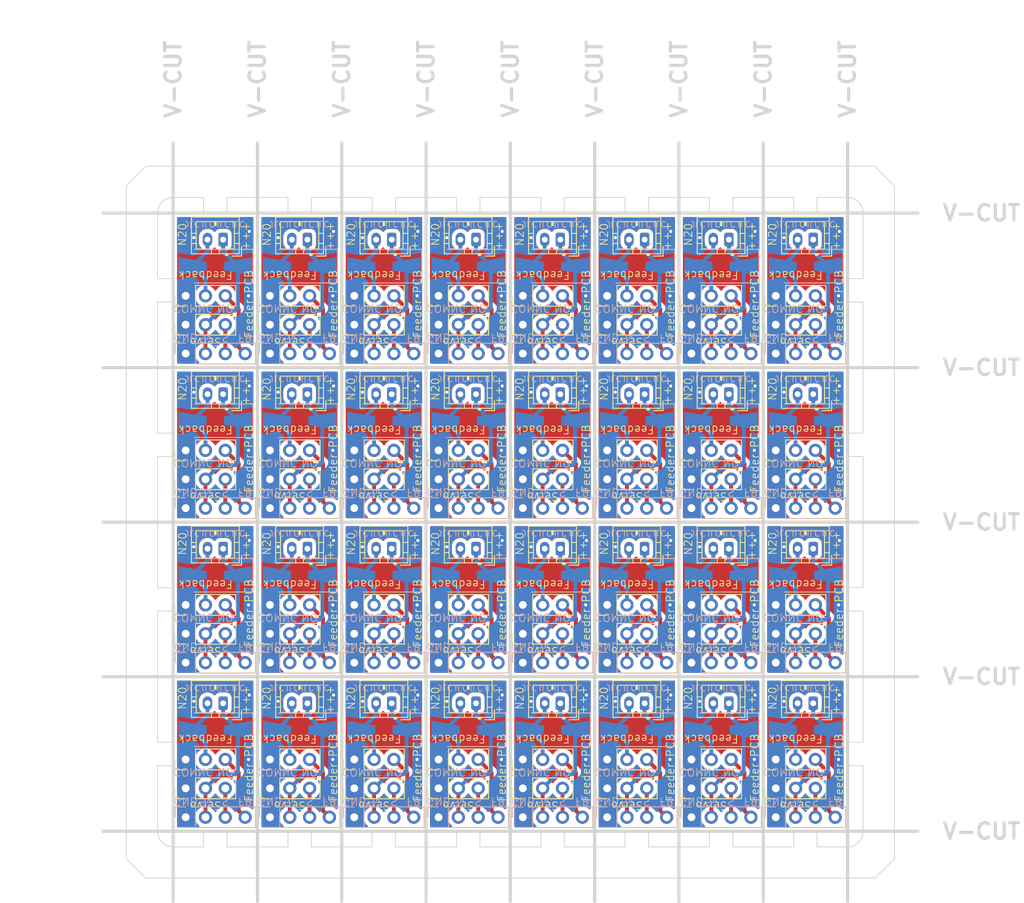
<source format=kicad_pcb>
(kicad_pcb (version 20211014) (generator pcbnew)
  (layers (0 "F.Cu" signal) (31 "B.Cu" signal) (34 "B.Paste" user) (35 "F.Paste" user) (36 "B.SilkS" user "B.Silkscreen") (37 "F.SilkS" user "F.Silkscreen") (38 "B.Mask" user) (39 "F.Mask" user) (44 "Edge.Cuts" user))
  (net 0 "")
  (net 1 "Board_0-+5V")
  (net 2 "Board_0-/FEEDBACK")
  (net 3 "Board_0-/N20-GND")
  (net 4 "Board_0-/SERVO")
  (net 5 "Board_0-GND")
  (net 6 "Board_1-+5V")
  (net 7 "Board_1-/FEEDBACK")
  (net 8 "Board_1-/N20-GND")
  (net 9 "Board_1-/SERVO")
  (net 10 "Board_1-GND")
  (net 11 "Board_2-+5V")
  (net 12 "Board_2-/FEEDBACK")
  (net 13 "Board_2-/N20-GND")
  (net 14 "Board_2-/SERVO")
  (net 15 "Board_2-GND")
  (net 16 "Board_3-+5V")
  (net 17 "Board_3-/FEEDBACK")
  (net 18 "Board_3-/N20-GND")
  (net 19 "Board_3-/SERVO")
  (net 20 "Board_3-GND")
  (net 21 "Board_4-+5V")
  (net 22 "Board_4-/FEEDBACK")
  (net 23 "Board_4-/N20-GND")
  (net 24 "Board_4-/SERVO")
  (net 25 "Board_4-GND")
  (net 26 "Board_5-+5V")
  (net 27 "Board_5-/FEEDBACK")
  (net 28 "Board_5-/N20-GND")
  (net 29 "Board_5-/SERVO")
  (net 30 "Board_5-GND")
  (net 31 "Board_6-+5V")
  (net 32 "Board_6-/FEEDBACK")
  (net 33 "Board_6-/N20-GND")
  (net 34 "Board_6-/SERVO")
  (net 35 "Board_6-GND")
  (net 36 "Board_7-+5V")
  (net 37 "Board_7-/FEEDBACK")
  (net 38 "Board_7-/N20-GND")
  (net 39 "Board_7-/SERVO")
  (net 40 "Board_7-GND")
  (net 41 "Board_8-+5V")
  (net 42 "Board_8-/FEEDBACK")
  (net 43 "Board_8-/N20-GND")
  (net 44 "Board_8-/SERVO")
  (net 45 "Board_8-GND")
  (net 46 "Board_9-+5V")
  (net 47 "Board_9-/FEEDBACK")
  (net 48 "Board_9-/N20-GND")
  (net 49 "Board_9-/SERVO")
  (net 50 "Board_9-GND")
  (net 51 "Board_10-+5V")
  (net 52 "Board_10-/FEEDBACK")
  (net 53 "Board_10-/N20-GND")
  (net 54 "Board_10-/SERVO")
  (net 55 "Board_10-GND")
  (net 56 "Board_11-+5V")
  (net 57 "Board_11-/FEEDBACK")
  (net 58 "Board_11-/N20-GND")
  (net 59 "Board_11-/SERVO")
  (net 60 "Board_11-GND")
  (net 61 "Board_12-+5V")
  (net 62 "Board_12-/FEEDBACK")
  (net 63 "Board_12-/N20-GND")
  (net 64 "Board_12-/SERVO")
  (net 65 "Board_12-GND")
  (net 66 "Board_13-+5V")
  (net 67 "Board_13-/FEEDBACK")
  (net 68 "Board_13-/N20-GND")
  (net 69 "Board_13-/SERVO")
  (net 70 "Board_13-GND")
  (net 71 "Board_14-+5V")
  (net 72 "Board_14-/FEEDBACK")
  (net 73 "Board_14-/N20-GND")
  (net 74 "Board_14-/SERVO")
  (net 75 "Board_14-GND")
  (net 76 "Board_15-+5V")
  (net 77 "Board_15-/FEEDBACK")
  (net 78 "Board_15-/N20-GND")
  (net 79 "Board_15-/SERVO")
  (net 80 "Board_15-GND")
  (net 81 "Board_16-+5V")
  (net 82 "Board_16-/FEEDBACK")
  (net 83 "Board_16-/N20-GND")
  (net 84 "Board_16-/SERVO")
  (net 85 "Board_16-GND")
  (net 86 "Board_17-+5V")
  (net 87 "Board_17-/FEEDBACK")
  (net 88 "Board_17-/N20-GND")
  (net 89 "Board_17-/SERVO")
  (net 90 "Board_17-GND")
  (net 91 "Board_18-+5V")
  (net 92 "Board_18-/FEEDBACK")
  (net 93 "Board_18-/N20-GND")
  (net 94 "Board_18-/SERVO")
  (net 95 "Board_18-GND")
  (net 96 "Board_19-+5V")
  (net 97 "Board_19-/FEEDBACK")
  (net 98 "Board_19-/N20-GND")
  (net 99 "Board_19-/SERVO")
  (net 100 "Board_19-GND")
  (net 101 "Board_20-+5V")
  (net 102 "Board_20-/FEEDBACK")
  (net 103 "Board_20-/N20-GND")
  (net 104 "Board_20-/SERVO")
  (net 105 "Board_20-GND")
  (net 106 "Board_21-+5V")
  (net 107 "Board_21-/FEEDBACK")
  (net 108 "Board_21-/N20-GND")
  (net 109 "Board_21-/SERVO")
  (net 110 "Board_21-GND")
  (net 111 "Board_22-+5V")
  (net 112 "Board_22-/FEEDBACK")
  (net 113 "Board_22-/N20-GND")
  (net 114 "Board_22-/SERVO")
  (net 115 "Board_22-GND")
  (net 116 "Board_23-+5V")
  (net 117 "Board_23-/FEEDBACK")
  (net 118 "Board_23-/N20-GND")
  (net 119 "Board_23-/SERVO")
  (net 120 "Board_23-GND")
  (net 121 "Board_24-+5V")
  (net 122 "Board_24-/FEEDBACK")
  (net 123 "Board_24-/N20-GND")
  (net 124 "Board_24-/SERVO")
  (net 125 "Board_24-GND")
  (net 126 "Board_25-+5V")
  (net 127 "Board_25-/FEEDBACK")
  (net 128 "Board_25-/N20-GND")
  (net 129 "Board_25-/SERVO")
  (net 130 "Board_25-GND")
  (net 131 "Board_26-+5V")
  (net 132 "Board_26-/FEEDBACK")
  (net 133 "Board_26-/N20-GND")
  (net 134 "Board_26-/SERVO")
  (net 135 "Board_26-GND")
  (net 136 "Board_27-+5V")
  (net 137 "Board_27-/FEEDBACK")
  (net 138 "Board_27-/N20-GND")
  (net 139 "Board_27-/SERVO")
  (net 140 "Board_27-GND")
  (net 141 "Board_28-+5V")
  (net 142 "Board_28-/FEEDBACK")
  (net 143 "Board_28-/N20-GND")
  (net 144 "Board_28-/SERVO")
  (net 145 "Board_28-GND")
  (net 146 "Board_29-+5V")
  (net 147 "Board_29-/FEEDBACK")
  (net 148 "Board_29-/N20-GND")
  (net 149 "Board_29-/SERVO")
  (net 150 "Board_29-GND")
  (net 151 "Board_30-+5V")
  (net 152 "Board_30-/FEEDBACK")
  (net 153 "Board_30-/N20-GND")
  (net 154 "Board_30-/SERVO")
  (net 155 "Board_30-GND")
  (net 156 "Board_31-+5V")
  (net 157 "Board_31-/FEEDBACK")
  (net 158 "Board_31-/N20-GND")
  (net 159 "Board_31-/SERVO")
  (net 160 "Board_31-GND")
  (footprint "Connector_PinHeader_2.54mm:PinHeader_1x03_P2.54mm_Vertical" (layer "F.Cu") (at 78.6 94 90)
    (fp_text reference "J2" hide)
    (fp_text value "Servo")
  )
  (footprint "Connector_JST:JST_PH_B2B-PH-K_1x02_P2.00mm_Vertical" (layer "F.Cu") (at 105 102.9 180)
    (fp_text reference "J4" hide)
    (fp_text value "N20")
  )
  (footprint "Connector_JST:JST_PH_B2B-PH-K_1x02_P2.00mm_Vertical" (layer "F.Cu") (at 51 83.1 180)
    (fp_text reference "J4" hide)
    (fp_text value "N20")
  )
  (footprint "Connector_JST:JST_PH_B2B-PH-K_1x02_P2.00mm_Vertical" (layer "F.Cu") (at 61.8 63.3 180)
    (fp_text reference "J4" hide)
    (fp_text value "N20")
  )
  (footprint "Connector_JST:JST_PH_B2B-PH-K_1x02_P2.00mm_Vertical" (layer "F.Cu") (at 72.6 63.3 180)
    (fp_text reference "J4" hide)
    (fp_text value "N20")
  )
  (footprint "Connector_PinHeader_2.54mm:PinHeader_1x03_P2.54mm_Vertical" (layer "F.Cu") (at 89.4 113.8 90)
    (fp_text reference "J2" hide)
    (fp_text value "Servo")
  )
  (footprint "Connector_PinHeader_2.54mm:PinHeader_1x03_P2.54mm_Vertical" (layer "F.Cu") (at 111 50.7 90)
    (fp_text reference "J3" hide)
    (fp_text value "Feedback")
  )
  (footprint "Connector_JST:JST_PH_B2B-PH-K_1x02_P2.00mm_Vertical" (layer "F.Cu") (at 83.4 83.1 180)
    (fp_text reference "J4" hide)
    (fp_text value "N20")
  )
  (footprint "Connector_JST:JST_PH_B2B-PH-K_1x02_P2.00mm_Vertical" (layer "F.Cu") (at 61.8 43.5 180)
    (fp_text reference "J4" hide)
    (fp_text value "N20")
  )
  (footprint "Connector_JST:JST_PH_B2B-PH-K_1x02_P2.00mm_Vertical" (layer "F.Cu") (at 105 43.5 180)
    (fp_text reference "J4" hide)
    (fp_text value "N20")
  )
  (footprint "Connector_PinHeader_2.54mm:PinHeader_1x03_P2.54mm_Vertical" (layer "F.Cu") (at 46.2 94 90)
    (fp_text reference "J2" hide)
    (fp_text value "Servo")
  )
  (footprint "Connector_JST:JST_PH_B2B-PH-K_1x02_P2.00mm_Vertical" (layer "F.Cu") (at 105 83.1 180)
    (fp_text reference "J4" hide)
    (fp_text value "N20")
  )
  (footprint "Connector_PinHeader_2.54mm:PinHeader_1x03_P2.54mm_Vertical" (layer "F.Cu") (at 111 113.8 90)
    (fp_text reference "J2" hide)
    (fp_text value "Servo")
  )
  (footprint "Connector_JST:JST_PH_B2B-PH-K_1x02_P2.00mm_Vertical" (layer "F.Cu") (at 94.2 83.1 180)
    (fp_text reference "J4" hide)
    (fp_text value "N20")
  )
  (footprint "Connector_PinHeader_2.54mm:PinHeader_1x03_P2.54mm_Vertical" (layer "F.Cu") (at 67.8 110.1 90)
    (fp_text reference "J3" hide)
    (fp_text value "Feedback")
  )
  (footprint "Connector_JST:JST_PH_B2B-PH-K_1x02_P2.00mm_Vertical" (layer "F.Cu") (at 126.6 102.9 180)
    (fp_text reference "J4" hide)
    (fp_text value "N20")
  )
  (footprint "Connector_JST:JST_PH_B2B-PH-K_1x02_P2.00mm_Vertical" (layer "F.Cu") (at 94.2 102.9 180)
    (fp_text reference "J4" hide)
    (fp_text value "N20")
  )
  (footprint "Connector_JST:JST_PH_B2B-PH-K_1x02_P2.00mm_Vertical" (layer "F.Cu") (at 72.6 43.5 180)
    (fp_text reference "J4" hide)
    (fp_text value "N20")
  )
  (footprint "Connector_PinHeader_2.54mm:PinHeader_1x03_P2.54mm_Vertical" (layer "F.Cu") (at 100.2 54.4 90)
    (fp_text reference "J2" hide)
    (fp_text value "Servo")
  )
  (footprint "Connector_PinHeader_2.54mm:PinHeader_1x03_P2.54mm_Vertical" (layer "F.Cu") (at 121.8 94 90)
    (fp_text reference "J2" hide)
    (fp_text value "Servo")
  )
  (footprint "Connector_JST:JST_PH_B2B-PH-K_1x02_P2.00mm_Vertical" (layer "F.Cu") (at 61.8 102.9 180)
    (fp_text reference "J4" hide)
    (fp_text value "N20")
  )
  (footprint "Connector_JST:JST_PH_B2B-PH-K_1x02_P2.00mm_Vertical" (layer "F.Cu") (at 94.2 43.5 180)
    (fp_text reference "J4" hide)
    (fp_text value "N20")
  )
  (footprint "Connector_PinHeader_2.54mm:PinHeader_1x03_P2.54mm_Vertical" (layer "F.Cu") (at 89.4 110.1 90)
    (fp_text reference "J3" hide)
    (fp_text value "Feedback")
  )
  (footprint "Connector_PinHeader_2.54mm:PinHeader_1x03_P2.54mm_Vertical" (layer "F.Cu") (at 57 54.4 90)
    (fp_text reference "J2" hide)
    (fp_text value "Servo")
  )
  (footprint "Connector_JST:JST_PH_B2B-PH-K_1x02_P2.00mm_Vertical" (layer "F.Cu") (at 51 102.9 180)
    (fp_text reference "J4" hide)
    (fp_text value "N20")
  )
  (footprint "Connector_JST:JST_PH_B2B-PH-K_1x02_P2.00mm_Vertical" (layer "F.Cu") (at 94.2 63.3 180)
    (fp_text reference "J4" hide)
    (fp_text value "N20")
  )
  (footprint "Connector_PinHeader_2.54mm:PinHeader_1x03_P2.54mm_Vertical" (layer "F.Cu") (at 121.8 74.2 90)
    (fp_text reference "J2" hide)
    (fp_text value "Servo")
  )
  (footprint "Connector_JST:JST_PH_B2B-PH-K_1x02_P2.00mm_Vertical" (layer "F.Cu") (at 126.6 83.1 180)
    (fp_text reference "J4" hide)
    (fp_text value "N20")
  )
  (footprint "Connector_PinHeader_2.54mm:PinHeader_1x03_P2.54mm_Vertical" (layer "F.Cu") (at 46.2 110.1 90)
    (fp_text reference "J3" hide)
    (fp_text value "Feedback")
  )
  (footprint "Connector_PinHeader_2.54mm:PinHeader_1x03_P2.54mm_Vertical" (layer "F.Cu") (at 67.8 113.8 90)
    (fp_text reference "J2" hide)
    (fp_text value "Servo")
  )
  (footprint "Connector_JST:JST_PH_B2B-PH-K_1x02_P2.00mm_Vertical" (layer "F.Cu") (at 115.8 102.9 180)
    (fp_text reference "J4" hide)
    (fp_text value "N20")
  )
  (footprint "Connector_PinHeader_2.54mm:PinHeader_1x03_P2.54mm_Vertical" (layer "F.Cu") (at 46.2 54.4 90)
    (fp_text reference "J2" hide)
    (fp_text value "Servo")
  )
  (footprint "Connector_JST:JST_PH_B2B-PH-K_1x02_P2.00mm_Vertical" (layer "F.Cu") (at 51 43.5 180)
    (fp_text reference "J4" hide)
    (fp_text value "N20")
  )
  (footprint "Connector_PinHeader_2.54mm:PinHeader_1x03_P2.54mm_Vertical" (layer "F.Cu") (at 100.2 113.8 90)
    (fp_text reference "J2" hide)
    (fp_text value "Servo")
  )
  (footprint "Connector_PinHeader_2.54mm:PinHeader_1x03_P2.54mm_Vertical" (layer "F.Cu") (at 78.6 70.5 90)
    (fp_text reference "J3" hide)
    (fp_text value "Feedback")
  )
  (footprint "Connector_PinHeader_2.54mm:PinHeader_1x03_P2.54mm_Vertical" (layer "F.Cu") (at 111 110.1 90)
    (fp_text reference "J3" hide)
    (fp_text value "Feedback")
  )
  (footprint "Connector_JST:JST_PH_B2B-PH-K_1x02_P2.00mm_Vertical" (layer "F.Cu") (at 105 63.3 180)
    (fp_text reference "J4" hide)
    (fp_text value "N20")
  )
  (footprint "Connector_PinHeader_2.54mm:PinHeader_1x03_P2.54mm_Vertical" (layer "F.Cu") (at 121.8 54.4 90)
    (fp_text reference "J2" hide)
    (fp_text value "Servo")
  )
  (footprint "Connector_PinHeader_2.54mm:PinHeader_1x03_P2.54mm_Vertical" (layer "F.Cu") (at 67.8 50.7 90)
    (fp_text reference "J3" hide)
    (fp_text value "Feedback")
  )
  (footprint "Connector_PinHeader_2.54mm:PinHeader_1x03_P2.54mm_Vertical" (layer "F.Cu") (at 78.6 90.3 90)
    (fp_text reference "J3" hide)
    (fp_text value "Feedback")
  )
  (footprint "Connector_PinHeader_2.54mm:PinHeader_1x03_P2.54mm_Vertical" (layer "F.Cu") (at 121.8 70.5 90)
    (fp_text reference "J3" hide)
    (fp_text value "Feedback")
  )
  (footprint "Connector_JST:JST_PH_B2B-PH-K_1x02_P2.00mm_Vertical" (layer "F.Cu") (at 126.6 63.3 180)
    (fp_text reference "J4" hide)
    (fp_text value "N20")
  )
  (footprint "Connector_PinHeader_2.54mm:PinHeader_1x03_P2.54mm_Vertical" (layer "F.Cu") (at 46.2 90.3 90)
    (fp_text reference "J3" hide)
    (fp_text value "Feedback")
  )
  (footprint "Connector_PinHeader_2.54mm:PinHeader_1x03_P2.54mm_Vertical" (layer "F.Cu") (at 57 74.2 90)
    (fp_text reference "J2" hide)
    (fp_text value "Servo")
  )
  (footprint "Connector_PinHeader_2.54mm:PinHeader_1x03_P2.54mm_Vertical" (layer "F.Cu") (at 100.2 94 90)
    (fp_text reference "J2" hide)
    (fp_text value "Servo")
  )
  (footprint "Connector_PinHeader_2.54mm:PinHeader_1x03_P2.54mm_Vertical" (layer "F.Cu") (at 78.6 110.1 90)
    (fp_text reference "J3" hide)
    (fp_text value "Feedback")
  )
  (footprint "Connector_JST:JST_PH_B2B-PH-K_1x02_P2.00mm_Vertical" (layer "F.Cu") (at 51 63.3 180)
    (fp_text reference "J4" hide)
    (fp_text value "N20")
  )
  (footprint "Connector_PinHeader_2.54mm:PinHeader_1x03_P2.54mm_Vertical" (layer "F.Cu") (at 78.6 74.2 90)
    (fp_text reference "J2" hide)
    (fp_text value "Servo")
  )
  (footprint "Connector_PinHeader_2.54mm:PinHeader_1x03_P2.54mm_Vertical" (layer "F.Cu") (at 57 90.3 90)
    (fp_text reference "J3" hide)
    (fp_text value "Feedback")
  )
  (footprint "Connector_PinHeader_2.54mm:PinHeader_1x03_P2.54mm_Vertical" (layer "F.Cu") (at 100.2 90.3 90)
    (fp_text reference "J3" hide)
    (fp_text value "Feedback")
  )
  (footprint "Connector_PinHeader_2.54mm:PinHeader_1x03_P2.54mm_Vertical" (layer "F.Cu") (at 121.8 50.7 90)
    (fp_text reference "J3" hide)
    (fp_text value "Feedback")
  )
  (footprint "Connector_PinHeader_2.54mm:PinHeader_1x03_P2.54mm_Vertical" (layer "F.Cu") (at 46.2 113.8 90)
    (fp_text reference "J2" hide)
    (fp_text value "Servo")
  )
  (footprint "Connector_JST:JST_PH_B2B-PH-K_1x02_P2.00mm_Vertical" (layer "F.Cu") (at 83.4 43.5 180)
    (fp_text reference "J4" hide)
    (fp_text value "N20")
  )
  (footprint "Connector_PinHeader_2.54mm:PinHeader_1x03_P2.54mm_Vertical" (layer "F.Cu") (at 89.4 50.7 90)
    (fp_text reference "J3" hide)
    (fp_text value "Feedback")
  )
  (footprint "Connector_JST:JST_PH_B2B-PH-K_1x02_P2.00mm_Vertical" (layer "F.Cu") (at 115.8 63.3 180)
    (fp_text reference "J4" hide)
    (fp_text value "N20")
  )
  (footprint "Connector_PinHeader_2.54mm:PinHeader_1x03_P2.54mm_Vertical" (layer "F.Cu") (at 78.6 54.4 90)
    (fp_text reference "J2" hide)
    (fp_text value "Servo")
  )
  (footprint "Connector_PinHeader_2.54mm:PinHeader_1x03_P2.54mm_Vertical" (layer "F.Cu") (at 78.6 113.8 90)
    (fp_text reference "J2" hide)
    (fp_text value "Servo")
  )
  (footprint "Connector_PinHeader_2.54mm:PinHeader_1x03_P2.54mm_Vertical" (layer "F.Cu") (at 89.4 70.5 90)
    (fp_text reference "J3" hide)
    (fp_text value "Feedback")
  )
  (footprint "Connector_PinHeader_2.54mm:PinHeader_1x03_P2.54mm_Vertical" (layer "F.Cu") (at 57 94 90)
    (fp_text reference "J2" hide)
    (fp_text value "Servo")
  )
  (footprint "Connector_PinHeader_2.54mm:PinHeader_1x03_P2.54mm_Vertical" (layer "F.Cu") (at 121.8 113.8 90)
    (fp_text reference "J2" hide)
    (fp_text value "Servo")
  )
  (footprint "Connector_PinHeader_2.54mm:PinHeader_1x03_P2.54mm_Vertical" (layer "F.Cu") (at 67.8 54.4 90)
    (fp_text reference "J2" hide)
    (fp_text value "Servo")
  )
  (footprint "Connector_PinHeader_2.54mm:PinHeader_1x03_P2.54mm_Vertical" (layer "F.Cu") (at 100.2 110.1 90)
    (fp_text reference "J3" hide)
    (fp_text value "Feedback")
  )
  (footprint "Connector_JST:JST_PH_B2B-PH-K_1x02_P2.00mm_Vertical" (layer "F.Cu") (at 126.6 43.5 180)
    (fp_text reference "J4" hide)
    (fp_text value "N20")
  )
  (footprint "Connector_PinHeader_2.54mm:PinHeader_1x03_P2.54mm_Vertical" (layer "F.Cu") (at 121.8 90.3 90)
    (fp_text reference "J3" hide)
    (fp_text value "Feedback")
  )
  (footprint "Connector_PinHeader_2.54mm:PinHeader_1x03_P2.54mm_Vertical" (layer "F.Cu") (at 46.2 74.2 90)
    (fp_text reference "J2" hide)
    (fp_text value "Servo")
  )
  (footprint "Connector_PinHeader_2.54mm:PinHeader_1x03_P2.54mm_Vertical" (layer "F.Cu") (at 67.8 94 90)
    (fp_text reference "J2" hide)
    (fp_text value "Servo")
  )
  (footprint "Connector_PinHeader_2.54mm:PinHeader_1x03_P2.54mm_Vertical" (layer "F.Cu") (at 89.4 94 90)
    (fp_text reference "J2" hide)
    (fp_text value "Servo")
  )
  (footprint "Connector_PinHeader_2.54mm:PinHeader_1x03_P2.54mm_Vertical" (layer "F.Cu") (at 111 74.2 90)
    (fp_text reference "J2" hide)
    (fp_text value "Servo")
  )
  (footprint "Connector_JST:JST_PH_B2B-PH-K_1x02_P2.00mm_Vertical" (layer "F.Cu") (at 72.6 102.9 180)
    (fp_text reference "J4" hide)
    (fp_text value "N20")
  )
  (footprint "Connector_JST:JST_PH_B2B-PH-K_1x02_P2.00mm_Vertical" (layer "F.Cu") (at 115.8 43.5 180)
    (fp_text reference "J4" hide)
    (fp_text value "N20")
  )
  (footprint "Connector_PinHeader_2.54mm:PinHeader_1x03_P2.54mm_Vertical" (layer "F.Cu") (at 57 110.1 90)
    (fp_text reference "J3" hide)
    (fp_text value "Feedback")
  )
  (footprint "Connector_PinHeader_2.54mm:PinHeader_1x03_P2.54mm_Vertical" (layer "F.Cu") (at 100.2 50.7 90)
    (fp_text reference "J3" hide)
    (fp_text value "Feedback")
  )
  (footprint "Connector_PinHeader_2.54mm:PinHeader_1x03_P2.54mm_Vertical" (layer "F.Cu") (at 89.4 90.3 90)
    (fp_text reference "J3" hide)
    (fp_text value "Feedback")
  )
  (footprint "Connector_PinHeader_2.54mm:PinHeader_1x03_P2.54mm_Vertical" (layer "F.Cu") (at 46.2 70.5 90)
    (fp_text reference "J3" hide)
    (fp_text value "Feedback")
  )
  (footprint "Connector_PinHeader_2.54mm:PinHeader_1x03_P2.54mm_Vertical" (layer "F.Cu") (at 78.6 50.7 90)
    (fp_text reference "J3" hide)
    (fp_text value "Feedback")
  )
  (footprint "Connector_PinHeader_2.54mm:PinHeader_1x03_P2.54mm_Vertical" (layer "F.Cu") (at 111 90.3 90)
    (fp_text reference "J3" hide)
    (fp_text value "Feedback")
  )
  (footprint "Connector_PinHeader_2.54mm:PinHeader_1x03_P2.54mm_Vertical" (layer "F.Cu") (at 46.2 50.7 90)
    (fp_text reference "J3" hide)
    (fp_text value "Feedback")
  )
  (footprint "Connector_PinHeader_2.54mm:PinHeader_1x03_P2.54mm_Vertical" (layer "F.Cu") (at 67.8 90.3 90)
    (fp_text reference "J3" hide)
    (fp_text value "Feedback")
  )
  (footprint "Connector_JST:JST_PH_B2B-PH-K_1x02_P2.00mm_Vertical" (layer "F.Cu") (at 72.6 83.1 180)
    (fp_text reference "J4" hide)
    (fp_text value "N20")
  )
  (footprint "Connector_PinHeader_2.54mm:PinHeader_1x03_P2.54mm_Vertical" (layer "F.Cu") (at 67.8 70.5 90)
    (fp_text reference "J3" hide)
    (fp_text value "Feedback")
  )
  (footprint "Connector_PinHeader_2.54mm:PinHeader_1x03_P2.54mm_Vertical" (layer "F.Cu") (at 100.2 74.2 90)
    (fp_text reference "J2" hide)
    (fp_text value "Servo")
  )
  (footprint "Connector_PinHeader_2.54mm:PinHeader_1x03_P2.54mm_Vertical" (layer "F.Cu") (at 57 50.7 90)
    (fp_text reference "J3" hide)
    (fp_text value "Feedback")
  )
  (footprint "Connector_PinHeader_2.54mm:PinHeader_1x03_P2.54mm_Vertical" (layer "F.Cu") (at 57 70.5 90)
    (fp_text reference "J3" hide)
    (fp_text value "Feedback")
  )
  (footprint "Connector_PinHeader_2.54mm:PinHeader_1x03_P2.54mm_Vertical" (layer "F.Cu") (at 57 113.8 90)
    (fp_text reference "J2" hide)
    (fp_text value "Servo")
  )
  (footprint "Connector_PinHeader_2.54mm:PinHeader_1x03_P2.54mm_Vertical" (layer "F.Cu") (at 111 54.4 90)
    (fp_text reference "J2" hide)
    (fp_text value "Servo")
  )
  (footprint "Connector_PinHeader_2.54mm:PinHeader_1x03_P2.54mm_Vertical" (layer "F.Cu") (at 89.4 74.2 90)
    (fp_text reference "J2" hide)
    (fp_text value "Servo")
  )
  (footprint "Connector_PinHeader_2.54mm:PinHeader_1x03_P2.54mm_Vertical" (layer "F.Cu") (at 111 70.5 90)
    (fp_text reference "J3" hide)
    (fp_text value "Feedback")
  )
  (footprint "Connector_JST:JST_PH_B2B-PH-K_1x02_P2.00mm_Vertical" (layer "F.Cu") (at 61.8 83.1 180)
    (fp_text reference "J4" hide)
    (fp_text value "N20")
  )
  (footprint "Connector_PinHeader_2.54mm:PinHeader_1x03_P2.54mm_Vertical" (layer "F.Cu") (at 89.4 54.4 90)
    (fp_text reference "J2" hide)
    (fp_text value "Servo")
  )
  (footprint "Connector_PinHeader_2.54mm:PinHeader_1x03_P2.54mm_Vertical" (layer "F.Cu") (at 100.2 70.5 90)
    (fp_text reference "J3" hide)
    (fp_text value "Feedback")
  )
  (footprint "Connector_PinHeader_2.54mm:PinHeader_1x03_P2.54mm_Vertical" (layer "F.Cu") (at 111 94 90)
    (fp_text reference "J2" hide)
    (fp_text value "Servo")
  )
  (footprint "Connector_JST:JST_PH_B2B-PH-K_1x02_P2.00mm_Vertical" (layer "F.Cu") (at 115.8 83.1 180)
    (fp_text reference "J4" hide)
    (fp_text value "N20")
  )
  (footprint "Connector_JST:JST_PH_B2B-PH-K_1x02_P2.00mm_Vertical" (layer "F.Cu") (at 83.4 102.9 180)
    (fp_text reference "J4" hide)
    (fp_text value "N20")
  )
  (footprint "Connector_PinHeader_2.54mm:PinHeader_1x03_P2.54mm_Vertical" (layer "F.Cu") (at 121.8 110.1 90)
    (fp_text reference "J3" hide)
    (fp_text value "Feedback")
  )
  (footprint "Connector_JST:JST_PH_B2B-PH-K_1x02_P2.00mm_Vertical" (layer "F.Cu") (at 83.4 63.3 180)
    (fp_text reference "J4" hide)
    (fp_text value "N20")
  )
  (footprint "Connector_PinHeader_2.54mm:PinHeader_1x03_P2.54mm_Vertical" (layer "F.Cu") (at 67.8 74.2 90)
    (fp_text reference "J2" hide)
    (fp_text value "Servo")
  )
  (footprint "Diode_SMD:D_SMA-SMB_Universal_Handsoldering" (layer "B.Cu") (at 125.6 46.9 180)
    (fp_text reference "D1" hide)
    (fp_text value "1N4001")
  )
  (footprint "Diode_SMD:D_SMA-SMB_Universal_Handsoldering" (layer "B.Cu") (at 60.8 66.7 180)
    (fp_text reference "D1" hide)
    (fp_text value "1N4001")
  )
  (footprint "Diode_SMD:D_SMA-SMB_Universal_Handsoldering" (layer "B.Cu") (at 104 66.7 180)
    (fp_text reference "D1" hide)
    (fp_text value "1N4001")
  )
  (footprint "Diode_SMD:D_SMA-SMB_Universal_Handsoldering" (layer "B.Cu") (at 93.2 46.9 180)
    (fp_text reference "D1" hide)
    (fp_text value "1N4001")
  )
  (footprint "Diode_SMD:D_SMA-SMB_Universal_Handsoldering" (layer "B.Cu") (at 125.6 106.3 180)
    (fp_text reference "D1" hide)
    (fp_text value "1N4001")
  )
  (footprint "Connector_PinHeader_2.54mm:PinHeader_1x04_P2.54mm_Vertical" (layer "B.Cu") (at 111 58.1 -90)
    (fp_text reference "J1" hide)
    (fp_text value "Controller")
  )
  (footprint "Diode_SMD:D_SMA-SMB_Universal_Handsoldering" (layer "B.Cu") (at 60.8 86.5 180)
    (fp_text reference "D1" hide)
    (fp_text value "1N4001")
  )
  (footprint "Connector_PinHeader_2.54mm:PinHeader_1x04_P2.54mm_Vertical" (layer "B.Cu") (at 46.2 117.5 -90)
    (fp_text reference "J1" hide)
    (fp_text value "Controller")
  )
  (footprint "Connector_PinHeader_2.54mm:PinHeader_1x04_P2.54mm_Vertical" (layer "B.Cu") (at 46.2 58.1 -90)
    (fp_text reference "J1" hide)
    (fp_text value "Controller")
  )
  (footprint "Connector_PinHeader_2.54mm:PinHeader_1x04_P2.54mm_Vertical" (layer "B.Cu") (at 78.6 77.9 -90)
    (fp_text reference "J1" hide)
    (fp_text value "Controller")
  )
  (footprint "Diode_SMD:D_SMA-SMB_Universal_Handsoldering" (layer "B.Cu") (at 93.2 106.3 180)
    (fp_text reference "D1" hide)
    (fp_text value "1N4001")
  )
  (footprint "Diode_SMD:D_SMA-SMB_Universal_Handsoldering" (layer "B.Cu") (at 114.8 46.9 180)
    (fp_text reference "D1" hide)
    (fp_text value "1N4001")
  )
  (footprint "Connector_PinHeader_2.54mm:PinHeader_1x04_P2.54mm_Vertical" (layer "B.Cu") (at 46.2 77.9 -90)
    (fp_text reference "J1" hide)
    (fp_text value "Controller")
  )
  (footprint "Diode_SMD:D_SMA-SMB_Universal_Handsoldering" (layer "B.Cu") (at 50 86.5 180)
    (fp_text reference "D1" hide)
    (fp_text value "1N4001")
  )
  (footprint "Diode_SMD:D_SMA-SMB_Universal_Handsoldering" (layer "B.Cu") (at 82.4 106.3 180)
    (fp_text reference "D1" hide)
    (fp_text value "1N4001")
  )
  (footprint "Diode_SMD:D_SMA-SMB_Universal_Handsoldering" (layer "B.Cu") (at 71.6 46.9 180)
    (fp_text reference "D1" hide)
    (fp_text value "1N4001")
  )
  (footprint "Connector_PinHeader_2.54mm:PinHeader_1x04_P2.54mm_Vertical" (layer "B.Cu") (at 78.6 97.7 -90)
    (fp_text reference "J1" hide)
    (fp_text value "Controller")
  )
  (footprint "Connector_PinHeader_2.54mm:PinHeader_1x04_P2.54mm_Vertical" (layer "B.Cu") (at 67.8 77.9 -90)
    (fp_text reference "J1" hide)
    (fp_text value "Controller")
  )
  (footprint "Connector_PinHeader_2.54mm:PinHeader_1x04_P2.54mm_Vertical" (layer "B.Cu") (at 67.8 58.1 -90)
    (fp_text reference "J1" hide)
    (fp_text value "Controller")
  )
  (footprint "Connector_PinHeader_2.54mm:PinHeader_1x04_P2.54mm_Vertical" (layer "B.Cu") (at 121.8 58.1 -90)
    (fp_text reference "J1" hide)
    (fp_text value "Controller")
  )
  (footprint "Diode_SMD:D_SMA-SMB_Universal_Handsoldering" (layer "B.Cu") (at 82.4 66.7 180)
    (fp_text reference "D1" hide)
    (fp_text value "1N4001")
  )
  (footprint "Connector_PinHeader_2.54mm:PinHeader_1x04_P2.54mm_Vertical" (layer "B.Cu") (at 89.4 117.5 -90)
    (fp_text reference "J1" hide)
    (fp_text value "Controller")
  )
  (footprint "Diode_SMD:D_SMA-SMB_Universal_Handsoldering" (layer "B.Cu") (at 104 86.5 180)
    (fp_text reference "D1" hide)
    (fp_text value "1N4001")
  )
  (footprint "Connector_PinHeader_2.54mm:PinHeader_1x04_P2.54mm_Vertical" (layer "B.Cu") (at 111 77.9 -90)
    (fp_text reference "J1" hide)
    (fp_text value "Controller")
  )
  (footprint "Connector_PinHeader_2.54mm:PinHeader_1x04_P2.54mm_Vertical" (layer "B.Cu") (at 100.2 58.1 -90)
    (fp_text reference "J1" hide)
    (fp_text value "Controller")
  )
  (footprint "Connector_PinHeader_2.54mm:PinHeader_1x04_P2.54mm_Vertical" (layer "B.Cu") (at 89.4 97.7 -90)
    (fp_text reference "J1" hide)
    (fp_text value "Controller")
  )
  (footprint "Connector_PinHeader_2.54mm:PinHeader_1x04_P2.54mm_Vertical" (layer "B.Cu") (at 100.2 97.7 -90)
    (fp_text reference "J1" hide)
    (fp_text value "Controller")
  )
  (footprint "Connector_PinHeader_2.54mm:PinHeader_1x04_P2.54mm_Vertical" (layer "B.Cu") (at 111 97.7 -90)
    (fp_text reference "J1" hide)
    (fp_text value "Controller")
  )
  (footprint "Diode_SMD:D_SMA-SMB_Universal_Handsoldering" (layer "B.Cu") (at 82.4 86.5 180)
    (fp_text reference "D1" hide)
    (fp_text value "1N4001")
  )
  (footprint "Connector_PinHeader_2.54mm:PinHeader_1x04_P2.54mm_Vertical" (layer "B.Cu") (at 121.8 77.9 -90)
    (fp_text reference "J1" hide)
    (fp_text value "Controller")
  )
  (footprint "Diode_SMD:D_SMA-SMB_Universal_Handsoldering" (layer "B.Cu") (at 104 46.9 180)
    (fp_text reference "D1" hide)
    (fp_text value "1N4001")
  )
  (footprint "Diode_SMD:D_SMA-SMB_Universal_Handsoldering" (layer "B.Cu") (at 104 106.3 180)
    (fp_text reference "D1" hide)
    (fp_text value "1N4001")
  )
  (footprint "Connector_PinHeader_2.54mm:PinHeader_1x04_P2.54mm_Vertical" (layer "B.Cu") (at 46.2 97.7 -90)
    (fp_text reference "J1" hide)
    (fp_text value "Controller")
  )
  (footprint "Diode_SMD:D_SMA-SMB_Universal_Handsoldering" (layer "B.Cu") (at 114.8 66.7 180)
    (fp_text reference "D1" hide)
    (fp_text value "1N4001")
  )
  (footprint "Connector_PinHeader_2.54mm:PinHeader_1x04_P2.54mm_Vertical" (layer "B.Cu") (at 67.8 117.5 -90)
    (fp_text reference "J1" hide)
    (fp_text value "Controller")
  )
  (footprint "Connector_PinHeader_2.54mm:PinHeader_1x04_P2.54mm_Vertical" (layer "B.Cu") (at 121.8 97.7 -90)
    (fp_text reference "J1" hide)
    (fp_text value "Controller")
  )
  (footprint "Connector_PinHeader_2.54mm:PinHeader_1x04_P2.54mm_Vertical" (layer "B.Cu") (at 89.4 58.1 -90)
    (fp_text reference "J1" hide)
    (fp_text value "Controller")
  )
  (footprint "Diode_SMD:D_SMA-SMB_Universal_Handsoldering" (layer "B.Cu") (at 125.6 66.7 180)
    (fp_text reference "D1" hide)
    (fp_text value "1N4001")
  )
  (footprint "Diode_SMD:D_SMA-SMB_Universal_Handsoldering" (layer "B.Cu") (at 71.6 86.5 180)
    (fp_text reference "D1" hide)
    (fp_text value "1N4001")
  )
  (footprint "Diode_SMD:D_SMA-SMB_Universal_Handsoldering" (layer "B.Cu") (at 60.8 46.9 180)
    (fp_text reference "D1" hide)
    (fp_text value "1N4001")
  )
  (footprint "Diode_SMD:D_SMA-SMB_Universal_Handsoldering" (layer "B.Cu") (at 60.8 106.3 180)
    (fp_text reference "D1" hide)
    (fp_text value "1N4001")
  )
  (footprint "Connector_PinHeader_2.54mm:PinHeader_1x04_P2.54mm_Vertical" (layer "B.Cu") (at 57 117.5 -90)
    (fp_text reference "J1" hide)
    (fp_text value "Controller")
  )
  (footprint "Connector_PinHeader_2.54mm:PinHeader_1x04_P2.54mm_Vertical" (layer "B.Cu") (at 100.2 117.5 -90)
    (fp_text reference "J1" hide)
    (fp_text value "Controller")
  )
  (footprint "Diode_SMD:D_SMA-SMB_Universal_Handsoldering" (layer "B.Cu") (at 114.8 86.5 180)
    (fp_text reference "D1" hide)
    (fp_text value "1N4001")
  )
  (footprint "Connector_PinHeader_2.54mm:PinHeader_1x04_P2.54mm_Vertical" (layer "B.Cu") (at 67.8 97.7 -90)
    (fp_text reference "J1" hide)
    (fp_text value "Controller")
  )
  (footprint "Diode_SMD:D_SMA-SMB_Universal_Handsoldering" (layer "B.Cu") (at 50 106.3 180)
    (fp_text reference "D1" hide)
    (fp_text value "1N4001")
  )
  (footprint "Diode_SMD:D_SMA-SMB_Universal_Handsoldering" (layer "B.Cu") (at 71.6 66.7 180)
    (fp_text reference "D1" hide)
    (fp_text value "1N4001")
  )
  (footprint "Diode_SMD:D_SMA-SMB_Universal_Handsoldering" (layer "B.Cu") (at 82.4 46.9 180)
    (fp_text reference "D1" hide)
    (fp_text value "1N4001")
  )
  (footprint "Diode_SMD:D_SMA-SMB_Universal_Handsoldering" (layer "B.Cu") (at 93.2 66.7 180)
    (fp_text reference "D1" hide)
    (fp_text value "1N4001")
  )
  (footprint "Diode_SMD:D_SMA-SMB_Universal_Handsoldering" (layer "B.Cu") (at 114.8 106.3 180)
    (fp_text reference "D1" hide)
    (fp_text value "1N4001")
  )
  (footprint "Diode_SMD:D_SMA-SMB_Universal_Handsoldering" (layer "B.Cu") (at 125.6 86.5 180)
    (fp_text reference "D1" hide)
    (fp_text value "1N4001")
  )
  (footprint "Connector_PinHeader_2.54mm:PinHeader_1x04_P2.54mm_Vertical" (layer "B.Cu") (at 57 97.7 -90)
    (fp_text reference "J1" hide)
    (fp_text value "Controller")
  )
  (footprint "Diode_SMD:D_SMA-SMB_Universal_Handsoldering" (layer "B.Cu") (at 71.6 106.3 180)
    (fp_text reference "D1" hide)
    (fp_text value "1N4001")
  )
  (footprint "Connector_PinHeader_2.54mm:PinHeader_1x04_P2.54mm_Vertical" (layer "B.Cu") (at 121.8 117.5 -90)
    (fp_text reference "J1" hide)
    (fp_text value "Controller")
  )
  (footprint "Diode_SMD:D_SMA-SMB_Universal_Handsoldering" (layer "B.Cu") (at 50 66.7 180)
    (fp_text reference "D1" hide)
    (fp_text value "1N4001")
  )
  (footprint "Connector_PinHeader_2.54mm:PinHeader_1x04_P2.54mm_Vertical" (layer "B.Cu") (at 57 58.1 -90)
    (fp_text reference "J1" hide)
    (fp_text value "Controller")
  )
  (footprint "Connector_PinHeader_2.54mm:PinHeader_1x04_P2.54mm_Vertical" (layer "B.Cu") (at 78.6 58.1 -90)
    (fp_text reference "J1" hide)
    (fp_text value "Controller")
  )
  (footprint "Diode_SMD:D_SMA-SMB_Universal_Handsoldering" (layer "B.Cu") (at 93.2 86.5 180)
    (fp_text reference "D1" hide)
    (fp_text value "1N4001")
  )
  (footprint "Diode_SMD:D_SMA-SMB_Universal_Handsoldering" (layer "B.Cu") (at 50 46.9 180)
    (fp_text reference "D1" hide)
    (fp_text value "1N4001")
  )
  (footprint "Connector_PinHeader_2.54mm:PinHeader_1x04_P2.54mm_Vertical" (layer "B.Cu") (at 89.4 77.9 -90)
    (fp_text reference "J1" hide)
    (fp_text value "Controller")
  )
  (footprint "Connector_PinHeader_2.54mm:PinHeader_1x04_P2.54mm_Vertical" (layer "B.Cu") (at 100.2 77.9 -90)
    (fp_text reference "J1" hide)
    (fp_text value "Controller")
  )
  (footprint "Connector_PinHeader_2.54mm:PinHeader_1x04_P2.54mm_Vertical" (layer "B.Cu") (at 78.6 117.5 -90)
    (fp_text reference "J1" hide)
    (fp_text value "Controller")
  )
  (footprint "Connector_PinHeader_2.54mm:PinHeader_1x04_P2.54mm_Vertical" (layer "B.Cu") (at 111 117.5 -90)
    (fp_text reference "J1" hide)
    (fp_text value "Controller")
  )
  (footprint "Connector_PinHeader_2.54mm:PinHeader_1x04_P2.54mm_Vertical" (layer "B.Cu") (at 57 77.9 -90)
    (fp_text reference "J1" hide)
    (fp_text value "Controller")
  )
  (gr_line (start 132.998 119.319355) (end 132.989369 119.495034) (layer "Edge.Cuts") (width 0.1))
  (gr_line (start 42.602 88.1) (end 42.602 71.3) (layer "Edge.Cuts") (width 0.1))
  (gr_line (start 132.762842 120.241793) (end 132.661939 120.41014) (layer "Edge.Cuts") (width 0.1))
  (gr_line (start 35.601 119.3) (end 139.999 119.3) (layer "Edge.Cuts") (width 0.4))
  (gr_line (start 42.75324 39.335633) (end 42.837157 39.158206) (layer "Edge.Cuts") (width 0.1))
  (gr_line (start 62.3 40.099) (end 62.3 38.101) (layer "Edge.Cuts") (width 0.1))
  (gr_line (start 80.9 38.101) (end 80.9 40.099) (layer "Edge.Cuts") (width 0.1))
  (gr_line (start 132.846759 39.335633) (end 132.91288 39.52043) (layer "Edge.Cuts") (width 0.1))
  (gr_line (start 83.9 119.301) (end 91.7 119.301) (layer "Edge.Cuts") (width 0.1))
  (gr_line (start 134.5 125.301) (end 136.999 122.802) (layer "Edge.Cuts") (width 0.1))
  (gr_line (start 131.001 88.1) (end 131.001 71.3) (layer "Edge.Cuts") (width 0.1))
  (gr_line (start 132.989369 119.495034) (end 132.96057 119.68918) (layer "Edge.Cuts") (width 0.1))
  (gr_line (start 132.998 110.9) (end 132.998 119.319355) (layer "Edge.Cuts") (width 0.1))
  (gr_line (start 102.5 38.101) (end 102.5 40.099) (layer "Edge.Cuts") (width 0.1))
  (gr_line (start 132.413213 38.686786) (end 132.54502 38.832213) (layer "Edge.Cuts") (width 0.1))
  (gr_line (start 73.1 38.101) (end 76.999 38.101) (layer "Edge.Cuts") (width 0.1))
  (gr_line (start 132.267786 120.84502) (end 132.11014 120.961939) (layer "Edge.Cuts") (width 0.1))
  (gr_line (start 120.199 38.101) (end 124.1 38.101) (layer "Edge.Cuts") (width 0.1))
  (gr_line (start 44.404965 121.289369) (end 44.210819 121.26057) (layer "Edge.Cuts") (width 0.1))
  (gr_line (start 83.9 40.099) (end 83.9 38.101) (layer "Edge.Cuts") (width 0.1))
  (gr_line (start 132.661939 120.41014) (end 132.54502 120.567786) (layer "Edge.Cuts") (width 0.1))
  (gr_line (start 43.054979 120.567786) (end 42.93806 120.41014) (layer "Edge.Cuts") (width 0.1))
  (gr_line (start 132.998 91.1) (end 132.998 107.9) (layer "Edge.Cuts") (width 0.1))
  (gr_line (start 44.599 48.5) (end 42.602 48.5) (layer "Edge.Cuts") (width 0.1))
  (gr_line (start 42.602 119.319355) (end 42.602 110.9) (layer "Edge.Cuts") (width 0.1))
  (gr_line (start 70.1 121.299) (end 66.201 121.299) (layer "Edge.Cuts") (width 0.1))
  (gr_line (start 66.201 121.299) (end 62.3 121.299) (layer "Edge.Cuts") (width 0.1))
  (gr_line (start 127.1 40.099) (end 127.1 38.101) (layer "Edge.Cuts") (width 0.1))
  (gr_line (start 35.601 40.1) (end 139.999 40.1) (layer "Edge.Cuts") (width 0.4))
  (gr_line (start 44.599 68.3) (end 42.602 68.3) (layer "Edge.Cuts") (width 0.1))
  (gr_line (start 136.999 122.802) (end 136.999 36.598) (layer "Edge.Cuts") (width 0.1))
  (gr_line (start 59.3 38.101) (end 59.3 40.099) (layer "Edge.Cuts") (width 0.1))
  (gr_line (start 91.7 121.299) (end 87.801 121.299) (layer "Edge.Cuts") (width 0.1))
  (gr_line (start 42.687119 39.52043) (end 42.75324 39.335633) (layer "Edge.Cuts") (width 0.1))
  (gr_line (start 48.5 119.301) (end 48.5 121.299) (layer "Edge.Cuts") (width 0.1))
  (gr_line (start 98.599 38.101) (end 102.5 38.101) (layer "Edge.Cuts") (width 0.1))
  (gr_line (start 109.401 121.299) (end 105.5 121.299) (layer "Edge.Cuts") (width 0.1))
  (gr_line (start 42.602 107.9) (end 42.602 91.1) (layer "Edge.Cuts") (width 0.1))
  (gr_line (start 42.93806 120.41014) (end 42.837157 120.241793) (layer "Edge.Cuts") (width 0.1))
  (gr_line (start 124.1 38.101) (end 124.1 40.099) (layer "Edge.Cuts") (width 0.1))
  (gr_line (start 51.5 38.101) (end 55.4 38.101049) (layer "Edge.Cuts") (width 0.1))
  (gr_line (start 131.001 48.5) (end 131.00098 40.099804) (layer "Edge.Cuts") (width 0.1))
  (gr_line (start 59.3 121.299) (end 55.401 121.299) (layer "Edge.Cuts") (width 0.1))
  (gr_line (start 87.801 121.299) (end 83.9 121.299) (layer "Edge.Cuts") (width 0.1))
  (gr_line (start 132.998 51.5) (end 132.998 68.3) (layer "Edge.Cuts") (width 0.1))
  (gr_line (start 42.602 48.5) (end 42.602 40.080644) (layer "Edge.Cuts") (width 0.1))
  (gr_line (start 131.001 110.9) (end 132.998 110.9) (layer "Edge.Cuts") (width 0.1))
  (gr_line (start 42.75324 120.064366) (end 42.687119 119.879569) (layer "Edge.Cuts") (width 0.1))
  (gr_line (start 55.4 38.101049) (end 59.3 38.101) (layer "Edge.Cuts") (width 0.1))
  (gr_line (start 70.1 40.099) (end 62.3 40.099) (layer "Edge.Cuts") (width 0.1))
  (gr_line (start 41.1 34.099) (end 38.601 36.598) (layer "Edge.Cuts") (width 0.1))
  (gr_line (start 132.661939 38.989859) (end 132.762842 39.158206) (layer "Edge.Cuts") (width 0.1))
  (gr_line (start 132.54502 120.567786) (end 132.413213 120.713213) (layer "Edge.Cuts") (width 0.1))
  (gr_line (start 66.199 38.101) (end 70.1 38.101) (layer "Edge.Cuts") (width 0.1))
  (gr_line (start 116.3 40.099) (end 116.3 38.101) (layer "Edge.Cuts") (width 0.1))
  (gr_line (start 124.1 121.299) (end 120.201 121.299) (layer "Edge.Cuts") (width 0.1))
  (gr_line (start 131.764366 38.25324) (end 131.941793 38.337157) (layer "Edge.Cuts") (width 0.1))
  (gr_line (start 132.846759 120.064366) (end 132.762842 120.241793) (layer "Edge.Cuts") (width 0.1))
  (gr_line (start 136.999 36.598) (end 134.5 34.099) (layer "Edge.Cuts") (width 0.1))
  (gr_line (start 76.999 38.101) (end 80.9 38.101) (layer "Edge.Cuts") (width 0.1))
  (gr_line (start 38.601 122.802) (end 41.1 125.301) (layer "Edge.Cuts") (width 0.1))
  (gr_line (start 44.599 71.3) (end 44.599 88.1) (layer "Edge.Cuts") (width 0.1))
  (gr_line (start 131.001 68.3) (end 131.001 51.5) (layer "Edge.Cuts") (width 0.1))
  (gr_line (start 55.4 31.099) (end 55.4 128.301) (layer "Edge.Cuts") (width 0.4))
  (gr_line (start 44.599076 119.300382) (end 48.5 119.301) (layer "Edge.Cuts") (width 0.1))
  (gr_line (start 132.998 40.080644) (end 132.998 48.5) (layer "Edge.Cuts") (width 0.1))
  (gr_line (start 134.5 34.099) (end 41.1 34.099) (layer "Edge.Cuts") (width 0.1))
  (gr_line (start 113.3 121.299) (end 109.401 121.299) (layer "Edge.Cuts") (width 0.1))
  (gr_line (start 42.639429 39.710819) (end 42.687119 39.52043) (layer "Edge.Cuts") (width 0.1))
  (gr_line (start 83.9 121.299) (end 83.9 119.301) (layer "Edge.Cuts") (width 0.1))
  (gr_line (start 62.3 119.301) (end 70.1 119.301) (layer "Edge.Cuts") (width 0.1))
  (gr_line (start 132.11014 120.961939) (end 131.941793 121.062842) (layer "Edge.Cuts") (width 0.1))
  (gr_line (start 51.5 40.099) (end 51.5 38.101) (layer "Edge.Cuts") (width 0.1))
  (gr_line (start 43.489859 120.961939) (end 43.332213 120.84502) (layer "Edge.Cuts") (width 0.1))
  (gr_line (start 87.799 38.101) (end 91.7 38.101) (layer "Edge.Cuts") (width 0.1))
  (gr_line (start 131.941793 38.337157) (end 132.11014 38.43806) (layer "Edge.Cuts") (width 0.1))
  (gr_line (start 116.3 121.299) (end 116.3 119.301) (layer "Edge.Cuts") (width 0.1))
  (gr_line (start 44.601 38.101) (end 48.5 38.101) (layer "Edge.Cuts") (width 0.1))
  (gr_line (start 132.11014 38.43806) (end 132.267786 38.554979) (layer "Edge.Cuts") (width 0.1))
  (gr_line (start 131.00029 119.300956) (end 131.001 110.9) (layer "Edge.Cuts") (width 0.1))
  (gr_line (start 43.835633 38.25324) (end 44.02043 38.187119) (layer "Edge.Cuts") (width 0.1))
  (gr_line (start 42.687119 119.879569) (end 42.639429 119.68918) (layer "Edge.Cuts") (width 0.1))
  (gr_line (start 131.195034 121.289369) (end 130.999 121.299) (layer "Edge.Cuts") (width 0.1))
  (gr_line (start 44.599 91.1) (end 44.599 107.9) (layer "Edge.Cuts") (width 0.1))
  (gr_line (start 132.998 68.3) (end 131.001 68.3) (layer "Edge.Cuts") (width 0.1))
  (gr_line (start 124.1 119.301) (end 124.1 121.299) (layer "Edge.Cuts") (width 0.1))
  (gr_line (start 55.401 121.299) (end 51.5 121.299) (layer "Edge.Cuts") (width 0.1))
  (gr_line (start 44.599 110.9) (end 44.599076 119.300382) (layer "Edge.Cuts") (width 0.1))
  (gr_line (start 131.001 91.1) (end 132.998 91.1) (layer "Edge.Cuts") (width 0.1))
  (gr_line (start 80.9 40.099) (end 73.1 40.099) (layer "Edge.Cuts") (width 0.1))
  (gr_line (start 48.5 38.101) (end 48.5 40.099) (layer "Edge.Cuts") (width 0.1))
  (gr_line (start 132.413213 120.713213) (end 132.267786 120.84502) (layer "Edge.Cuts") (width 0.1))
  (gr_line (start 132.91288 119.879569) (end 132.846759 120.064366) (layer "Edge.Cuts") (width 0.1))
  (gr_line (start 131.579569 121.21288) (end 131.38918 121.26057) (layer "Edge.Cuts") (width 0.1))
  (gr_line (start 131.001 107.9) (end 131.001 91.1) (layer "Edge.Cuts") (width 0.1))
  (gr_line (start 127.1 119.301) (end 131.00029 119.300956) (layer "Edge.Cuts") (width 0.1))
  (gr_line (start 94.7 40.099) (end 94.7 38.101) (layer "Edge.Cuts") (width 0.1))
  (gr_line (start 44.601 121.299) (end 44.404965 121.289369) (layer "Edge.Cuts") (width 0.1))
  (gr_line (start 42.61063 119.495034) (end 42.602 119.319355) (layer "Edge.Cuts") (width 0.1))
  (gr_line (start 132.762842 39.158206) (end 132.846759 39.335633) (layer "Edge.Cuts") (width 0.1))
  (gr_line (start 127.1 38.101) (end 130.999 38.101) (layer "Edge.Cuts") (width 0.1))
  (gr_line (start 48.5 40.099) (end 44.599709 40.099043) (layer "Edge.Cuts") (width 0.1))
  (gr_line (start 44.02043 38.187119) (end 44.210819 38.139429) (layer "Edge.Cuts") (width 0.1))
  (gr_line (start 44.599709 40.099043) (end 44.599 48.5) (layer "Edge.Cuts") (width 0.1))
  (gr_line (start 98.6 31.099) (end 98.6 128.301) (layer "Edge.Cuts") (width 0.4))
  (gr_line (start 73.1 121.299) (end 73.1 119.301) (layer "Edge.Cuts") (width 0.1))
  (gr_line (start 131.001 51.5) (end 132.998 51.5) (layer "Edge.Cuts") (width 0.1))
  (gr_line (start 43.054979 38.832213) (end 43.186786 38.686786) (layer "Edge.Cuts") (width 0.1))
  (gr_line (start 44.02043 121.21288) (end 43.835633 121.146759) (layer "Edge.Cuts") (width 0.1))
  (gr_line (start 132.267786 38.554979) (end 132.413213 38.686786) (layer "Edge.Cuts") (width 0.1))
  (gr_line (start 59.3 119.301) (end 59.3 121.299) (layer "Edge.Cuts") (width 0.1))
  (gr_line (start 80.9 121.299) (end 77.001 121.299) (layer "Edge.Cuts") (width 0.1))
  (gr_line (start 44.599 107.9) (end 42.602 107.9) (layer "Edge.Cuts") (width 0.1))
  (gr_line (start 94.7 38.101) (end 98.599 38.101) (layer "Edge.Cuts") (width 0.1))
  (gr_line (start 43.332213 38.554979) (end 43.489859 38.43806) (layer "Edge.Cuts") (width 0.1))
  (gr_line (start 105.5 40.099) (end 105.5 38.101) (layer "Edge.Cuts") (width 0.1))
  (gr_line (start 132.54502 38.832213) (end 132.661939 38.989859) (layer "Edge.Cuts") (width 0.1))
  (gr_line (start 42.602 71.3) (end 44.599 71.3) (layer "Edge.Cuts") (width 0.1))
  (gr_line (start 132.91288 39.52043) (end 132.96057 39.710819) (layer "Edge.Cuts") (width 0.1))
  (gr_line (start 109.4 31.099) (end 109.4 128.301) (layer "Edge.Cuts") (width 0.4))
  (gr_line (start 132.96057 39.710819) (end 132.989369 39.904965) (layer "Edge.Cuts") (width 0.1))
  (gr_line (start 42.602 40.080644) (end 42.61063 39.904965) (layer "Edge.Cuts") (width 0.1))
  (gr_line (start 43.186786 38.686786) (end 43.332213 38.554979) (layer "Edge.Cuts") (width 0.1))
  (gr_line (start 116.3 38.101) (end 120.199 38.101) (layer "Edge.Cuts") (width 0.1))
  (gr_line (start 43.835633 121.146759) (end 43.658206 121.062842) (layer "Edge.Cuts") (width 0.1))
  (gr_line (start 77 31.099) (end 77 128.301) (layer "Edge.Cuts") (width 0.4))
  (gr_line (start 102.5 119.301) (end 102.5 121.299) (layer "Edge.Cuts") (width 0.1))
  (gr_line (start 41.1 125.301) (end 134.5 125.301) (layer "Edge.Cuts") (width 0.1))
  (gr_line (start 105.5 119.301) (end 113.3 119.301) (layer "Edge.Cuts") (width 0.1))
  (gr_line (start 48.5 121.299) (end 44.601 121.299) (layer "Edge.Cuts") (width 0.1))
  (gr_line (start 102.5 121.299) (end 98.601 121.299) (layer "Edge.Cuts") (width 0.1))
  (gr_line (start 91.7 119.301) (end 91.7 121.299) (layer "Edge.Cuts") (width 0.1))
  (gr_line (start 131.38918 121.26057) (end 131.195034 121.289369) (layer "Edge.Cuts") (width 0.1))
  (gr_line (start 42.602 68.3) (end 42.602 51.5) (layer "Edge.Cuts") (width 0.1))
  (gr_line (start 127.1 121.299) (end 127.1 119.301) (layer "Edge.Cuts") (width 0.1))
  (gr_line (start 42.639429 119.68918) (end 42.61063 119.495034) (layer "Edge.Cuts") (width 0.1))
  (gr_line (start 102.5 40.099) (end 94.7 40.099) (layer "Edge.Cuts") (width 0.1))
  (gr_line (start 73.1 119.301) (end 80.9 119.301) (layer "Edge.Cuts") (width 0.1))
  (gr_line (start 35.601 59.9) (end 139.999 59.9) (layer "Edge.Cuts") (width 0.4))
  (gr_line (start 105.5 38.101) (end 109.399 38.101) (layer "Edge.Cuts") (width 0.1))
  (gr_line (start 116.3 119.301) (end 124.1 119.301) (layer "Edge.Cuts") (width 0.1))
  (gr_line (start 113.3 119.301) (end 113.3 121.299) (layer "Edge.Cuts") (width 0.1))
  (gr_line (start 43.186786 120.713213) (end 43.054979 120.567786) (layer "Edge.Cuts") (width 0.1))
  (gr_line (start 130.999 121.299) (end 127.1 121.299) (layer "Edge.Cuts") (width 0.1))
  (gr_line (start 73.1 40.099) (end 73.1 38.101) (layer "Edge.Cuts") (width 0.1))
  (gr_line (start 131 31.099) (end 131 128.301) (layer "Edge.Cuts") (width 0.4))
  (gr_line (start 83.9 38.101) (end 87.799 38.101) (layer "Edge.Cuts") (width 0.1))
  (gr_line (start 132.998 107.9) (end 131.001 107.9) (layer "Edge.Cuts") (width 0.1))
  (gr_line (start 120.201 121.299) (end 116.3 121.299) (layer "Edge.Cuts") (width 0.1))
  (gr_line (start 94.7 121.299) (end 94.7 119.301) (layer "Edge.Cuts") (width 0.1))
  (gr_line (start 44.6 31.099) (end 44.6 128.301) (layer "Edge.Cuts") (width 0.4))
  (gr_line (start 105.5 121.299) (end 105.5 119.301) (layer "Edge.Cuts") (width 0.1))
  (gr_line (start 43.489859 38.43806) (end 43.658206 38.337157) (layer "Edge.Cuts") (width 0.1))
  (gr_line (start 42.602 51.5) (end 44.599 51.5) (layer "Edge.Cuts") (width 0.1))
  (gr_line (start 44.599 51.5) (end 44.599 68.3) (layer "Edge.Cuts") (width 0.1))
  (gr_line (start 43.658206 121.062842) (end 43.489859 120.961939) (layer "Edge.Cuts") (width 0.1))
  (gr_line (start 131.001 71.3) (end 132.998 71.3) (layer "Edge.Cuts") (width 0.1))
  (gr_line (start 42.93806 38.989859) (end 43.054979 38.832213) (layer "Edge.Cuts") (width 0.1))
  (gr_line (start 113.3 40.099) (end 105.5 40.099) (layer "Edge.Cuts") (width 0.1))
  (gr_line (start 87.8 31.099) (end 87.8 128.301) (layer "Edge.Cuts") (width 0.4))
  (gr_line (start 62.3 38.101) (end 66.199 38.101) (layer "Edge.Cuts") (width 0.1))
  (gr_line (start 44.404965 38.11063) (end 44.601 38.101) (layer "Edge.Cuts") (width 0.1))
  (gr_line (start 44.210819 38.139429) (end 44.404965 38.11063) (layer "Edge.Cuts") (width 0.1))
  (gr_line (start 44.599 88.1) (end 42.602 88.1) (layer "Edge.Cuts") (width 0.1))
  (gr_line (start 43.658206 38.337157) (end 43.835633 38.25324) (layer "Edge.Cuts") (width 0.1))
  (gr_line (start 124.1 40.099) (end 116.3 40.099) (layer "Edge.Cuts") (width 0.1))
  (gr_line (start 44.210819 121.26057) (end 44.02043 121.21288) (layer "Edge.Cuts") (width 0.1))
  (gr_line (start 35.601 99.5) (end 139.999 99.5) (layer "Edge.Cuts") (width 0.4))
  (gr_line (start 131.38918 38.139429) (end 131.579569 38.187119) (layer "Edge.Cuts") (width 0.1))
  (gr_line (start 42.837157 39.158206) (end 42.93806 38.989859) (layer "Edge.Cuts") (width 0.1))
  (gr_line (start 59.3 40.099) (end 51.5 40.099) (layer "Edge.Cuts") (width 0.1))
  (gr_line (start 131.579569 38.187119) (end 131.764366 38.25324) (layer "Edge.Cuts") (width 0.1))
  (gr_line (start 42.61063 39.904965) (end 42.639429 39.710819) (layer "Edge.Cuts") (width 0.1))
  (gr_line (start 42.602 91.1) (end 44.599 91.1) (layer "Edge.Cuts") (width 0.1))
  (gr_line (start 66.2 31.099) (end 66.2 128.301) (layer "Edge.Cuts") (width 0.4))
  (gr_line (start 109.399 38.101) (end 113.3 38.101) (layer "Edge.Cuts") (width 0.1))
  (gr_line (start 62.3 121.299) (end 62.3 119.301) (layer "Edge.Cuts") (width 0.1))
  (gr_line (start 51.5 121.299) (end 51.5 119.301) (layer "Edge.Cuts") (width 0.1))
  (gr_line (start 91.7 38.101) (end 91.7 40.099) (layer "Edge.Cuts") (width 0.1))
  (gr_line (start 132.998 71.3) (end 132.998 88.1) (layer "Edge.Cuts") (width 0.1))
  (gr_line (start 113.3 38.101) (end 113.3 40.099) (layer "Edge.Cuts") (width 0.1))
  (gr_line (start 42.837157 120.241793) (end 42.75324 120.064366) (layer "Edge.Cuts") (width 0.1))
  (gr_line (start 131.764366 121.146759) (end 131.579569 121.21288) (layer "Edge.Cuts") (width 0.1))
  (gr_line (start 35.601 79.7) (end 139.999 79.7) (layer "Edge.Cuts") (width 0.4))
  (gr_line (start 70.1 38.101) (end 70.1 40.099) (layer "Edge.Cuts") (width 0.1))
  (gr_line (start 91.7 40.099) (end 83.9 40.099) (layer "Edge.Cuts") (width 0.1))
  (gr_line (start 132.96057 119.68918) (end 132.91288 119.879569) (layer "Edge.Cuts") (width 0.1))
  (gr_line (start 131.00098 40.099804) (end 127.1 40.099) (layer "Edge.Cuts") (width 0.1))
  (gr_line (start 42.602 110.9) (end 44.599 110.9) (layer "Edge.Cuts") (width 0.1))
  (gr_line (start 130.999 38.101) (end 131.195034 38.11063) (layer "Edge.Cuts") (width 0.1))
  (gr_line (start 132.998 48.5) (end 131.001 48.5) (layer "Edge.Cuts") (width 0.1))
  (gr_line (start 131.195034 38.11063) (end 131.38918 38.139429) (layer "Edge.Cuts") (width 0.1))
  (gr_line (start 132.998 88.1) (end 131.001 88.1) (layer "Edge.Cuts") (width 0.1))
  (gr_line (start 77.001 121.299) (end 73.1 121.299) (layer "Edge.Cuts") (width 0.1))
  (gr_line (start 43.332213 120.84502) (end 43.186786 120.713213) (layer "Edge.Cuts") (width 0.1))
  (gr_line (start 131.941793 121.062842) (end 131.764366 121.146759) (layer "Edge.Cuts") (width 0.1))
  (gr_line (start 51.5 119.301) (end 59.3 119.301) (layer "Edge.Cuts") (width 0.1))
  (gr_line (start 120.2 31.099) (end 120.2 128.301) (layer "Edge.Cuts") (width 0.4))
  (gr_line (start 80.9 119.301) (end 80.9 121.299) (layer "Edge.Cuts") (width 0.1))
  (gr_line (start 98.601 121.299) (end 94.7 121.299) (layer "Edge.Cuts") (width 0.1))
  (gr_line (start 94.7 119.301) (end 102.5 119.301) (layer "Edge.Cuts") (width 0.1))
  (gr_line (start 38.601 36.598) (end 38.601 122.802) (layer "Edge.Cuts") (width 0.1))
  (gr_line (start 70.1 119.301) (end 70.1 121.299) (layer "Edge.Cuts") (width 0.1))
  (gr_line (start 132.989369 39.904965) (end 132.998 40.080644) (layer "Edge.Cuts") (width 0.1))
  (gr_text "5v" (at 113.54 95.65 180) (layer "B.SilkS") (effects (font (size 1 1) (thickness 0.1)) (justify mirror)))
  (gr_text "NC" (at 124.340001 111.7 180) (layer "B.SilkS") (effects (font (size 1 1) (thickness 0.1)) (justify mirror)))
  (gr_text "S" (at 72.880001 56.05 180) (layer "B.SilkS") (effects (font (size 1 1) (thickness 0.1)) (justify mirror)))
  (gr_text "5v" (at 70.34 75.85 180) (layer "B.SilkS") (effects (font (size 1 1) (thickness 0.1)) (justify mirror)))
  (gr_text "FB" (at 53.820001 115.45 180) (layer "B.SilkS") (effects (font (size 1 1) (thickness 0.1)) (justify mirror)))
  (gr_text "COM" (at 57 72.1 180) (layer "B.SilkS") (effects (font (size 1 1) (thickness 0.1)) (justify mirror)))
  (gr_text "NC" (at 81.140001 111.7 180) (layer "B.SilkS") (effects (font (size 1 1) (thickness 0.1)) (justify mirror)))
  (gr_text "FB" (at 86.220001 115.45 180) (layer "B.SilkS") (effects (font (size 1 1) (thickness 0.1)) (justify mirror)))
  (gr_text "NC" (at 59.540001 111.7 180) (layer "B.SilkS") (effects (font (size 1 1) (thickness 0.1)) (justify mirror)))
  (gr_text "S" (at 116.080001 95.65 180) (layer "B.SilkS") (effects (font (size 1 1) (thickness 0.1)) (justify mirror)))
  (gr_text "NO" (at 116.08 91.9 180) (layer "B.SilkS") (effects (font (size 1 1) (thickness 0.1)) (justify mirror)))
  (gr_text "GND" (at 111.000001 95.65 180) (layer "B.SilkS") (effects (font (size 1 1) (thickness 0.1)) (justify mirror)))
  (gr_text "5v" (at 102.74 95.65 180) (layer "B.SilkS") (effects (font (size 1 1) (thickness 0.1)) (justify mirror)))
  (gr_text "5v" (at 124.34 75.85 180) (layer "B.SilkS") (effects (font (size 1 1) (thickness 0.1)) (justify mirror)))
  (gr_text "JLCJLCJLCJLC" (at 60.75 100.9 180) (layer "B.SilkS") (effects (font (size 0.75 0.75) (thickness 0.1)) (justify mirror)))
  (gr_text "GND" (at 67.800001 115.45 180) (layer "B.SilkS") (effects (font (size 1 1) (thickness 0.1)) (justify mirror)))
  (gr_text "S" (at 105.280001 75.85 180) (layer "B.SilkS") (effects (font (size 1 1) (thickness 0.1)) (justify mirror)))
  (gr_text "FB" (at 75.420001 95.65 180) (layer "B.SilkS") (effects (font (size 1 1) (thickness 0.1)) (justify mirror)))
  (gr_text "NO" (at 105.28 72.1 180) (layer "B.SilkS") (effects (font (size 1 1) (thickness 0.1)) (justify mirror)))
  (gr_text "NC" (at 48.740001 91.9 180) (layer "B.SilkS") (effects (font (size 1 1) (thickness 0.1)) (justify mirror)))
  (gr_text "NO" (at 105.28 91.9 180) (layer "B.SilkS") (effects (font (size 1 1) (thickness 0.1)) (justify mirror)))
  (gr_text "5v" (at 81.14 56.05 180) (layer "B.SilkS") (effects (font (size 1 1) (thickness 0.1)) (justify mirror)))
  (gr_text "NO" (at 62.08 72.1 180) (layer "B.SilkS") (effects (font (size 1 1) (thickness 0.1)) (justify mirror)))
  (gr_text "FB" (at 107.820001 75.85 180) (layer "B.SilkS") (effects (font (size 1 1) (thickness 0.1)) (justify mirror)))
  (gr_text "FB" (at 53.820001 56.05 180) (layer "B.SilkS") (effects (font (size 1 1) (thickness 0.1)) (justify mirror)))
  (gr_text "5v" (at 102.74 75.85 180) (layer "B.SilkS") (effects (font (size 1 1) (thickness 0.1)) (justify mirror)))
  (gr_text "5v" (at 59.54 115.45 180) (layer "B.SilkS") (effects (font (size 1 1) (thickness 0.1)) (justify mirror)))
  (gr_text "GND" (at 78.600001 75.85 180) (layer "B.SilkS") (effects (font (size 1 1) (thickness 0.1)) (justify mirror)))
  (gr_text "FB" (at 97.020001 56.05 180) (layer "B.SilkS") (effects (font (size 1 1) (thickness 0.1)) (justify mirror)))
  (gr_text "NC" (at 91.940001 52.3 180) (layer "B.SilkS") (effects (font (size 1 1) (thickness 0.1)) (justify mirror)))
  (gr_text "NO" (at 62.08 52.3 180) (layer "B.SilkS") (effects (font (size 1 1) (thickness 0.1)) (justify mirror)))
  (gr_text "S" (at 83.680001 115.45 180) (layer "B.SilkS") (effects (font (size 1 1) (thickness 0.1)) (justify mirror)))
  (gr_text "NC" (at 124.340001 72.1 180) (layer "B.SilkS") (effects (font (size 1 1) (thickness 0.1)) (justify mirror)))
  (gr_text "COM" (at 57 91.9 180) (layer "B.SilkS") (effects (font (size 1 1) (thickness 0.1)) (justify mirror)))
  (gr_text "GND" (at 78.600001 115.45 180) (layer "B.SilkS") (effects (font (size 1 1) (thickness 0.1)) (justify mirror)))
  (gr_text "FB" (at 64.620001 115.45 180) (layer "B.SilkS") (effects (font (size 1 1) (thickness 0.1)) (justify mirror)))
  (gr_text "JLCJLCJLCJLC" (at 93.15 100.9 180) (layer "B.SilkS") (effects (font (size 0.75 0.75) (thickness 0.1)) (justify mirror)))
  (gr_text "FB" (at 129.420001 75.85 180) (layer "B.SilkS") (effects (font (size 1 1) (thickness 0.1)) (justify mirror)))
  (gr_text "5v" (at 48.74 115.45 180) (layer "B.SilkS") (effects (font (size 1 1) (thickness 0.1)) (justify mirror)))
  (gr_text "S" (at 51.280001 115.45 180) (layer "B.SilkS") (effects (font (size 1 1) (thickness 0.1)) (justify mirror)))
  (gr_text "JLCJLCJLCJLC" (at 103.95 81.1 180) (layer "B.SilkS") (effects (font (size 0.75 0.75) (thickness 0.1)) (justify mirror)))
  (gr_text "NO" (at 126.88 52.3 180) (layer "B.SilkS") (effects (font (size 1 1) (thickness 0.1)) (justify mirror)))
  (gr_text "S" (at 116.080001 115.45 180) (layer "B.SilkS") (effects (font (size 1 1) (thickness 0.1)) (justify mirror)))
  (gr_text "NC" (at 91.940001 72.1 180) (layer "B.SilkS") (effects (font (size 1 1) (thickness 0.1)) (justify mirror)))
  (gr_text "NO" (at 83.68 91.9 180) (layer "B.SilkS") (effects (font (size 1 1) (thickness 0.1)) (justify mirror)))
  (gr_text "COM" (at 121.8 52.3 180) (layer "B.SilkS") (effects (font (size 1 1) (thickness 0.1)) (justify mirror)))
  (gr_text "COM" (at 100.2 111.7 180) (layer "B.SilkS") (effects (font (size 1 1) (thickness 0.1)) (justify mirror)))
  (gr_text "GND" (at 57.000001 115.45 180) (layer "B.SilkS") (effects (font (size 1 1) (thickness 0.1)) (justify mirror)))
  (gr_text "NO" (at 83.68 52.3 180) (layer "B.SilkS") (effects (font (size 1 1) (thickness 0.1)) (justify mirror)))
  (gr_text "GND" (at 78.600001 95.65 180) (layer "B.SilkS") (effects (font (size 1 1) (thickness 0.1)) (justify mirror)))
  (gr_text "FB" (at 118.620001 95.65 180) (layer "B.SilkS") (effects (font (size 1 1) (thickness 0.1)) (justify mirror)))
  (gr_text "GND" (at 89.400001 56.05 180) (layer "B.SilkS") (effects (font (size 1 1) (thickness 0.1)) (justify mirror)))
  (gr_text "5v" (at 70.34 95.65 180) (layer "B.SilkS") (effects (font (size 1 1) (thickness 0.1)) (justify mirror)))
  (gr_text "GND" (at 67.800001 95.65 180) (layer "B.SilkS") (effects (font (size 1 1) (thickness 0.1)) (justify mirror)))
  (gr_text "S" (at 72.880001 115.45 180) (layer "B.SilkS") (effects (font (size 1 1) (thickness 0.1)) (justify mirror)))
  (gr_text "FB" (at 64.620001 56.05 180) (layer "B.SilkS") (effects (font (size 1 1) (thickness 0.1)) (justify mirror)))
  (gr_text "JLCJLCJLCJLC" (at 125.55 61.3 180) (layer "B.SilkS") (effects (font (size 0.75 0.75) (thickness 0.1)) (justify mirror)))
  (gr_text "5v" (at 59.54 95.65 180) (layer "B.SilkS") (effects (font (size 1 1) (thickness 0.1)) (justify mirror)))
  (gr_text "FB" (at 107.820001 95.65 180) (layer "B.SilkS") (effects (font (size 1 1) (thickness 0.1)) (justify mirror)))
  (gr_text "NO" (at 126.88 111.7 180) (layer "B.SilkS") (effects (font (size 1 1) (thickness 0.1)) (justify mirror)))
  (gr_text "JLCJLCJLCJLC" (at 60.75 81.1 180) (layer "B.SilkS") (effects (font (size 0.75 0.75) (thickness 0.1)) (justify mirror)))
  (gr_text "COM" (at 111 52.3 180) (layer "B.SilkS") (effects (font (size 1 1) (thickness 0.1)) (justify mirror)))
  (gr_text "5v" (at 48.74 95.65 180) (layer "B.SilkS") (effects (font (size 1 1) (thickness 0.1)) (justify mirror)))
  (gr_text "COM" (at 46.2 72.1 180) (layer "B.SilkS") (effects (font (size 1 1) (thickness 0.1)) (justify mirror)))
  (gr_text "JLCJLCJLCJLC" (at 125.55 81.1 180) (layer "B.SilkS") (effects (font (size 0.75 0.75) (thickness 0.1)) (justify mirror)))
  (gr_text "NC" (at 70.340001 72.1 180) (layer "B.SilkS") (effects (font (size 1 1) (thickness 0.1)) (justify mirror)))
  (gr_text "5v" (at 59.54 56.05 180) (layer "B.SilkS") (effects (font (size 1 1) (thickness 0.1)) (justify mirror)))
  (gr_text "COM" (at 67.8 72.1 180) (layer "B.SilkS") (effects (font (size 1 1) (thickness 0.1)) (justify mirror)))
  (gr_text "JLCJLCJLCJLC" (at 71.55 100.9 180) (layer "B.SilkS") (effects (font (size 0.75 0.75) (thickness 0.1)) (justify mirror)))
  (gr_text "GND" (at 111.000001 56.05 180) (layer "B.SilkS") (effects (font (size 1 1) (thickness 0.1)) (justify mirror)))
  (gr_text "NO" (at 62.08 91.9 180) (layer "B.SilkS") (effects (font (size 1 1) (thickness 0.1)) (justify mirror)))
  (gr_text "JLCJLCJLCJLC" (at 125.55 100.9 180) (layer "B.SilkS") (effects (font (size 0.75 0.75) (thickness 0.1)) (justify mirror)))
  (gr_text "S" (at 105.280001 56.05 180) (layer "B.SilkS") (effects (font (size 1 1) (thickness 0.1)) (justify mirror)))
  (gr_text "S" (at 51.280001 75.85 180) (layer "B.SilkS") (effects (font (size 1 1) (thickness 0.1)) (justify mirror)))
  (gr_text "GND" (at 57.000001 95.65 180) (layer "B.SilkS") (effects (font (size 1 1) (thickness 0.1)) (justify mirror)))
  (gr_text "NC" (at 48.740001 52.3 180) (layer "B.SilkS") (effects (font (size 1 1) (thickness 0.1)) (justify mirror)))
  (gr_text "NC" (at 102.740001 91.9 180) (layer "B.SilkS") (effects (font (size 1 1) (thickness 0.1)) (justify mirror)))
  (gr_text "GND" (at 89.400001 95.65 180) (layer "B.SilkS") (effects (font (size 1 1) (thickness 0.1)) (justify mirror)))
  (gr_text "5v" (at 102.74 115.45 180) (layer "B.SilkS") (effects (font (size 1 1) (thickness 0.1)) (justify mirror)))
  (gr_text "COM" (at 89.4 72.1 180) (layer "B.SilkS") (effects (font (size 1 1) (thickness 0.1)) (justify mirror)))
  (gr_text "JLCJLCJLCJLC" (at 71.55 81.1 180) (layer "B.SilkS") (effects (font (size 0.75 0.75) (thickness 0.1)) (justify mirror)))
  (gr_text "COM" (at 121.8 91.9 180) (layer "B.SilkS") (effects (font (size 1 1) (thickness 0.1)) (justify mirror)))
  (gr_text "5v" (at 81.14 75.85 180) (layer "B.SilkS") (effects (font (size 1 1) (thickness 0.1)) (justify mirror)))
  (gr_text "NC" (at 70.340001 111.7 180) (layer "B.SilkS") (effects (font (size 1 1) (thickness 0.1)) (justify mirror)))
  (gr_text "JLCJLCJLCJLC" (at 103.95 61.3 180) (layer "B.SilkS") (effects (font (size 0.75 0.75) (thickness 0.1)) (justify mirror)))
  (gr_text "JLCJLCJLCJLC" (at 49.95 100.9 180) (layer "B.SilkS") (effects (font (size 0.75 0.75) (thickness 0.1)) (justify mirror)))
  (gr_text "JLCJLCJLCJLC" (at 60.75 41.5 180) (layer "B.SilkS") (effects (font (size 0.75 0.75) (thickness 0.1)) (justify mirror)))
  (gr_text "NO" (at 116.08 72.1 180) (layer "B.SilkS") (effects (font (size 1 1) (thickness 0.1)) (justify mirror)))
  (gr_text "JLCJLCJLCJLC" (at 82.35 100.9 180) (layer "B.SilkS") (effects (font (size 0.75 0.75) (thickness 0.1)) (justify mirror)))
  (gr_text "5v" (at 124.34 56.05 180) (layer "B.SilkS") (effects (font (size 1 1) (thickness 0.1)) (justify mirror)))
  (gr_text "GND" (at 46.200001 56.05 180) (layer "B.SilkS") (effects (font (size 1 1) (thickness 0.1)) (justify mirror)))
  (gr_text "JLCJLCJLCJLC" (at 125.55 41.5 180) (layer "B.SilkS") (effects (font (size 0.75 0.75) (thickness 0.1)) (justify mirror)))
  (gr_text "COM" (at 57 52.3 180) (layer "B.SilkS") (effects (font (size 1 1) (thickness 0.1)) (justify mirror)))
  (gr_text "NO" (at 72.88 91.9 180) (layer "B.SilkS") (effects (font (size 1 1) (thickness 0.1)) (justify mirror)))
  (gr_text "FB" (at 75.420001 115.45 180) (layer "B.SilkS") (effects (font (size 1 1) (thickness 0.1)) (justify mirror)))
  (gr_text "NO" (at 83.68 111.7 180) (layer "B.SilkS") (effects (font (size 1 1) (thickness 0.1)) (justify mirror)))
  (gr_text "5v" (at 48.74 75.85 180) (layer "B.SilkS") (effects (font (size 1 1) (thickness 0.1)) (justify mirror)))
  (gr_text "5v" (at 91.94 95.65 180) (layer "B.SilkS") (effects (font (size 1 1) (thickness 0.1)) (justify mirror)))
  (gr_text "NO" (at 94.48 72.1 180) (layer "B.SilkS") (effects (font (size 1 1) (thickness 0.1)) (justify mirror)))
  (gr_text "JLCJLCJLCJLC" (at 93.15 81.1 180) (layer "B.SilkS") (effects (font (size 0.75 0.75) (thickness 0.1)) (justify mirror)))
  (gr_text "FB" (at 118.620001 115.45 180) (layer "B.SilkS") (effects (font (size 1 1) (thickness 0.1)) (justify mirror)))
  (gr_text "FB" (at 97.020001 95.65 180) (layer "B.SilkS") (effects (font (size 1 1) (thickness 0.1)) (justify mirror)))
  (gr_text "JLCJLCJLCJLC" (at 114.75 81.1 180) (layer "B.SilkS") (effects (font (size 0.75 0.75) (thickness 0.1)) (justify mirror)))
  (gr_text "GND" (at 111.000001 115.45 180) (layer "B.SilkS") (effects (font (size 1 1) (thickness 0.1)) (justify mirror)))
  (gr_text "GND" (at 100.200001 115.45 180) (layer "B.SilkS") (effects (font (size 1 1) (thickness 0.1)) (justify mirror)))
  (gr_text "GND" (at 100.200001 95.65 180) (layer "B.SilkS") (effects (font (size 1 1) (thickness 0.1)) (justify mirror)))
  (gr_text "JLCJLCJLCJLC" (at 103.95 100.9 180) (layer "B.SilkS") (effects (font (size 0.75 0.75) (thickness 0.1)) (justify mirror)))
  (gr_text "NC" (at 102.740001 52.3 180) (layer "B.SilkS") (effects (font (size 1 1) (thickness 0.1)) (justify mirror)))
  (gr_text "5v" (at 113.54 56.05 180) (layer "B.SilkS") (effects (font (size 1 1) (thickness 0.1)) (justify mirror)))
  (gr_text "NO" (at 62.08 111.7 180) (layer "B.SilkS") (effects (font (size 1 1) (thickness 0.1)) (justify mirror)))
  (gr_text "JLCJLCJLCJLC" (at 114.75 41.5 180) (layer "B.SilkS") (effects (font (size 0.75 0.75) (thickness 0.1)) (justify mirror)))
  (gr_text "NC" (at 113.540001 52.3 180) (layer "B.SilkS") (effects (font (size 1 1) (thickness 0.1)) (justify mirror)))
  (gr_text "S" (at 126.880001 56.05 180) (layer "B.SilkS") (effects (font (size 1 1) (thickness 0.1)) (justify mirror)))
  (gr_text "FB" (at 75.420001 75.85 180) (layer "B.SilkS") (effects (font (size 1 1) (thickness 0.1)) (justify mirror)))
  (gr_text "GND" (at 78.600001 56.05 180) (layer "B.SilkS") (effects (font (size 1 1) (thickness 0.1)) (justify mirror)))
  (gr_text "NC" (at 81.140001 72.1 180) (layer "B.SilkS") (effects (font (size 1 1) (thickness 0.1)) (justify mirror)))
  (gr_text "NC" (at 124.340001 52.3 180) (layer "B.SilkS") (effects (font (size 1 1) (thickness 0.1)) (justify mirror)))
  (gr_text "5v" (at 113.54 115.45 180) (layer "B.SilkS") (effects (font (size 1 1) (thickness 0.1)) (justify mirror)))
  (gr_text "NO" (at 126.88 91.9 180) (layer "B.SilkS") (effects (font (size 1 1) (thickness 0.1)) (justify mirror)))
  (gr_text "S" (at 94.480001 56.05 180) (layer "B.SilkS") (effects (font (size 1 1) (thickness 0.1)) (justify mirror)))
  (gr_text "S" (at 62.080001 75.85 180) (layer "B.SilkS") (effects (font (size 1 1) (thickness 0.1)) (justify mirror)))
  (gr_text "NC" (at 81.140001 52.3 180) (layer "B.SilkS") (effects (font (size 1 1) (thickness 0.1)) (justify mirror)))
  (gr_text "S" (at 105.280001 115.45 180) (layer "B.SilkS") (effects (font (size 1 1) (thickness 0.1)) (justify mirror)))
  (gr_text "NC" (at 91.940001 111.7 180) (layer "B.SilkS") (effects (font (size 1 1) (thickness 0.1)) (justify mirror)))
  (gr_text "S" (at 62.080001 95.65 180) (layer "B.SilkS") (effects (font (size 1 1) (thickness 0.1)) (justify mirror)))
  (gr_text "S" (at 83.680001 75.85 180) (layer "B.SilkS") (effects (font (size 1 1) (thickness 0.1)) (justify mirror)))
  (gr_text "FB" (at 118.620001 75.85 180) (layer "B.SilkS") (effects (font (size 1 1) (thickness 0.1)) (justify mirror)))
  (gr_text "COM" (at 46.2 52.3 180) (layer "B.SilkS") (effects (font (size 1 1) (thickness 0.1)) (justify mirror)))
  (gr_text "S" (at 126.880001 115.45 180) (layer "B.SilkS") (effects (font (size 1 1) (thickness 0.1)) (justify mirror)))
  (gr_text "S" (at 94.480001 115.45 180) (layer "B.SilkS") (effects (font (size 1 1) (thickness 0.1)) (justify mirror)))
  (gr_text "FB" (at 107.820001 56.05 180) (layer "B.SilkS") (effects (font (size 1 1) (thickness 0.1)) (justify mirror)))
  (gr_text "COM" (at 67.8 111.7 180) (layer "B.SilkS") (effects (font (size 1 1) (thickness 0.1)) (justify mirror)))
  (gr_text "JLCJLCJLCJLC" (at 82.35 81.1 180) (layer "B.SilkS") (effects (font (size 0.75 0.75) (thickness 0.1)) (justify mirror)))
  (gr_text "FB" (at 53.820001 75.85 180) (layer "B.SilkS") (effects (font (size 1 1) (thickness 0.1)) (justify mirror)))
  (gr_text "JLCJLCJLCJLC" (at 49.95 61.3 180) (layer "B.SilkS") (effects (font (size 0.75 0.75) (thickness 0.1)) (justify mirror)))
  (gr_text "NO" (at 94.48 111.7 180) (layer "B.SilkS") (effects (font (size 1 1) (thickness 0.1)) (justify mirror)))
  (gr_text "S" (at 94.480001 95.65 180) (layer "B.SilkS") (effects (font (size 1 1) (thickness 0.1)) (justify mirror)))
  (gr_text "S" (at 83.680001 56.05 180) (layer "B.SilkS") (effects (font (size 1 1) (thickness 0.1)) (justify mirror)))
  (gr_text "5v" (at 124.34 95.65 180) (layer "B.SilkS") (effects (font (size 1 1) (thickness 0.1)) (justify mirror)))
  (gr_text "FB" (at 97.020001 115.45 180) (layer "B.SilkS") (effects (font (size 1 1) (thickness 0.1)) (justify mirror)))
  (gr_text "S" (at 116.080001 75.85 180) (layer "B.SilkS") (effects (font (size 1 1) (thickness 0.1)) (justify mirror)))
  (gr_text "GND" (at 121.800001 95.65 180) (layer "B.SilkS") (effects (font (size 1 1) (thickness 0.1)) (justify mirror)))
  (gr_text "GND" (at 111.000001 75.85 180) (layer "B.SilkS") (effects (font (size 1 1) (thickness 0.1)) (justify mirror)))
  (gr_text "COM" (at 67.8 52.3 180) (layer "B.SilkS") (effects (font (size 1 1) (thickness 0.1)) (justify mirror)))
  (gr_text "JLCJLCJLCJLC" (at 114.75 100.9 180) (layer "B.SilkS") (effects (font (size 0.75 0.75) (thickness 0.1)) (justify mirror)))
  (gr_text "5v" (at 70.34 56.05 180) (layer "B.SilkS") (effects (font (size 1 1) (thickness 0.1)) (justify mirror)))
  (gr_text "COM" (at 46.2 111.7 180) (layer "B.SilkS") (effects (font (size 1 1) (thickness 0.1)) (justify mirror)))
  (gr_text "COM" (at 46.2 91.9 180) (layer "B.SilkS") (effects (font (size 1 1) (thickness 0.1)) (justify mirror)))
  (gr_text "NC" (at 59.540001 91.9 180) (layer "B.SilkS") (effects (font (size 1 1) (thickness 0.1)) (justify mirror)))
  (gr_text "JLCJLCJLCJLC" (at 71.55 61.3 180) (layer "B.SilkS") (effects (font (size 0.75 0.75) (thickness 0.1)) (justify mirror)))
  (gr_text "NC" (at 113.540001 111.7 180) (layer "B.SilkS") (effects (font (size 1 1) (thickness 0.1)) (justify mirror)))
  (gr_text "GND" (at 121.800001 56.05 180) (layer "B.SilkS") (effects (font (size 1 1) (thickness 0.1)) (justify mirror)))
  (gr_text "JLCJLCJLCJLC" (at 71.55 41.5 180) (layer "B.SilkS") (effects (font (size 0.75 0.75) (thickness 0.1)) (justify mirror)))
  (gr_text "S" (at 83.680001 95.65 180) (layer "B.SilkS") (effects (font (size 1 1) (thickness 0.1)) (justify mirror)))
  (gr_text "NC" (at 102.740001 72.1 180) (layer "B.SilkS") (effects (font (size 1 1) (thickness 0.1)) (justify mirror)))
  (gr_text "FB" (at 97.020001 75.85 180) (layer "B.SilkS") (effects (font (size 1 1) (thickness 0.1)) (justify mirror)))
  (gr_text "NC" (at 113.540001 91.9 180) (layer "B.SilkS") (effects (font (size 1 1) (thickness 0.1)) (justify mirror)))
  (gr_text "FB" (at 129.420001 115.45 180) (layer "B.SilkS") (effects (font (size 1 1) (thickness 0.1)) (justify mirror)))
  (gr_text "NO" (at 105.28 111.7 180) (layer "B.SilkS") (effects (font (size 1 1) (thickness 0.1)) (justify mirror)))
  (gr_text "GND" (at 67.800001 75.85 180) (layer "B.SilkS") (effects (font (size 1 1) (thickness 0.1)) (justify mirror)))
  (gr_text "GND" (at 46.200001 75.85 180) (layer "B.SilkS") (effects (font (size 1 1) (thickness 0.1)) (justify mirror)))
  (gr_text "JLCJLCJLCJLC" (at 114.75 61.3 180) (layer "B.SilkS") (effects (font (size 0.75 0.75) (thickness 0.1)) (justify mirror)))
  (gr_text "COM" (at 121.8 111.7 180) (layer "B.SilkS") (effects (font (size 1 1) (thickness 0.1)) (justify mirror)))
  (gr_text "COM" (at 78.6 72.1 180) (layer "B.SilkS") (effects (font (size 1 1) (thickness 0.1)) (justify mirror)))
  (gr_text "GND" (at 100.200001 75.85 180) (layer "B.SilkS") (effects (font (size 1 1) (thickness 0.1)) (justify mirror)))
  (gr_text "GND" (at 89.400001 115.45 180) (layer "B.SilkS") (effects (font (size 1 1) (thickness 0.1)) (justify mirror)))
  (gr_text "GND" (at 89.400001 75.85 180) (layer "B.SilkS") (effects (font (size 1 1) (thickness 0.1)) (justify mirror)))
  (gr_text "NC" (at 91.940001 91.9 180) (layer "B.SilkS") (effects (font (size 1 1) (thickness 0.1)) (justify mirror)))
  (gr_text "JLCJLCJLCJLC" (at 82.35 61.3 180) (layer "B.SilkS") (effects (font (size 0.75 0.75) (thickness 0.1)) (justify mirror)))
  (gr_text "JLCJLCJLCJLC" (at 103.95 41.5 180) (layer "B.SilkS") (effects (font (size 0.75 0.75) (thickness 0.1)) (justify mirror)))
  (gr_text "COM" (at 111 72.1 180) (layer "B.SilkS") (effects (font (size 1 1) (thickness 0.1)) (justify mirror)))
  (gr_text "FB" (at 118.620001 56.05 180) (layer "B.SilkS") (effects (font (size 1 1) (thickness 0.1)) (justify mirror)))
  (gr_text "COM" (at 100.2 91.9 180) (layer "B.SilkS") (effects (font (size 1 1) (thickness 0.1)) (justify mirror)))
  (gr_text "NO" (at 51.28 52.3 180) (layer "B.SilkS") (effects (font (size 1 1) (thickness 0.1)) (justify mirror)))
  (gr_text "GND" (at 121.800001 115.45 180) (layer "B.SilkS") (effects (font (size 1 1) (thickness 0.1)) (justify mirror)))
  (gr_text "NC" (at 48.740001 72.1 180) (layer "B.SilkS") (effects (font (size 1 1) (thickness 0.1)) (justify mirror)))
  (gr_text "FB" (at 107.820001 115.45 180) (layer "B.SilkS") (effects (font (size 1 1) (thickness 0.1)) (justify mirror)))
  (gr_text "NO" (at 94.48 52.3 180) (layer "B.SilkS") (effects (font (size 1 1) (thickness 0.1)) (justify mirror)))
  (gr_text "NC" (at 59.540001 52.3 180) (layer "B.SilkS") (effects (font (size 1 1) (thickness 0.1)) (justify mirror)))
  (gr_text "COM" (at 111 91.9 180) (layer "B.SilkS") (effects (font (size 1 1) (thickness 0.1)) (justify mirror)))
  (gr_text "JLCJLCJLCJLC" (at 93.15 61.3 180) (layer "B.SilkS") (effects (font (size 0.75 0.75) (thickness 0.1)) (justify mirror)))
  (gr_text "FB" (at 64.620001 75.85 180) (layer "B.SilkS") (effects (font (size 1 1) (thickness 0.1)) (justify mirror)))
  (gr_text "5v" (at 48.74 56.05 180) (layer "B.SilkS") (effects (font (size 1 1) (thickness 0.1)) (justify mirror)))
  (gr_text "NC" (at 113.540001 72.1 180) (layer "B.SilkS") (effects (font (size 1 1) (thickness 0.1)) (justify mirror)))
  (gr_text "S" (at 105.280001 95.65 180) (layer "B.SilkS") (effects (font (size 1 1) (thickness 0.1)) (justify mirror)))
  (gr_text "S" (at 62.080001 56.05 180) (layer "B.SilkS") (effects (font (size 1 1) (thickness 0.1)) (justify mirror)))
  (gr_text "GND" (at 46.200001 115.45 180) (layer "B.SilkS") (effects (font (size 1 1) (thickness 0.1)) (justify mirror)))
  (gr_text "GND" (at 67.800001 56.05 180) (layer "B.SilkS") (effects (font (size 1 1) (thickness 0.1)) (justify mirror)))
  (gr_text "NC" (at 48.740001 111.7 180) (layer "B.SilkS") (effects (font (size 1 1) (thickness 0.1)) (justify mirror)))
  (gr_text "FB" (at 86.220001 95.65 180) (layer "B.SilkS") (effects (font (size 1 1) (thickness 0.1)) (justify mirror)))
  (gr_text "COM" (at 67.8 91.9 180) (layer "B.SilkS") (effects (font (size 1 1) (thickness 0.1)) (justify mirror)))
  (gr_text "GND" (at 121.800001 75.85 180) (layer "B.SilkS") (effects (font (size 1 1) (thickness 0.1)) (justify mirror)))
  (gr_text "NO" (at 51.28 72.1 180) (layer "B.SilkS") (effects (font (size 1 1) (thickness 0.1)) (justify mirror)))
  (gr_text "JLCJLCJLCJLC" (at 82.35 41.5 180) (layer "B.SilkS") (effects (font (size 0.75 0.75) (thickness 0.1)) (justify mirror)))
  (gr_text "S" (at 94.480001 75.85 180) (layer "B.SilkS") (effects (font (size 1 1) (thickness 0.1)) (justify mirror)))
  (gr_text "COM" (at 100.2 72.1 180) (layer "B.SilkS") (effects (font (size 1 1) (thickness 0.1)) (justify mirror)))
  (gr_text "JLCJLCJLCJLC" (at 60.75 61.3 180) (layer "B.SilkS") (effects (font (size 0.75 0.75) (thickness 0.1)) (justify mirror)))
  (gr_text "NO" (at 94.48 91.9 180) (layer "B.SilkS") (effects (font (size 1 1) (thickness 0.1)) (justify mirror)))
  (gr_text "5v" (at 91.94 56.05 180) (layer "B.SilkS") (effects (font (size 1 1) (thickness 0.1)) (justify mirror)))
  (gr_text "S" (at 51.280001 56.05 180) (layer "B.SilkS") (effects (font (size 1 1) (thickness 0.1)) (justify mirror)))
  (gr_text "JLCJLCJLCJLC" (at 49.95 81.1 180) (layer "B.SilkS") (effects (font (size 0.75 0.75) (thickness 0.1)) (justify mirror)))
  (gr_text "NO" (at 72.88 111.7 180) (layer "B.SilkS") (effects (font (size 1 1) (thickness 0.1)) (justify mirror)))
  (gr_text "FB" (at 75.420001 56.05 180) (layer "B.SilkS") (effects (font (size 1 1) (thickness 0.1)) (justify mirror)))
  (gr_text "GND" (at 100.200001 56.05 180) (layer "B.SilkS") (effects (font (size 1 1) (thickness 0.1)) (justify mirror)))
  (gr_text "NO" (at 116.08 52.3 180) (layer "B.SilkS") (effects (font (size 1 1) (thickness 0.1)) (justify mirror)))
  (gr_text "NO" (at 83.68 72.1 180) (layer "B.SilkS") (effects (font (size 1 1) (thickness 0.1)) (justify mirror)))
  (gr_text "FB" (at 86.220001 75.85 180) (layer "B.SilkS") (effects (font (size 1 1) (thickness 0.1)) (justify mirror)))
  (gr_text "S" (at 51.280001 95.65 180) (layer "B.SilkS") (effects (font (size 1 1) (thickness 0.1)) (justify mirror)))
  (gr_text "5v" (at 91.94 75.85 180) (layer "B.SilkS") (effects (font (size 1 1) (thickness 0.1)) (justify mirror)))
  (gr_text "JLCJLCJLCJLC" (at 49.95 41.5 180) (layer "B.SilkS") (effects (font (size 0.75 0.75) (thickness 0.1)) (justify mirror)))
  (gr_text "NO" (at 105.28 52.3 180) (layer "B.SilkS") (effects (font (size 1 1) (thickness 0.1)) (justify mirror)))
  (gr_text "COM" (at 100.2 52.3 180) (layer "B.SilkS") (effects (font (size 1 1) (thickness 0.1)) (justify mirror)))
  (gr_text "NC" (at 59.540001 72.1 180) (layer "B.SilkS") (effects (font (size 1 1) (thickness 0.1)) (justify mirror)))
  (gr_text "COM" (at 78.6 91.9 180) (layer "B.SilkS") (effects (font (size 1 1) (thickness 0.1)) (justify mirror)))
  (gr_text "NC" (at 102.740001 111.7 180) (layer "B.SilkS") (effects (font (size 1 1) (thickness 0.1)) (justify mirror)))
  (gr_text "COM" (at 121.8 72.1 180) (layer "B.SilkS") (effects (font (size 1 1) (thickness 0.1)) (justify mirror)))
  (gr_text "5v" (at 102.74 56.05 180) (layer "B.SilkS") (effects (font (size 1 1) (thickness 0.1)) (justify mirror)))
  (gr_text "FB" (at 86.220001 56.05 180) (layer "B.SilkS") (effects (font (size 1 1) (thickness 0.1)) (justify mirror)))
  (gr_text "NC" (at 81.140001 91.9 180) (layer "B.SilkS") (effects (font (size 1 1) (thickness 0.1)) (justify mirror)))
  (gr_text "COM" (at 78.6 52.3 180) (layer "B.SilkS") (effects (font (size 1 1) (thickness 0.1)) (justify mirror)))
  (gr_text "NO" (at 72.88 72.1 180) (layer "B.SilkS") (effects (font (size 1 1) (thickness 0.1)) (justify mirror)))
  (gr_text "GND" (at 46.200001 95.65 180) (layer "B.SilkS") (effects (font (size 1 1) (thickness 0.1)) (justify mirror)))
  (gr_text "GND" (at 57.000001 56.05 180) (layer "B.SilkS") (effects (font (size 1 1) (thickness 0.1)) (justify mirror)))
  (gr_text "S" (at 72.880001 95.65 180) (layer "B.SilkS") (effects (font (size 1 1) (thickness 0.1)) (justify mirror)))
  (gr_text "5v" (at 124.34 115.45 180) (layer "B.SilkS") (effects (font (size 1 1) (thickness 0.1)) (justify mirror)))
  (gr_text "NO" (at 116.08 111.7 180) (layer "B.SilkS") (effects (font (size 1 1) (thickness 0.1)) (justify mirror)))
  (gr_text "5v" (at 81.14 95.65 180) (layer "B.SilkS") (effects (font (size 1 1) (thickness 0.1)) (justify mirror)))
  (gr_text "COM" (at 89.4 111.7 180) (layer "B.SilkS") (effects (font (size 1 1) (thickness 0.1)) (justify mirror)))
  (gr_text "FB" (at 64.620001 95.65 180) (layer "B.SilkS") (effects (font (size 1 1) (thickness 0.1)) (justify mirror)))
  (gr_text "FB" (at 129.420001 95.65 180) (layer "B.SilkS") (effects (font (size 1 1) (thickness 0.1)) (justify mirror)))
  (gr_text "NO" (at 51.28 91.9 180) (layer "B.SilkS") (effects (font (size 1 1) (thickness 0.1)) (justify mirror)))
  (gr_text "5v" (at 91.94 115.45 180) (layer "B.SilkS") (effects (font (size 1 1) (thickness 0.1)) (justify mirror)))
  (gr_text "S" (at 72.880001 75.85 180) (layer "B.SilkS") (effects (font (size 1 1) (thickness 0.1)) (justify mirror)))
  (gr_text "FB" (at 53.820001 95.65 180) (layer "B.SilkS") (effects (font (size 1 1) (thickness 0.1)) (justify mirror)))
  (gr_text "5v" (at 81.14 115.45 180) (layer "B.SilkS") (effects (font (size 1 1) (thickness 0.1)) (justify mirror)))
  (gr_text "S" (at 126.880001 75.85 180) (layer "B.SilkS") (effects (font (size 1 1) (thickness 0.1)) (justify mirror)))
  (gr_text "5v" (at 113.54 75.85 180) (layer "B.SilkS") (effects (font (size 1 1) (thickness 0.1)) (justify mirror)))
  (gr_text "COM" (at 111 111.7 180) (layer "B.SilkS") (effects (font (size 1 1) (thickness 0.1)) (justify mirror)))
  (gr_text "NO" (at 72.88 52.3 180) (layer "B.SilkS") (effects (font (size 1 1) (thickness 0.1)) (justify mirror)))
  (gr_text "NO" (at 51.28 111.7 180) (layer "B.SilkS") (effects (font (size 1 1) (thickness 0.1)) (justify mirror)))
  (gr_text "5v" (at 70.34 115.45 180) (layer "B.SilkS") (effects (font (size 1 1) (thickness 0.1)) (justify mirror)))
  (gr_text "NC" (at 70.340001 91.9 180) (layer "B.SilkS") (effects (font (size 1 1) (thickness 0.1)) (justify mirror)))
  (gr_text "S" (at 62.080001 115.45 180) (layer "B.SilkS") (effects (font (size 1 1) (thickness 0.1)) (justify mirror)))
  (gr_text "COM" (at 57 111.7 180) (layer "B.SilkS") (effects (font (size 1 1) (thickness 0.1)) (justify mirror)))
  (gr_text "NC" (at 124.340001 91.9 180) (layer "B.SilkS") (effects (font (size 1 1) (thickness 0.1)) (justify mirror)))
  (gr_text "JLCJLCJLCJLC" (at 93.15 41.5 180) (layer "B.SilkS") (effects (font (size 0.75 0.75) (thickness 0.1)) (justify mirror)))
  (gr_text "NC" (at 70.340001 52.3 180) (layer "B.SilkS") (effects (font (size 1 1) (thickness 0.1)) (justify mirror)))
  (gr_text "5v" (at 59.54 75.85 180) (layer "B.SilkS") (effects (font (size 1 1) (thickness 0.1)) (justify mirror)))
  (gr_text "S" (at 116.080001 56.05 180) (layer "B.SilkS") (effects (font (size 1 1) (thickness 0.1)) (justify mirror)))
  (gr_text "COM" (at 89.4 91.9 180) (layer "B.SilkS") (effects (font (size 1 1) (thickness 0.1)) (justify mirror)))
  (gr_text "NO" (at 126.88 72.1 180) (layer "B.SilkS") (effects (font (size 1 1) (thickness 0.1)) (justify mirror)))
  (gr_text "S" (at 126.880001 95.65 180) (layer "B.SilkS") (effects (font (size 1 1) (thickness 0.1)) (justify mirror)))
  (gr_text "FB" (at 129.420001 56.05 180) (layer "B.SilkS") (effects (font (size 1 1) (thickness 0.1)) (justify mirror)))
  (gr_text "COM" (at 78.6 111.7 180) (layer "B.SilkS") (effects (font (size 1 1) (thickness 0.1)) (justify mirror)))
  (gr_text "GND" (at 57.000001 75.85 180) (layer "B.SilkS") (effects (font (size 1 1) (thickness 0.1)) (justify mirror)))
  (gr_text "COM" (at 89.4 52.3 180) (layer "B.SilkS") (effects (font (size 1 1) (thickness 0.1)) (justify mirror)))
  (gr_text "Feeder PCB" (at 119.1 91.35 90) (layer "F.SilkS") (effects (font (size 1 1) (thickness 0.1))))
  (gr_text "+++" (at 75.5 62.85 90) (layer "F.SilkS") (effects (font (size 1 1) (thickness 0.1))))
  (gr_text "Feeder PCB" (at 108.3 91.35 90) (layer "F.SilkS") (effects (font (size 1 1) (thickness 0.1))))
  (gr_text "Feeder PCB" (at 108.3 51.75 90) (layer "F.SilkS") (effects (font (size 1 1) (thickness 0.1))))
  (gr_text "+++" (at 118.7 82.65 90) (layer "F.SilkS") (effects (font (size 1 1) (thickness 0.1))))
  (gr_text "+++" (at 118.7 62.85 90) (layer "F.SilkS") (effects (font (size 1 1) (thickness 0.1))))
  (gr_text "Feeder PCB" (at 129.9 111.15 90) (layer "F.SilkS") (effects (font (size 1 1) (thickness 0.1))))
  (gr_text "+++" (at 129.5 43.05 90) (layer "F.SilkS") (effects (font (size 1 1) (thickness 0.1))))
  (gr_text "+++" (at 129.5 62.85 90) (layer "F.SilkS") (effects (font (size 1 1) (thickness 0.1))))
  (gr_text "+++" (at 53.9 62.85 90) (layer "F.SilkS") (effects (font (size 1 1) (thickness 0.1))))
  (gr_text "Feeder PCB" (at 86.7 51.75 90) (layer "F.SilkS") (effects (font (size 1 1) (thickness 0.1))))
  (gr_text "+++" (at 107.9 82.65 90) (layer "F.SilkS") (effects (font (size 1 1) (thickness 0.1))))
  (gr_text "Feeder PCB" (at 65.1 51.75 90) (layer "F.SilkS") (effects (font (size 1 1) (thickness 0.1))))
  (gr_text "Feeder PCB" (at 129.9 91.35 90) (layer "F.SilkS") (effects (font (size 1 1) (thickness 0.1))))
  (gr_text "Feeder PCB" (at 97.5 71.55 90) (layer "F.SilkS") (effects (font (size 1 1) (thickness 0.1))))
  (gr_text "+++" (at 64.7 82.65 90) (layer "F.SilkS") (effects (font (size 1 1) (thickness 0.1))))
  (gr_text "Feeder PCB" (at 54.3 91.35 90) (layer "F.SilkS") (effects (font (size 1 1) (thickness 0.1))))
  (gr_text "Feeder PCB" (at 75.9 91.35 90) (layer "F.SilkS") (effects (font (size 1 1) (thickness 0.1))))
  (gr_text "Feeder PCB" (at 119.1 111.15 90) (layer "F.SilkS") (effects (font (size 1 1) (thickness 0.1))))
  (gr_text "Feeder PCB" (at 65.1 91.35 90) (layer "F.SilkS") (effects (font (size 1 1) (thickness 0.1))))
  (gr_text "Feeder PCB" (at 86.7 71.55 90) (layer "F.SilkS") (effects (font (size 1 1) (thickness 0.1))))
  (gr_text "+++" (at 86.3 62.85 90) (layer "F.SilkS") (effects (font (size 1 1) (thickness 0.1))))
  (gr_text "Feeder PCB" (at 54.3 111.15 90) (layer "F.SilkS") (effects (font (size 1 1) (thickness 0.1))))
  (gr_text "+++" (at 97.1 43.05 90) (layer "F.SilkS") (effects (font (size 1 1) (thickness 0.1))))
  (gr_text "+++" (at 64.7 43.05 90) (layer "F.SilkS") (effects (font (size 1 1) (thickness 0.1))))
  (gr_text "+++" (at 53.9 82.65 90) (layer "F.SilkS") (effects (font (size 1 1) (thickness 0.1))))
  (gr_text "+++" (at 97.1 62.85 90) (layer "F.SilkS") (effects (font (size 1 1) (thickness 0.1))))
  (gr_text "Feeder PCB" (at 65.1 111.15 90) (layer "F.SilkS") (effects (font (size 1 1) (thickness 0.1))))
  (gr_text "Feeder PCB" (at 108.3 71.55 90) (layer "F.SilkS") (effects (font (size 1 1) (thickness 0.1))))
  (gr_text "+++" (at 107.9 43.05 90) (layer "F.SilkS") (effects (font (size 1 1) (thickness 0.1))))
  (gr_text "+++" (at 118.7 102.45 90) (layer "F.SilkS") (effects (font (size 1 1) (thickness 0.1))))
  (gr_text "+++" (at 75.5 102.45 90) (layer "F.SilkS") (effects (font (size 1 1) (thickness 0.1))))
  (gr_text "Feeder PCB" (at 54.3 51.75 90) (layer "F.SilkS") (effects (font (size 1 1) (thickness 0.1))))
  (gr_text "+++" (at 86.3 82.65 90) (layer "F.SilkS") (effects (font (size 1 1) (thickness 0.1))))
  (gr_text "Feeder PCB" (at 75.9 51.75 90) (layer "F.SilkS") (effects (font (size 1 1) (thickness 0.1))))
  (gr_text "+++" (at 86.3 102.45 90) (layer "F.SilkS") (effects (font (size 1 1) (thickness 0.1))))
  (gr_text "Feeder PCB" (at 129.9 51.75 90) (layer "F.SilkS") (effects (font (size 1 1) (thickness 0.1))))
  (gr_text "+++" (at 75.5 43.05 90) (layer "F.SilkS") (effects (font (size 1 1) (thickness 0.1))))
  (gr_text "+++" (at 107.9 102.45 90) (layer "F.SilkS") (effects (font (size 1 1) (thickness 0.1))))
  (gr_text "Feeder PCB" (at 54.3 71.55 90) (layer "F.SilkS") (effects (font (size 1 1) (thickness 0.1))))
  (gr_text "Feeder PCB" (at 86.7 91.35 90) (layer "F.SilkS") (effects (font (size 1 1) (thickness 0.1))))
  (gr_text "Feeder PCB" (at 97.5 111.15 90) (layer "F.SilkS") (effects (font (size 1 1) (thickness 0.1))))
  (gr_text "Feeder PCB" (at 97.5 91.35 90) (layer "F.SilkS") (effects (font (size 1 1) (thickness 0.1))))
  (gr_text "+++" (at 86.3 43.05 90) (layer "F.SilkS") (effects (font (size 1 1) (thickness 0.1))))
  (gr_text "+++" (at 64.7 102.45 90) (layer "F.SilkS") (effects (font (size 1 1) (thickness 0.1))))
  (gr_text "+++" (at 129.5 82.65 90) (layer "F.SilkS") (effects (font (size 1 1) (thickness 0.1))))
  (gr_text "+++" (at 53.9 43.05 90) (layer "F.SilkS") (effects (font (size 1 1) (thickness 0.1))))
  (gr_text "+++" (at 107.9 62.85 90) (layer "F.SilkS") (effects (font (size 1 1) (thickness 0.1))))
  (gr_text "Feeder PCB" (at 97.5 51.75 90) (layer "F.SilkS") (effects (font (size 1 1) (thickness 0.1))))
  (gr_text "+++" (at 129.5 102.45 90) (layer "F.SilkS") (effects (font (size 1 1) (thickness 0.1))))
  (gr_text "+++" (at 64.7 62.85 90) (layer "F.SilkS") (effects (font (size 1 1) (thickness 0.1))))
  (gr_text "Feeder PCB" (at 65.1 71.55 90) (layer "F.SilkS") (effects (font (size 1 1) (thickness 0.1))))
  (gr_text "Feeder PCB" (at 75.9 111.15 90) (layer "F.SilkS") (effects (font (size 1 1) (thickness 0.1))))
  (gr_text "+++" (at 97.1 102.45 90) (layer "F.SilkS") (effects (font (size 1 1) (thickness 0.1))))
  (gr_text "+++" (at 53.9 102.45 90) (layer "F.SilkS") (effects (font (size 1 1) (thickness 0.1))))
  (gr_text "Feeder PCB" (at 108.3 111.15 90) (layer "F.SilkS") (effects (font (size 1 1) (thickness 0.1))))
  (gr_text "Feeder PCB" (at 119.1 71.55 90) (layer "F.SilkS") (effects (font (size 1 1) (thickness 0.1))))
  (gr_text "Feeder PCB" (at 86.7 111.15 90) (layer "F.SilkS") (effects (font (size 1 1) (thickness 0.1))))
  (gr_text "+++" (at 118.7 43.05 90) (layer "F.SilkS") (effects (font (size 1 1) (thickness 0.1))))
  (gr_text "+++" (at 75.5 82.65 90) (layer "F.SilkS") (effects (font (size 1 1) (thickness 0.1))))
  (gr_text "Feeder PCB" (at 119.1 51.75 90) (layer "F.SilkS") (effects (font (size 1 1) (thickness 0.1))))
  (gr_text "Feeder PCB" (at 129.9 71.55 90) (layer "F.SilkS") (effects (font (size 1 1) (thickness 0.1))))
  (gr_text "+++" (at 97.1 82.65 90) (layer "F.SilkS") (effects (font (size 1 1) (thickness 0.1))))
  (gr_text "Feeder PCB" (at 75.9 71.55 90) (layer "F.SilkS") (effects (font (size 1 1) (thickness 0.1))))
  (gr_text "V-CUT" (at 55.4 28.099 90) (layer "Edge.Cuts") (effects (font (size 2 2) (thickness 0.4)) (justify left)))
  (gr_text "V-CUT" (at 131 28.099 90) (layer "Edge.Cuts") (effects (font (size 2 2) (thickness 0.4)) (justify left)))
  (gr_text "V-CUT" (at 142.999 79.7) (layer "Edge.Cuts") (effects (font (size 2 2) (thickness 0.4)) (justify left)))
  (gr_text "V-CUT" (at 66.2 28.099 90) (layer "Edge.Cuts") (effects (font (size 2 2) (thickness 0.4)) (justify left)))
  (gr_text "V-CUT" (at 142.999 40.1) (layer "Edge.Cuts") (effects (font (size 2 2) (thickness 0.4)) (justify left)))
  (gr_text "V-CUT" (at 44.6 28.099 90) (layer "Edge.Cuts") (effects (font (size 2 2) (thickness 0.4)) (justify left)))
  (gr_text "V-CUT" (at 77 28.099 90) (layer "Edge.Cuts") (effects (font (size 2 2) (thickness 0.4)) (justify left)))
  (gr_text "V-CUT" (at 87.8 28.099 90) (layer "Edge.Cuts") (effects (font (size 2 2) (thickness 0.4)) (justify left)))
  (gr_text "V-CUT" (at 98.6 28.099 90) (layer "Edge.Cuts") (effects (font (size 2 2) (thickness 0.4)) (justify left)))
  (gr_text "V-CUT" (at 109.4 28.099 90) (layer "Edge.Cuts") (effects (font (size 2 2) (thickness 0.4)) (justify left)))
  (gr_text "V-CUT" (at 142.999 119.3) (layer "Edge.Cuts") (effects (font (size 2 2) (thickness 0.4)) (justify left)))
  (gr_text "V-CUT" (at 142.999 59.9) (layer "Edge.Cuts") (effects (font (size 2 2) (thickness 0.4)) (justify left)))
  (gr_text "V-CUT" (at 142.999 99.5) (layer "Edge.Cuts") (effects (font (size 2 2) (thickness 0.4)) (justify left)))
  (gr_text "V-CUT" (at 120.2 28.099 90) (layer "Edge.Cuts") (effects (font (size 2 2) (thickness 0.4)) (justify left)))
  (segment (start 48.74 58.1) (end 48.74 54.4) (width 0.5) (layer "F.Cu") (net 1))
  (segment (start 51 43.5) (end 51 45) (width 0.5) (layer "B.Cu") (net 1))
  (segment (start 50.54 52.6) (end 52.55 52.6) (width 0.5) (layer "B.Cu") (net 1))
  (segment (start 51 45) (end 52.9 46.9) (width 0.5) (layer "B.Cu") (net 1))
  (segment (start 48.74 54.4) (end 50.54 52.6) (width 0.5) (layer "B.Cu") (net 1))
  (segment (start 52.9 52.25) (end 52.9 46.9) (width 0.5) (layer "B.Cu") (net 1))
  (segment (start 52.55 52.6) (end 52.9 52.25) (width 0.5) (layer "B.Cu") (net 1))
  (segment (start 53 52.42) (end 51.28 50.7) (width 0.5) (layer "F.Cu") (net 2))
  (segment (start 53.82 58.1) (end 53 57.28) (width 0.5) (layer "F.Cu") (net 2))
  (segment (start 53 57.28) (end 53 52.42) (width 0.5) (layer "F.Cu") (net 2))
  (segment (start 49 45) (end 47.1 46.9) (width 0.5) (layer "B.Cu") (net 3))
  (segment (start 49 43.5) (end 49 45) (width 0.5) (layer "B.Cu") (net 3))
  (segment (start 47.1 46.9) (end 48.74 48.54) (width 0.5) (layer "B.Cu") (net 3))
  (segment (start 48.74 48.54) (end 48.74 50.7) (width 0.5) (layer "B.Cu") (net 3))
  (segment (start 51.28 58.1) (end 51.28 54.4) (width 0.5) (layer "F.Cu") (net 4))
  (via (at 54.35 42.45) (size 0.8) (drill 0.4) (layers "F.Cu" "B.Cu") (net 5))
  (via (at 47.25 43.25) (size 0.8) (drill 0.4) (layers "F.Cu" "B.Cu") (net 5))
  (via (at 54.25 50.7) (size 0.8) (drill 0.4) (layers "F.Cu" "B.Cu") (net 5))
  (segment (start 59.54 58.1) (end 59.54 54.4) (width 0.5) (layer "F.Cu") (net 6))
  (segment (start 61.8 45) (end 63.7 46.9) (width 0.5) (layer "B.Cu") (net 6))
  (segment (start 63.35 52.6) (end 63.7 52.25) (width 0.5) (layer "B.Cu") (net 6))
  (segment (start 61.8 43.5) (end 61.8 45) (width 0.5) (layer "B.Cu") (net 6))
  (segment (start 59.54 54.4) (end 61.34 52.6) (width 0.5) (layer "B.Cu") (net 6))
  (segment (start 61.34 52.6) (end 63.35 52.6) (width 0.5) (layer "B.Cu") (net 6))
  (segment (start 63.7 52.25) (end 63.7 46.9) (width 0.5) (layer "B.Cu") (net 6))
  (segment (start 64.62 58.1) (end 63.8 57.28) (width 0.5) (layer "F.Cu") (net 7))
  (segment (start 63.8 57.28) (end 63.8 52.42) (width 0.5) (layer "F.Cu") (net 7))
  (segment (start 63.8 52.42) (end 62.08 50.7) (width 0.5) (layer "F.Cu") (net 7))
  (segment (start 59.8 43.5) (end 59.8 45) (width 0.5) (layer "B.Cu") (net 8))
  (segment (start 59.8 45) (end 57.9 46.9) (width 0.5) (layer "B.Cu") (net 8))
  (segment (start 57.9 46.9) (end 59.54 48.54) (width 0.5) (layer "B.Cu") (net 8))
  (segment (start 59.54 48.54) (end 59.54 50.7) (width 0.5) (layer "B.Cu") (net 8))
  (segment (start 62.08 58.1) (end 62.08 54.4) (width 0.5) (layer "F.Cu") (net 9))
  (via (at 58.05 43.25) (size 0.8) (drill 0.4) (layers "F.Cu" "B.Cu") (net 10))
  (via (at 65.05 50.7) (size 0.8) (drill 0.4) (layers "F.Cu" "B.Cu") (net 10))
  (via (at 65.15 42.45) (size 0.8) (drill 0.4) (layers "F.Cu" "B.Cu") (net 10))
  (segment (start 70.34 58.1) (end 70.34 54.4) (width 0.5) (layer "F.Cu") (net 11))
  (segment (start 74.15 52.6) (end 74.5 52.25) (width 0.5) (layer "B.Cu") (net 11))
  (segment (start 72.14 52.6) (end 74.15 52.6) (width 0.5) (layer "B.Cu") (net 11))
  (segment (start 72.6 45) (end 74.5 46.9) (width 0.5) (layer "B.Cu") (net 11))
  (segment (start 70.34 54.4) (end 72.14 52.6) (width 0.5) (layer "B.Cu") (net 11))
  (segment (start 74.5 52.25) (end 74.5 46.9) (width 0.5) (layer "B.Cu") (net 11))
  (segment (start 72.6 43.5) (end 72.6 45) (width 0.5) (layer "B.Cu") (net 11))
  (segment (start 75.42 58.1) (end 74.6 57.28) (width 0.5) (layer "F.Cu") (net 12))
  (segment (start 74.6 57.28) (end 74.6 52.42) (width 0.5) (layer "F.Cu") (net 12))
  (segment (start 74.6 52.42) (end 72.88 50.7) (width 0.5) (layer "F.Cu") (net 12))
  (segment (start 70.6 45) (end 68.7 46.9) (width 0.5) (layer "B.Cu") (net 13))
  (segment (start 70.6 43.5) (end 70.6 45) (width 0.5) (layer "B.Cu") (net 13))
  (segment (start 68.7 46.9) (end 70.34 48.54) (width 0.5) (layer "B.Cu") (net 13))
  (segment (start 70.34 48.54) (end 70.34 50.7) (width 0.5) (layer "B.Cu") (net 13))
  (segment (start 72.88 58.1) (end 72.88 54.4) (width 0.5) (layer "F.Cu") (net 14))
  (via (at 75.85 50.7) (size 0.8) (drill 0.4) (layers "F.Cu" "B.Cu") (net 15))
  (via (at 75.95 42.45) (size 0.8) (drill 0.4) (layers "F.Cu" "B.Cu") (net 15))
  (via (at 68.85 43.25) (size 0.8) (drill 0.4) (layers "F.Cu" "B.Cu") (net 15))
  (segment (start 81.14 58.1) (end 81.14 54.4) (width 0.5) (layer "F.Cu") (net 16))
  (segment (start 83.4 45) (end 85.3 46.9) (width 0.5) (layer "B.Cu") (net 16))
  (segment (start 84.95 52.6) (end 85.3 52.25) (width 0.5) (layer "B.Cu") (net 16))
  (segment (start 85.3 52.25) (end 85.3 46.9) (width 0.5) (layer "B.Cu") (net 16))
  (segment (start 82.94 52.6) (end 84.95 52.6) (width 0.5) (layer "B.Cu") (net 16))
  (segment (start 81.14 54.4) (end 82.94 52.6) (width 0.5) (layer "B.Cu") (net 16))
  (segment (start 83.4 43.5) (end 83.4 45) (width 0.5) (layer "B.Cu") (net 16))
  (segment (start 86.22 58.1) (end 85.4 57.28) (width 0.5) (layer "F.Cu") (net 17))
  (segment (start 85.4 52.42) (end 83.68 50.7) (width 0.5) (layer "F.Cu") (net 17))
  (segment (start 85.4 57.28) (end 85.4 52.42) (width 0.5) (layer "F.Cu") (net 17))
  (segment (start 81.4 43.5) (end 81.4 45) (width 0.5) (layer "B.Cu") (net 18))
  (segment (start 81.14 48.54) (end 81.14 50.7) (width 0.5) (layer "B.Cu") (net 18))
  (segment (start 81.4 45) (end 79.5 46.9) (width 0.5) (layer "B.Cu") (net 18))
  (segment (start 79.5 46.9) (end 81.14 48.54) (width 0.5) (layer "B.Cu") (net 18))
  (segment (start 83.68 58.1) (end 83.68 54.4) (width 0.5) (layer "F.Cu") (net 19))
  (via (at 79.65 43.25) (size 0.8) (drill 0.4) (layers "F.Cu" "B.Cu") (net 20))
  (via (at 86.65 50.7) (size 0.8) (drill 0.4) (layers "F.Cu" "B.Cu") (net 20))
  (via (at 86.75 42.45) (size 0.8) (drill 0.4) (layers "F.Cu" "B.Cu") (net 20))
  (segment (start 91.94 58.1) (end 91.94 54.4) (width 0.5) (layer "F.Cu") (net 21))
  (segment (start 95.75 52.6) (end 96.1 52.25) (width 0.5) (layer "B.Cu") (net 21))
  (segment (start 93.74 52.6) (end 95.75 52.6) (width 0.5) (layer "B.Cu") (net 21))
  (segment (start 96.1 52.25) (end 96.1 46.9) (width 0.5) (layer "B.Cu") (net 21))
  (segment (start 94.2 45) (end 96.1 46.9) (width 0.5) (layer "B.Cu") (net 21))
  (segment (start 91.94 54.4) (end 93.74 52.6) (width 0.5) (layer "B.Cu") (net 21))
  (segment (start 94.2 43.5) (end 94.2 45) (width 0.5) (layer "B.Cu") (net 21))
  (segment (start 96.2 52.42) (end 94.48 50.7) (width 0.5) (layer "F.Cu") (net 22))
  (segment (start 97.02 58.1) (end 96.2 57.28) (width 0.5) (layer "F.Cu") (net 22))
  (segment (start 96.2 57.28) (end 96.2 52.42) (width 0.5) (layer "F.Cu") (net 22))
  (segment (start 92.2 45) (end 90.3 46.9) (width 0.5) (layer "B.Cu") (net 23))
  (segment (start 90.3 46.9) (end 91.94 48.54) (width 0.5) (layer "B.Cu") (net 23))
  (segment (start 91.94 48.54) (end 91.94 50.7) (width 0.5) (layer "B.Cu") (net 23))
  (segment (start 92.2 43.5) (end 92.2 45) (width 0.5) (layer "B.Cu") (net 23))
  (segment (start 94.48 58.1) (end 94.48 54.4) (width 0.5) (layer "F.Cu") (net 24))
  (via (at 90.45 43.25) (size 0.8) (drill 0.4) (layers "F.Cu" "B.Cu") (net 25))
  (via (at 97.45 50.7) (size 0.8) (drill 0.4) (layers "F.Cu" "B.Cu") (net 25))
  (via (at 97.55 42.45) (size 0.8) (drill 0.4) (layers "F.Cu" "B.Cu") (net 25))
  (segment (start 102.74 58.1) (end 102.74 54.4) (width 0.5) (layer "F.Cu") (net 26))
  (segment (start 104.54 52.6) (end 106.55 52.6) (width 0.5) (layer "B.Cu") (net 26))
  (segment (start 105 43.5) (end 105 45) (width 0.5) (layer "B.Cu") (net 26))
  (segment (start 102.74 54.4) (end 104.54 52.6) (width 0.5) (layer "B.Cu") (net 26))
  (segment (start 106.9 52.25) (end 106.9 46.9) (width 0.5) (layer "B.Cu") (net 26))
  (segment (start 106.55 52.6) (end 106.9 52.25) (width 0.5) (layer "B.Cu") (net 26))
  (segment (start 105 45) (end 106.9 46.9) (width 0.5) (layer "B.Cu") (net 26))
  (segment (start 107 52.42) (end 105.28 50.7) (width 0.5) (layer "F.Cu") (net 27))
  (segment (start 107 57.28) (end 107 52.42) (width 0.5) (layer "F.Cu") (net 27))
  (segment (start 107.82 58.1) (end 107 57.28) (width 0.5) (layer "F.Cu") (net 27))
  (segment (start 103 45) (end 101.1 46.9) (width 0.5) (layer "B.Cu") (net 28))
  (segment (start 102.74 48.54) (end 102.74 50.7) (width 0.5) (layer "B.Cu") (net 28))
  (segment (start 101.1 46.9) (end 102.74 48.54) (width 0.5) (layer "B.Cu") (net 28))
  (segment (start 103 43.5) (end 103 45) (width 0.5) (layer "B.Cu") (net 28))
  (segment (start 105.28 58.1) (end 105.28 54.4) (width 0.5) (layer "F.Cu") (net 29))
  (via (at 101.25 43.25) (size 0.8) (drill 0.4) (layers "F.Cu" "B.Cu") (net 30))
  (via (at 108.35 42.45) (size 0.8) (drill 0.4) (layers "F.Cu" "B.Cu") (net 30))
  (via (at 108.25 50.7) (size 0.8) (drill 0.4) (layers "F.Cu" "B.Cu") (net 30))
  (segment (start 113.54 58.1) (end 113.54 54.4) (width 0.5) (layer "F.Cu") (net 31))
  (segment (start 115.34 52.6) (end 117.35 52.6) (width 0.5) (layer "B.Cu") (net 31))
  (segment (start 115.8 45) (end 117.7 46.9) (width 0.5) (layer "B.Cu") (net 31))
  (segment (start 113.54 54.4) (end 115.34 52.6) (width 0.5) (layer "B.Cu") (net 31))
  (segment (start 115.8 43.5) (end 115.8 45) (width 0.5) (layer "B.Cu") (net 31))
  (segment (start 117.7 52.25) (end 117.7 46.9) (width 0.5) (layer "B.Cu") (net 31))
  (segment (start 117.35 52.6) (end 117.7 52.25) (width 0.5) (layer "B.Cu") (net 31))
  (segment (start 117.8 52.42) (end 116.08 50.7) (width 0.5) (layer "F.Cu") (net 32))
  (segment (start 118.62 58.1) (end 117.8 57.28) (width 0.5) (layer "F.Cu") (net 32))
  (segment (start 117.8 57.28) (end 117.8 52.42) (width 0.5) (layer "F.Cu") (net 32))
  (segment (start 113.8 45) (end 111.9 46.9) (width 0.5) (layer "B.Cu") (net 33))
  (segment (start 111.9 46.9) (end 113.54 48.54) (width 0.5) (layer "B.Cu") (net 33))
  (segment (start 113.8 43.5) (end 113.8 45) (width 0.5) (layer "B.Cu") (net 33))
  (segment (start 113.54 48.54) (end 113.54 50.7) (width 0.5) (layer "B.Cu") (net 33))
  (segment (start 116.08 58.1) (end 116.08 54.4) (width 0.5) (layer "F.Cu") (net 34))
  (via (at 119.15 42.45) (size 0.8) (drill 0.4) (layers "F.Cu" "B.Cu") (net 35))
  (via (at 112.05 43.25) (size 0.8) (drill 0.4) (layers "F.Cu" "B.Cu") (net 35))
  (via (at 119.05 50.7) (size 0.8) (drill 0.4) (layers "F.Cu" "B.Cu") (net 35))
  (segment (start 124.34 58.1) (end 124.34 54.4) (width 0.5) (layer "F.Cu") (net 36))
  (segment (start 126.6 45) (end 128.5 46.9) (width 0.5) (layer "B.Cu") (net 36))
  (segment (start 124.34 54.4) (end 126.14 52.6) (width 0.5) (layer "B.Cu") (net 36))
  (segment (start 128.15 52.6) (end 128.5 52.25) (width 0.5) (layer "B.Cu") (net 36))
  (segment (start 126.6 43.5) (end 126.6 45) (width 0.5) (layer "B.Cu") (net 36))
  (segment (start 126.14 52.6) (end 128.15 52.6) (width 0.5) (layer "B.Cu") (net 36))
  (segment (start 128.5 52.25) (end 128.5 46.9) (width 0.5) (layer "B.Cu") (net 36))
  (segment (start 129.42 58.1) (end 128.6 57.28) (width 0.5) (layer "F.Cu") (net 37))
  (segment (start 128.6 57.28) (end 128.6 52.42) (width 0.5) (layer "F.Cu") (net 37))
  (segment (start 128.6 52.42) (end 126.88 50.7) (width 0.5) (layer "F.Cu") (net 37))
  (segment (start 124.6 43.5) (end 124.6 45) (width 0.5) (layer "B.Cu") (net 38))
  (segment (start 124.34 48.54) (end 124.34 50.7) (width 0.5) (layer "B.Cu") (net 38))
  (segment (start 122.7 46.9) (end 124.34 48.54) (width 0.5) (layer "B.Cu") (net 38))
  (segment (start 124.6 45) (end 122.7 46.9) (width 0.5) (layer "B.Cu") (net 38))
  (segment (start 126.88 58.1) (end 126.88 54.4) (width 0.5) (layer "F.Cu") (net 39))
  (via (at 129.85 50.7) (size 0.8) (drill 0.4) (layers "F.Cu" "B.Cu") (net 40))
  (via (at 122.85 43.25) (size 0.8) (drill 0.4) (layers "F.Cu" "B.Cu") (net 40))
  (via (at 129.95 42.45) (size 0.8) (drill 0.4) (layers "F.Cu" "B.Cu") (net 40))
  (segment (start 48.74 77.9) (end 48.74 74.2) (width 0.5) (layer "F.Cu") (net 41))
  (segment (start 48.74 74.2) (end 50.54 72.4) (width 0.5) (layer "B.Cu") (net 41))
  (segment (start 52.55 72.4) (end 52.9 72.05) (width 0.5) (layer "B.Cu") (net 41))
  (segment (start 50.54 72.4) (end 52.55 72.4) (width 0.5) (layer "B.Cu") (net 41))
  (segment (start 51 64.8) (end 52.9 66.7) (width 0.5) (layer "B.Cu") (net 41))
  (segment (start 52.9 72.05) (end 52.9 66.7) (width 0.5) (layer "B.Cu") (net 41))
  (segment (start 51 63.3) (end 51 64.8) (width 0.5) (layer "B.Cu") (net 41))
  (segment (start 53 72.22) (end 51.28 70.5) (width 0.5) (layer "F.Cu") (net 42))
  (segment (start 53 77.08) (end 53 72.22) (width 0.5) (layer "F.Cu") (net 42))
  (segment (start 53.82 77.9) (end 53 77.08) (width 0.5) (layer "F.Cu") (net 42))
  (segment (start 47.1 66.7) (end 48.74 68.34) (width 0.5) (layer "B.Cu") (net 43))
  (segment (start 48.74 68.34) (end 48.74 70.5) (width 0.5) (layer "B.Cu") (net 43))
  (segment (start 49 64.8) (end 47.1 66.7) (width 0.5) (layer "B.Cu") (net 43))
  (segment (start 49 63.3) (end 49 64.8) (width 0.5) (layer "B.Cu") (net 43))
  (segment (start 51.28 77.9) (end 51.28 74.2) (width 0.5) (layer "F.Cu") (net 44))
  (via (at 47.25 63.05) (size 0.8) (drill 0.4) (layers "F.Cu" "B.Cu") (net 45))
  (via (at 54.35 62.25) (size 0.8) (drill 0.4) (layers "F.Cu" "B.Cu") (net 45))
  (via (at 54.25 70.5) (size 0.8) (drill 0.4) (layers "F.Cu" "B.Cu") (net 45))
  (segment (start 59.54 77.9) (end 59.54 74.2) (width 0.5) (layer "F.Cu") (net 46))
  (segment (start 61.8 63.3) (end 61.8 64.8) (width 0.5) (layer "B.Cu") (net 46))
  (segment (start 61.34 72.4) (end 63.35 72.4) (width 0.5) (layer "B.Cu") (net 46))
  (segment (start 59.54 74.2) (end 61.34 72.4) (width 0.5) (layer "B.Cu") (net 46))
  (segment (start 61.8 64.8) (end 63.7 66.7) (width 0.5) (layer "B.Cu") (net 46))
  (segment (start 63.7 72.05) (end 63.7 66.7) (width 0.5) (layer "B.Cu") (net 46))
  (segment (start 63.35 72.4) (end 63.7 72.05) (width 0.5) (layer "B.Cu") (net 46))
  (segment (start 63.8 77.08) (end 63.8 72.22) (width 0.5) (layer "F.Cu") (net 47))
  (segment (start 63.8 72.22) (end 62.08 70.5) (width 0.5) (layer "F.Cu") (net 47))
  (segment (start 64.62 77.9) (end 63.8 77.08) (width 0.5) (layer "F.Cu") (net 47))
  (segment (start 59.54 68.34) (end 59.54 70.5) (width 0.5) (layer "B.Cu") (net 48))
  (segment (start 59.8 64.8) (end 57.9 66.7) (width 0.5) (layer "B.Cu") (net 48))
  (segment (start 59.8 63.3) (end 59.8 64.8) (width 0.5) (layer "B.Cu") (net 48))
  (segment (start 57.9 66.7) (end 59.54 68.34) (width 0.5) (layer "B.Cu") (net 48))
  (segment (start 62.08 77.9) (end 62.08 74.2) (width 0.5) (layer "F.Cu") (net 49))
  (via (at 65.15 62.25) (size 0.8) (drill 0.4) (layers "F.Cu" "B.Cu") (net 50))
  (via (at 58.05 63.05) (size 0.8) (drill 0.4) (layers "F.Cu" "B.Cu") (net 50))
  (via (at 65.05 70.5) (size 0.8) (drill 0.4) (layers "F.Cu" "B.Cu") (net 50))
  (segment (start 70.34 77.9) (end 70.34 74.2) (width 0.5) (layer "F.Cu") (net 51))
  (segment (start 72.6 63.3) (end 72.6 64.8) (width 0.5) (layer "B.Cu") (net 51))
  (segment (start 72.6 64.8) (end 74.5 66.7) (width 0.5) (layer "B.Cu") (net 51))
  (segment (start 74.5 72.05) (end 74.5 66.7) (width 0.5) (layer "B.Cu") (net 51))
  (segment (start 72.14 72.4) (end 74.15 72.4) (width 0.5) (layer "B.Cu") (net 51))
  (segment (start 74.15 72.4) (end 74.5 72.05) (width 0.5) (layer "B.Cu") (net 51))
  (segment (start 70.34 74.2) (end 72.14 72.4) (width 0.5) (layer "B.Cu") (net 51))
  (segment (start 74.6 72.22) (end 72.88 70.5) (width 0.5) (layer "F.Cu") (net 52))
  (segment (start 75.42 77.9) (end 74.6 77.08) (width 0.5) (layer "F.Cu") (net 52))
  (segment (start 74.6 77.08) (end 74.6 72.22) (width 0.5) (layer "F.Cu") (net 52))
  (segment (start 70.6 63.3) (end 70.6 64.8) (width 0.5) (layer "B.Cu") (net 53))
  (segment (start 68.7 66.7) (end 70.34 68.34) (width 0.5) (layer "B.Cu") (net 53))
  (segment (start 70.34 68.34) (end 70.34 70.5) (width 0.5) (layer "B.Cu") (net 53))
  (segment (start 70.6 64.8) (end 68.7 66.7) (width 0.5) (layer "B.Cu") (net 53))
  (segment (start 72.88 77.9) (end 72.88 74.2) (width 0.5) (layer "F.Cu") (net 54))
  (via (at 68.85 63.05) (size 0.8) (drill 0.4) (layers "F.Cu" "B.Cu") (net 55))
  (via (at 75.85 70.5) (size 0.8) (drill 0.4) (layers "F.Cu" "B.Cu") (net 55))
  (via (at 75.95 62.25) (size 0.8) (drill 0.4) (layers "F.Cu" "B.Cu") (net 55))
  (segment (start 81.14 77.9) (end 81.14 74.2) (width 0.5) (layer "F.Cu") (net 56))
  (segment (start 85.3 72.05) (end 85.3 66.7) (width 0.5) (layer "B.Cu") (net 56))
  (segment (start 84.95 72.4) (end 85.3 72.05) (width 0.5) (layer "B.Cu") (net 56))
  (segment (start 83.4 63.3) (end 83.4 64.8) (width 0.5) (layer "B.Cu") (net 56))
  (segment (start 83.4 64.8) (end 85.3 66.7) (width 0.5) (layer "B.Cu") (net 56))
  (segment (start 81.14 74.2) (end 82.94 72.4) (width 0.5) (layer "B.Cu") (net 56))
  (segment (start 82.94 72.4) (end 84.95 72.4) (width 0.5) (layer "B.Cu") (net 56))
  (segment (start 85.4 77.08) (end 85.4 72.22) (width 0.5) (layer "F.Cu") (net 57))
  (segment (start 86.22 77.9) (end 85.4 77.08) (width 0.5) (layer "F.Cu") (net 57))
  (segment (start 85.4 72.22) (end 83.68 70.5) (width 0.5) (layer "F.Cu") (net 57))
  (segment (start 81.4 64.8) (end 79.5 66.7) (width 0.5) (layer "B.Cu") (net 58))
  (segment (start 79.5 66.7) (end 81.14 68.34) (width 0.5) (layer "B.Cu") (net 58))
  (segment (start 81.4 63.3) (end 81.4 64.8) (width 0.5) (layer "B.Cu") (net 58))
  (segment (start 81.14 68.34) (end 81.14 70.5) (width 0.5) (layer "B.Cu") (net 58))
  (segment (start 83.68 77.9) (end 83.68 74.2) (width 0.5) (layer "F.Cu") (net 59))
  (via (at 79.65 63.05) (size 0.8) (drill 0.4) (layers "F.Cu" "B.Cu") (net 60))
  (via (at 86.65 70.5) (size 0.8) (drill 0.4) (layers "F.Cu" "B.Cu") (net 60))
  (via (at 86.75 62.25) (size 0.8) (drill 0.4) (layers "F.Cu" "B.Cu") (net 60))
  (segment (start 91.94 77.9) (end 91.94 74.2) (width 0.5) (layer "F.Cu") (net 61))
  (segment (start 93.74 72.4) (end 95.75 72.4) (width 0.5) (layer "B.Cu") (net 61))
  (segment (start 96.1 72.05) (end 96.1 66.7) (width 0.5) (layer "B.Cu") (net 61))
  (segment (start 91.94 74.2) (end 93.74 72.4) (width 0.5) (layer "B.Cu") (net 61))
  (segment (start 95.75 72.4) (end 96.1 72.05) (width 0.5) (layer "B.Cu") (net 61))
  (segment (start 94.2 63.3) (end 94.2 64.8) (width 0.5) (layer "B.Cu") (net 61))
  (segment (start 94.2 64.8) (end 96.1 66.7) (width 0.5) (layer "B.Cu") (net 61))
  (segment (start 96.2 77.08) (end 96.2 72.22) (width 0.5) (layer "F.Cu") (net 62))
  (segment (start 97.02 77.9) (end 96.2 77.08) (width 0.5) (layer "F.Cu") (net 62))
  (segment (start 96.2 72.22) (end 94.48 70.5) (width 0.5) (layer "F.Cu") (net 62))
  (segment (start 92.2 63.3) (end 92.2 64.8) (width 0.5) (layer "B.Cu") (net 63))
  (segment (start 91.94 68.34) (end 91.94 70.5) (width 0.5) (layer "B.Cu") (net 63))
  (segment (start 90.3 66.7) (end 91.94 68.34) (width 0.5) (layer "B.Cu") (net 63))
  (segment (start 92.2 64.8) (end 90.3 66.7) (width 0.5) (layer "B.Cu") (net 63))
  (segment (start 94.48 77.9) (end 94.48 74.2) (width 0.5) (layer "F.Cu") (net 64))
  (via (at 90.45 63.05) (size 0.8) (drill 0.4) (layers "F.Cu" "B.Cu") (net 65))
  (via (at 97.55 62.25) (size 0.8) (drill 0.4) (layers "F.Cu" "B.Cu") (net 65))
  (via (at 97.45 70.5) (size 0.8) (drill 0.4) (layers "F.Cu" "B.Cu") (net 65))
  (segment (start 102.74 77.9) (end 102.74 74.2) (width 0.5) (layer "F.Cu") (net 66))
  (segment (start 102.74 74.2) (end 104.54 72.4) (width 0.5) (layer "B.Cu") (net 66))
  (segment (start 105 64.8) (end 106.9 66.7) (width 0.5) (layer "B.Cu") (net 66))
  (segment (start 106.55 72.4) (end 106.9 72.05) (width 0.5) (layer "B.Cu") (net 66))
  (segment (start 105 63.3) (end 105 64.8) (width 0.5) (layer "B.Cu") (net 66))
  (segment (start 104.54 72.4) (end 106.55 72.4) (width 0.5) (layer "B.Cu") (net 66))
  (segment (start 106.9 72.05) (end 106.9 66.7) (width 0.5) (layer "B.Cu") (net 66))
  (segment (start 107.82 77.9) (end 107 77.08) (width 0.5) (layer "F.Cu") (net 67))
  (segment (start 107 72.22) (end 105.28 70.5) (width 0.5) (layer "F.Cu") (net 67))
  (segment (start 107 77.08) (end 107 72.22) (width 0.5) (layer "F.Cu") (net 67))
  (segment (start 102.74 68.34) (end 102.74 70.5) (width 0.5) (layer "B.Cu") (net 68))
  (segment (start 103 64.8) (end 101.1 66.7) (width 0.5) (layer "B.Cu") (net 68))
  (segment (start 103 63.3) (end 103 64.8) (width 0.5) (layer "B.Cu") (net 68))
  (segment (start 101.1 66.7) (end 102.74 68.34) (width 0.5) (layer "B.Cu") (net 68))
  (segment (start 105.28 77.9) (end 105.28 74.2) (width 0.5) (layer "F.Cu") (net 69))
  (via (at 108.25 70.5) (size 0.8) (drill 0.4) (layers "F.Cu" "B.Cu") (net 70))
  (via (at 108.35 62.25) (size 0.8) (drill 0.4) (layers "F.Cu" "B.Cu") (net 70))
  (via (at 101.25 63.05) (size 0.8) (drill 0.4) (layers "F.Cu" "B.Cu") (net 70))
  (segment (start 113.54 77.9) (end 113.54 74.2) (width 0.5) (layer "F.Cu") (net 71))
  (segment (start 113.54 74.2) (end 115.34 72.4) (width 0.5) (layer "B.Cu") (net 71))
  (segment (start 115.34 72.4) (end 117.35 72.4) (width 0.5) (layer "B.Cu") (net 71))
  (segment (start 117.35 72.4) (end 117.7 72.05) (width 0.5) (layer "B.Cu") (net 71))
  (segment (start 115.8 63.3) (end 115.8 64.8) (width 0.5) (layer "B.Cu") (net 71))
  (segment (start 117.7 72.05) (end 117.7 66.7) (width 0.5) (layer "B.Cu") (net 71))
  (segment (start 115.8 64.8) (end 117.7 66.7) (width 0.5) (layer "B.Cu") (net 71))
  (segment (start 118.62 77.9) (end 117.8 77.08) (width 0.5) (layer "F.Cu") (net 72))
  (segment (start 117.8 77.08) (end 117.8 72.22) (width 0.5) (layer "F.Cu") (net 72))
  (segment (start 117.8 72.22) (end 116.08 70.5) (width 0.5) (layer "F.Cu") (net 72))
  (segment (start 113.8 63.3) (end 113.8 64.8) (width 0.5) (layer "B.Cu") (net 73))
  (segment (start 113.54 68.34) (end 113.54 70.5) (width 0.5) (layer "B.Cu") (net 73))
  (segment (start 111.9 66.7) (end 113.54 68.34) (width 0.5) (layer "B.Cu") (net 73))
  (segment (start 113.8 64.8) (end 111.9 66.7) (width 0.5) (layer "B.Cu") (net 73))
  (segment (start 116.08 77.9) (end 116.08 74.2) (width 0.5) (layer "F.Cu") (net 74))
  (via (at 119.05 70.5) (size 0.8) (drill 0.4) (layers "F.Cu" "B.Cu") (net 75))
  (via (at 112.05 63.05) (size 0.8) (drill 0.4) (layers "F.Cu" "B.Cu") (net 75))
  (via (at 119.15 62.25) (size 0.8) (drill 0.4) (layers "F.Cu" "B.Cu") (net 75))
  (segment (start 124.34 77.9) (end 124.34 74.2) (width 0.5) (layer "F.Cu") (net 76))
  (segment (start 126.6 63.3) (end 126.6 64.8) (width 0.5) (layer "B.Cu") (net 76))
  (segment (start 128.15 72.4) (end 128.5 72.05) (width 0.5) (layer "B.Cu") (net 76))
  (segment (start 128.5 72.05) (end 128.5 66.7) (width 0.5) (layer "B.Cu") (net 76))
  (segment (start 126.6 64.8) (end 128.5 66.7) (width 0.5) (layer "B.Cu") (net 76))
  (segment (start 126.14 72.4) (end 128.15 72.4) (width 0.5) (layer "B.Cu") (net 76))
  (segment (start 124.34 74.2) (end 126.14 72.4) (width 0.5) (layer "B.Cu") (net 76))
  (segment (start 128.6 77.08) (end 128.6 72.22) (width 0.5) (layer "F.Cu") (net 77))
  (segment (start 129.42 77.9) (end 128.6 77.08) (width 0.5) (layer "F.Cu") (net 77))
  (segment (start 128.6 72.22) (end 126.88 70.5) (width 0.5) (layer "F.Cu") (net 77))
  (segment (start 124.6 63.3) (end 124.6 64.8) (width 0.5) (layer "B.Cu") (net 78))
  (segment (start 122.7 66.7) (end 124.34 68.34) (width 0.5) (layer "B.Cu") (net 78))
  (segment (start 124.34 68.34) (end 124.34 70.5) (width 0.5) (layer "B.Cu") (net 78))
  (segment (start 124.6 64.8) (end 122.7 66.7) (width 0.5) (layer "B.Cu") (net 78))
  (segment (start 126.88 77.9) (end 126.88 74.2) (width 0.5) (layer "F.Cu") (net 79))
  (via (at 129.85 70.5) (size 0.8) (drill 0.4) (layers "F.Cu" "B.Cu") (net 80))
  (via (at 122.85 63.05) (size 0.8) (drill 0.4) (layers "F.Cu" "B.Cu") (net 80))
  (via (at 129.95 62.25) (size 0.8) (drill 0.4) (layers "F.Cu" "B.Cu") (net 80))
  (segment (start 48.74 97.7) (end 48.74 94) (width 0.5) (layer "F.Cu") (net 81))
  (segment (start 50.54 92.2) (end 52.55 92.2) (width 0.5) (layer "B.Cu") (net 81))
  (segment (start 48.74 94) (end 50.54 92.2) (width 0.5) (layer "B.Cu") (net 81))
  (segment (start 51 83.1) (end 51 84.6) (width 0.5) (layer "B.Cu") (net 81))
  (segment (start 52.55 92.2) (end 52.9 91.85) (width 0.5) (layer "B.Cu") (net 81))
  (segment (start 52.9 91.85) (end 52.9 86.5) (width 0.5) (layer "B.Cu") (net 81))
  (segment (start 51 84.6) (end 52.9 86.5) (width 0.5) (layer "B.Cu") (net 81))
  (segment (start 53 96.88) (end 53 92.02) (width 0.5) (layer "F.Cu") (net 82))
  (segment (start 53.82 97.7) (end 53 96.88) (width 0.5) (layer "F.Cu") (net 82))
  (segment (start 53 92.02) (end 51.28 90.3) (width 0.5) (layer "F.Cu") (net 82))
  (segment (start 48.74 88.14) (end 48.74 90.3) (width 0.5) (layer "B.Cu") (net 83))
  (segment (start 47.1 86.5) (end 48.74 88.14) (width 0.5) (layer "B.Cu") (net 83))
  (segment (start 49 84.6) (end 47.1 86.5) (width 0.5) (layer "B.Cu") (net 83))
  (segment (start 49 83.1) (end 49 84.6) (width 0.5) (layer "B.Cu") (net 83))
  (segment (start 51.28 97.7) (end 51.28 94) (width 0.5) (layer "F.Cu") (net 84))
  (via (at 54.25 90.3) (size 0.8) (drill 0.4) (layers "F.Cu" "B.Cu") (net 85))
  (via (at 47.25 82.85) (size 0.8) (drill 0.4) (layers "F.Cu" "B.Cu") (net 85))
  (via (at 54.35 82.05) (size 0.8) (drill 0.4) (layers "F.Cu" "B.Cu") (net 85))
  (segment (start 59.54 97.7) (end 59.54 94) (width 0.5) (layer "F.Cu") (net 86))
  (segment (start 61.8 83.1) (end 61.8 84.6) (width 0.5) (layer "B.Cu") (net 86))
  (segment (start 63.7 91.85) (end 63.7 86.5) (width 0.5) (layer "B.Cu") (net 86))
  (segment (start 61.8 84.6) (end 63.7 86.5) (width 0.5) (layer "B.Cu") (net 86))
  (segment (start 59.54 94) (end 61.34 92.2) (width 0.5) (layer "B.Cu") (net 86))
  (segment (start 61.34 92.2) (end 63.35 92.2) (width 0.5) (layer "B.Cu") (net 86))
  (segment (start 63.35 92.2) (end 63.7 91.85) (width 0.5) (layer "B.Cu") (net 86))
  (segment (start 63.8 96.88) (end 63.8 92.02) (width 0.5) (layer "F.Cu") (net 87))
  (segment (start 63.8 92.02) (end 62.08 90.3) (width 0.5) (layer "F.Cu") (net 87))
  (segment (start 64.62 97.7) (end 63.8 96.88) (width 0.5) (layer "F.Cu") (net 87))
  (segment (start 59.8 83.1) (end 59.8 84.6) (width 0.5) (layer "B.Cu") (net 88))
  (segment (start 59.8 84.6) (end 57.9 86.5) (width 0.5) (layer "B.Cu") (net 88))
  (segment (start 59.54 88.14) (end 59.54 90.3) (width 0.5) (layer "B.Cu") (net 88))
  (segment (start 57.9 86.5) (end 59.54 88.14) (width 0.5) (layer "B.Cu") (net 88))
  (segment (start 62.08 97.7) (end 62.08 94) (width 0.5) (layer "F.Cu") (net 89))
  (via (at 58.05 82.85) (size 0.8) (drill 0.4) (layers "F.Cu" "B.Cu") (net 90))
  (via (at 65.05 90.3) (size 0.8) (drill 0.4) (layers "F.Cu" "B.Cu") (net 90))
  (via (at 65.15 82.05) (size 0.8) (drill 0.4) (layers "F.Cu" "B.Cu") (net 90))
  (segment (start 70.34 97.7) (end 70.34 94) (width 0.5) (layer "F.Cu") (net 91))
  (segment (start 72.6 83.1) (end 72.6 84.6) (width 0.5) (layer "B.Cu") (net 91))
  (segment (start 72.14 92.2) (end 74.15 92.2) (width 0.5) (layer "B.Cu") (net 91))
  (segment (start 72.6 84.6) (end 74.5 86.5) (width 0.5) (layer "B.Cu") (net 91))
  (segment (start 70.34 94) (end 72.14 92.2) (width 0.5) (layer "B.Cu") (net 91))
  (segment (start 74.15 92.2) (end 74.5 91.85) (width 0.5) (layer "B.Cu") (net 91))
  (segment (start 74.5 91.85) (end 74.5 86.5) (width 0.5) (layer "B.Cu") (net 91))
  (segment (start 74.6 92.02) (end 72.88 90.3) (width 0.5) (layer "F.Cu") (net 92))
  (segment (start 74.6 96.88) (end 74.6 92.02) (width 0.5) (layer "F.Cu") (net 92))
  (segment (start 75.42 97.7) (end 74.6 96.88) (width 0.5) (layer "F.Cu") (net 92))
  (segment (start 70.6 83.1) (end 70.6 84.6) (width 0.5) (layer "B.Cu") (net 93))
  (segment (start 70.6 84.6) (end 68.7 86.5) (width 0.5) (layer "B.Cu") (net 93))
  (segment (start 70.34 88.14) (end 70.34 90.3) (width 0.5) (layer "B.Cu") (net 93))
  (segment (start 68.7 86.5) (end 70.34 88.14) (width 0.5) (layer "B.Cu") (net 93))
  (segment (start 72.88 97.7) (end 72.88 94) (width 0.5) (layer "F.Cu") (net 94))
  (via (at 68.85 82.85) (size 0.8) (drill 0.4) (layers "F.Cu" "B.Cu") (net 95))
  (via (at 75.85 90.3) (size 0.8) (drill 0.4) (layers "F.Cu" "B.Cu") (net 95))
  (via (at 75.95 82.05) (size 0.8) (drill 0.4) (layers "F.Cu" "B.Cu") (net 95))
  (segment (start 81.14 97.7) (end 81.14 94) (width 0.5) (layer "F.Cu") (net 96))
  (segment (start 82.94 92.2) (end 84.95 92.2) (width 0.5) (layer "B.Cu") (net 96))
  (segment (start 85.3 91.85) (end 85.3 86.5) (width 0.5) (layer "B.Cu") (net 96))
  (segment (start 84.95 92.2) (end 85.3 91.85) (width 0.5) (layer "B.Cu") (net 96))
  (segment (start 83.4 83.1) (end 83.4 84.6) (width 0.5) (layer "B.Cu") (net 96))
  (segment (start 83.4 84.6) (end 85.3 86.5) (width 0.5) (layer "B.Cu") (net 96))
  (segment (start 81.14 94) (end 82.94 92.2) (width 0.5) (layer "B.Cu") (net 96))
  (segment (start 85.4 92.02) (end 83.68 90.3) (width 0.5) (layer "F.Cu") (net 97))
  (segment (start 86.22 97.7) (end 85.4 96.88) (width 0.5) (layer "F.Cu") (net 97))
  (segment (start 85.4 96.88) (end 85.4 92.02) (width 0.5) (layer "F.Cu") (net 97))
  (segment (start 79.5 86.5) (end 81.14 88.14) (width 0.5) (layer "B.Cu") (net 98))
  (segment (start 81.4 84.6) (end 79.5 86.5) (width 0.5) (layer "B.Cu") (net 98))
  (segment (start 81.14 88.14) (end 81.14 90.3) (width 0.5) (layer "B.Cu") (net 98))
  (segment (start 81.4 83.1) (end 81.4 84.6) (width 0.5) (layer "B.Cu") (net 98))
  (segment (start 83.68 97.7) (end 83.68 94) (width 0.5) (layer "F.Cu") (net 99))
  (via (at 79.65 82.85) (size 0.8) (drill 0.4) (layers "F.Cu" "B.Cu") (net 100))
  (via (at 86.75 82.05) (size 0.8) (drill 0.4) (layers "F.Cu" "B.Cu") (net 100))
  (via (at 86.65 90.3) (size 0.8) (drill 0.4) (layers "F.Cu" "B.Cu") (net 100))
  (segment (start 91.94 97.7) (end 91.94 94) (width 0.5) (layer "F.Cu") (net 101))
  (segment (start 94.2 83.1) (end 94.2 84.6) (width 0.5) (layer "B.Cu") (net 101))
  (segment (start 96.1 91.85) (end 96.1 86.5) (width 0.5) (layer "B.Cu") (net 101))
  (segment (start 94.2 84.6) (end 96.1 86.5) (width 0.5) (layer "B.Cu") (net 101))
  (segment (start 95.75 92.2) (end 96.1 91.85) (width 0.5) (layer "B.Cu") (net 101))
  (segment (start 93.74 92.2) (end 95.75 92.2) (width 0.5) (layer "B.Cu") (net 101))
  (segment (start 91.94 94) (end 93.74 92.2) (width 0.5) (layer "B.Cu") (net 101))
  (segment (start 96.2 96.88) (end 96.2 92.02) (width 0.5) (layer "F.Cu") (net 102))
  (segment (start 96.2 92.02) (end 94.48 90.3) (width 0.5) (layer "F.Cu") (net 102))
  (segment (start 97.02 97.7) (end 96.2 96.88) (width 0.5) (layer "F.Cu") (net 102))
  (segment (start 92.2 83.1) (end 92.2 84.6) (width 0.5) (layer "B.Cu") (net 103))
  (segment (start 90.3 86.5) (end 91.94 88.14) (width 0.5) (layer "B.Cu") (net 103))
  (segment (start 91.94 88.14) (end 91.94 90.3) (width 0.5) (layer "B.Cu") (net 103))
  (segment (start 92.2 84.6) (end 90.3 86.5) (width 0.5) (layer "B.Cu") (net 103))
  (segment (start 94.48 97.7) (end 94.48 94) (width 0.5) (layer "F.Cu") (net 104))
  (via (at 90.45 82.85) (size 0.8) (drill 0.4) (layers "F.Cu" "B.Cu") (net 105))
  (via (at 97.45 90.3) (size 0.8) (drill 0.4) (layers "F.Cu" "B.Cu") (net 105))
  (via (at 97.55 82.05) (size 0.8) (drill 0.4) (layers "F.Cu" "B.Cu") (net 105))
  (segment (start 102.74 97.7) (end 102.74 94) (width 0.5) (layer "F.Cu") (net 106))
  (segment (start 106.55 92.2) (end 106.9 91.85) (width 0.5) (layer "B.Cu") (net 106))
  (segment (start 106.9 91.85) (end 106.9 86.5) (width 0.5) (layer "B.Cu") (net 106))
  (segment (start 102.74 94) (end 104.54 92.2) (width 0.5) (layer "B.Cu") (net 106))
  (segment (start 105 84.6) (end 106.9 86.5) (width 0.5) (layer "B.Cu") (net 106))
  (segment (start 105 83.1) (end 105 84.6) (width 0.5) (layer "B.Cu") (net 106))
  (segment (start 104.54 92.2) (end 106.55 92.2) (width 0.5) (layer "B.Cu") (net 106))
  (segment (start 107 92.02) (end 105.28 90.3) (width 0.5) (layer "F.Cu") (net 107))
  (segment (start 107 96.88) (end 107 92.02) (width 0.5) (layer "F.Cu") (net 107))
  (segment (start 107.82 97.7) (end 107 96.88) (width 0.5) (layer "F.Cu") (net 107))
  (segment (start 103 83.1) (end 103 84.6) (width 0.5) (layer "B.Cu") (net 108))
  (segment (start 101.1 86.5) (end 102.74 88.14) (width 0.5) (layer "B.Cu") (net 108))
  (segment (start 102.74 88.14) (end 102.74 90.3) (width 0.5) (layer "B.Cu") (net 108))
  (segment (start 103 84.6) (end 101.1 86.5) (width 0.5) (layer "B.Cu") (net 108))
  (segment (start 105.28 97.7) (end 105.28 94) (width 0.5) (layer "F.Cu") (net 109))
  (via (at 108.35 82.05) (size 0.8) (drill 0.4) (layers "F.Cu" "B.Cu") (net 110))
  (via (at 101.25 82.85) (size 0.8) (drill 0.4) (layers "F.Cu" "B.Cu") (net 110))
  (via (at 108.25 90.3) (size 0.8) (drill 0.4) (layers "F.Cu" "B.Cu") (net 110))
  (segment (start 113.54 97.7) (end 113.54 94) (width 0.5) (layer "F.Cu") (net 111))
  (segment (start 117.7 91.85) (end 117.7 86.5) (width 0.5) (layer "B.Cu") (net 111))
  (segment (start 113.54 94) (end 115.34 92.2) (width 0.5) (layer "B.Cu") (net 111))
  (segment (start 115.8 83.1) (end 115.8 84.6) (width 0.5) (layer "B.Cu") (net 111))
  (segment (start 115.34 92.2) (end 117.35 92.2) (width 0.5) (layer "B.Cu") (net 111))
  (segment (start 117.35 92.2) (end 117.7 91.85) (width 0.5) (layer "B.Cu") (net 111))
  (segment (start 115.8 84.6) (end 117.7 86.5) (width 0.5) (layer "B.Cu") (net 111))
  (segment (start 117.8 92.02) (end 116.08 90.3) (width 0.5) (layer "F.Cu") (net 112))
  (segment (start 117.8 96.88) (end 117.8 92.02) (width 0.5) (layer "F.Cu") (net 112))
  (segment (start 118.62 97.7) (end 117.8 96.88) (width 0.5) (layer "F.Cu") (net 112))
  (segment (start 113.8 84.6) (end 111.9 86.5) (width 0.5) (layer "B.Cu") (net 113))
  (segment (start 113.54 88.14) (end 113.54 90.3) (width 0.5) (layer "B.Cu") (net 113))
  (segment (start 111.9 86.5) (end 113.54 88.14) (width 0.5) (layer "B.Cu") (net 113))
  (segment (start 113.8 83.1) (end 113.8 84.6) (width 0.5) (layer "B.Cu") (net 113))
  (segment (start 116.08 97.7) (end 116.08 94) (width 0.5) (layer "F.Cu") (net 114))
  (via (at 119.05 90.3) (size 0.8) (drill 0.4) (layers "F.Cu" "B.Cu") (net 115))
  (via (at 112.05 82.85) (size 0.8) (drill 0.4) (layers "F.Cu" "B.Cu") (net 115))
  (via (at 119.15 82.05) (size 0.8) (drill 0.4) (layers "F.Cu" "B.Cu") (net 115))
  (segment (start 124.34 97.7) (end 124.34 94) (width 0.5) (layer "F.Cu") (net 116))
  (segment (start 126.6 84.6) (end 128.5 86.5) (width 0.5) (layer "B.Cu") (net 116))
  (segment (start 124.34 94) (end 126.14 92.2) (width 0.5) (layer "B.Cu") (net 116))
  (segment (start 126.14 92.2) (end 128.15 92.2) (width 0.5) (layer "B.Cu") (net 116))
  (segment (start 126.6 83.1) (end 126.6 84.6) (width 0.5) (layer "B.Cu") (net 116))
  (segment (start 128.15 92.2) (end 128.5 91.85) (width 0.5) (layer "B.Cu") (net 116))
  (segment (start 128.5 91.85) (end 128.5 86.5) (width 0.5) (layer "B.Cu") (net 116))
  (segment (start 129.42 97.7) (end 128.6 96.88) (width 0.5) (layer "F.Cu") (net 117))
  (segment (start 128.6 96.88) (end 128.6 92.02) (width 0.5) (layer "F.Cu") (net 117))
  (segment (start 128.6 92.02) (end 126.88 90.3) (width 0.5) (layer "F.Cu") (net 117))
  (segment (start 122.7 86.5) (end 124.34 88.14) (width 0.5) (layer "B.Cu") (net 118))
  (segment (start 124.6 83.1) (end 124.6 84.6) (width 0.5) (layer "B.Cu") (net 118))
  (segment (start 124.34 88.14) (end 124.34 90.3) (width 0.5) (layer "B.Cu") (net 118))
  (segment (start 124.6 84.6) (end 122.7 86.5) (width 0.5) (layer "B.Cu") (net 118))
  (segment (start 126.88 97.7) (end 126.88 94) (width 0.5) (layer "F.Cu") (net 119))
  (via (at 122.85 82.85) (size 0.8) (drill 0.4) (layers "F.Cu" "B.Cu") (net 120))
  (via (at 129.85 90.3) (size 0.8) (drill 0.4) (layers "F.Cu" "B.Cu") (net 120))
  (via (at 129.95 82.05) (size 0.8) (drill 0.4) (layers "F.Cu" "B.Cu") (net 120))
  (segment (start 48.74 117.5) (end 48.74 113.8) (width 0.5) (layer "F.Cu") (net 121))
  (segment (start 52.9 111.65) (end 52.9 106.3) (width 0.5) (layer "B.Cu") (net 121))
  (segment (start 51 104.4) (end 52.9 106.3) (width 0.5) (layer "B.Cu") (net 121))
  (segment (start 52.55 112) (end 52.9 111.65) (width 0.5) (layer "B.Cu") (net 121))
  (segment (start 51 102.9) (end 51 104.4) (width 0.5) (layer "B.Cu") (net 121))
  (segment (start 50.54 112) (end 52.55 112) (width 0.5) (layer "B.Cu") (net 121))
  (segment (start 48.74 113.8) (end 50.54 112) (width 0.5) (layer "B.Cu") (net 121))
  (segment (start 53 116.68) (end 53 111.82) (width 0.5) (layer "F.Cu") (net 122))
  (segment (start 53 111.82) (end 51.28 110.1) (width 0.5) (layer "F.Cu") (net 122))
  (segment (start 53.82 117.5) (end 53 116.68) (width 0.5) (layer "F.Cu") (net 122))
  (segment (start 47.1 106.3) (end 48.74 107.94) (width 0.5) (layer "B.Cu") (net 123))
  (segment (start 48.74 107.94) (end 48.74 110.1) (width 0.5) (layer "B.Cu") (net 123))
  (segment (start 49 102.9) (end 49 104.4) (width 0.5) (layer "B.Cu") (net 123))
  (segment (start 49 104.4) (end 47.1 106.3) (width 0.5) (layer "B.Cu") (net 123))
  (segment (start 51.28 117.5) (end 51.28 113.8) (width 0.5) (layer "F.Cu") (net 124))
  (via (at 54.25 110.1) (size 0.8) (drill 0.4) (layers "F.Cu" "B.Cu") (net 125))
  (via (at 54.35 101.85) (size 0.8) (drill 0.4) (layers "F.Cu" "B.Cu") (net 125))
  (via (at 47.25 102.65) (size 0.8) (drill 0.4) (layers "F.Cu" "B.Cu") (net 125))
  (segment (start 59.54 117.5) (end 59.54 113.8) (width 0.5) (layer "F.Cu") (net 126))
  (segment (start 61.34 112) (end 63.35 112) (width 0.5) (layer "B.Cu") (net 126))
  (segment (start 61.8 102.9) (end 61.8 104.4) (width 0.5) (layer "B.Cu") (net 126))
  (segment (start 59.54 113.8) (end 61.34 112) (width 0.5) (layer "B.Cu") (net 126))
  (segment (start 63.35 112) (end 63.7 111.65) (width 0.5) (layer "B.Cu") (net 126))
  (segment (start 61.8 104.4) (end 63.7 106.3) (width 0.5) (layer "B.Cu") (net 126))
  (segment (start 63.7 111.65) (end 63.7 106.3) (width 0.5) (layer "B.Cu") (net 126))
  (segment (start 64.62 117.5) (end 63.8 116.68) (width 0.5) (layer "F.Cu") (net 127))
  (segment (start 63.8 116.68) (end 63.8 111.82) (width 0.5) (layer "F.Cu") (net 127))
  (segment (start 63.8 111.82) (end 62.08 110.1) (width 0.5) (layer "F.Cu") (net 127))
  (segment (start 57.9 106.3) (end 59.54 107.94) (width 0.5) (layer "B.Cu") (net 128))
  (segment (start 59.8 104.4) (end 57.9 106.3) (width 0.5) (layer "B.Cu") (net 128))
  (segment (start 59.8 102.9) (end 59.8 104.4) (width 0.5) (layer "B.Cu") (net 128))
  (segment (start 59.54 107.94) (end 59.54 110.1) (width 0.5) (layer "B.Cu") (net 128))
  (segment (start 62.08 117.5) (end 62.08 113.8) (width 0.5) (layer "F.Cu") (net 129))
  (via (at 65.05 110.1) (size 0.8) (drill 0.4) (layers "F.Cu" "B.Cu") (net 130))
  (via (at 65.15 101.85) (size 0.8) (drill 0.4) (layers "F.Cu" "B.Cu") (net 130))
  (via (at 58.05 102.65) (size 0.8) (drill 0.4) (layers "F.Cu" "B.Cu") (net 130))
  (segment (start 70.34 117.5) (end 70.34 113.8) (width 0.5) (layer "F.Cu") (net 131))
  (segment (start 72.6 102.9) (end 72.6 104.4) (width 0.5) (layer "B.Cu") (net 131))
  (segment (start 72.6 104.4) (end 74.5 106.3) (width 0.5) (layer "B.Cu") (net 131))
  (segment (start 74.15 112) (end 74.5 111.65) (width 0.5) (layer "B.Cu") (net 131))
  (segment (start 70.34 113.8) (end 72.14 112) (width 0.5) (layer "B.Cu") (net 131))
  (segment (start 72.14 112) (end 74.15 112) (width 0.5) (layer "B.Cu") (net 131))
  (segment (start 74.5 111.65) (end 74.5 106.3) (width 0.5) (layer "B.Cu") (net 131))
  (segment (start 74.6 116.68) (end 74.6 111.82) (width 0.5) (layer "F.Cu") (net 132))
  (segment (start 75.42 117.5) (end 74.6 116.68) (width 0.5) (layer "F.Cu") (net 132))
  (segment (start 74.6 111.82) (end 72.88 110.1) (width 0.5) (layer "F.Cu") (net 132))
  (segment (start 70.34 107.94) (end 70.34 110.1) (width 0.5) (layer "B.Cu") (net 133))
  (segment (start 70.6 102.9) (end 70.6 104.4) (width 0.5) (layer "B.Cu") (net 133))
  (segment (start 70.6 104.4) (end 68.7 106.3) (width 0.5) (layer "B.Cu") (net 133))
  (segment (start 68.7 106.3) (end 70.34 107.94) (width 0.5) (layer "B.Cu") (net 133))
  (segment (start 72.88 117.5) (end 72.88 113.8) (width 0.5) (layer "F.Cu") (net 134))
  (via (at 75.95 101.85) (size 0.8) (drill 0.4) (layers "F.Cu" "B.Cu") (net 135))
  (via (at 68.85 102.65) (size 0.8) (drill 0.4) (layers "F.Cu" "B.Cu") (net 135))
  (via (at 75.85 110.1) (size 0.8) (drill 0.4) (layers "F.Cu" "B.Cu") (net 135))
  (segment (start 81.14 117.5) (end 81.14 113.8) (width 0.5) (layer "F.Cu") (net 136))
  (segment (start 84.95 112) (end 85.3 111.65) (width 0.5) (layer "B.Cu") (net 136))
  (segment (start 83.4 102.9) (end 83.4 104.4) (width 0.5) (layer "B.Cu") (net 136))
  (segment (start 81.14 113.8) (end 82.94 112) (width 0.5) (layer "B.Cu") (net 136))
  (segment (start 85.3 111.65) (end 85.3 106.3) (width 0.5) (layer "B.Cu") (net 136))
  (segment (start 82.94 112) (end 84.95 112) (width 0.5) (layer "B.Cu") (net 136))
  (segment (start 83.4 104.4) (end 85.3 106.3) (width 0.5) (layer "B.Cu") (net 136))
  (segment (start 85.4 111.82) (end 83.68 110.1) (width 0.5) (layer "F.Cu") (net 137))
  (segment (start 85.4 116.68) (end 85.4 111.82) (width 0.5) (layer "F.Cu") (net 137))
  (segment (start 86.22 117.5) (end 85.4 116.68) (width 0.5) (layer "F.Cu") (net 137))
  (segment (start 81.14 107.94) (end 81.14 110.1) (width 0.5) (layer "B.Cu") (net 138))
  (segment (start 81.4 104.4) (end 79.5 106.3) (width 0.5) (layer "B.Cu") (net 138))
  (segment (start 81.4 102.9) (end 81.4 104.4) (width 0.5) (layer "B.Cu") (net 138))
  (segment (start 79.5 106.3) (end 81.14 107.94) (width 0.5) (layer "B.Cu") (net 138))
  (segment (start 83.68 117.5) (end 83.68 113.8) (width 0.5) (layer "F.Cu") (net 139))
  (via (at 86.75 101.85) (size 0.8) (drill 0.4) (layers "F.Cu" "B.Cu") (net 140))
  (via (at 79.65 102.65) (size 0.8) (drill 0.4) (layers "F.Cu" "B.Cu") (net 140))
  (via (at 86.65 110.1) (size 0.8) (drill 0.4) (layers "F.Cu" "B.Cu") (net 140))
  (segment (start 91.94 117.5) (end 91.94 113.8) (width 0.5) (layer "F.Cu") (net 141))
  (segment (start 96.1 111.65) (end 96.1 106.3) (width 0.5) (layer "B.Cu") (net 141))
  (segment (start 94.2 104.4) (end 96.1 106.3) (width 0.5) (layer "B.Cu") (net 141))
  (segment (start 93.74 112) (end 95.75 112) (width 0.5) (layer "B.Cu") (net 141))
  (segment (start 95.75 112) (end 96.1 111.65) (width 0.5) (layer "B.Cu") (net 141))
  (segment (start 94.2 102.9) (end 94.2 104.4) (width 0.5) (layer "B.Cu") (net 141))
  (segment (start 91.94 113.8) (end 93.74 112) (width 0.5) (layer "B.Cu") (net 141))
  (segment (start 97.02 117.5) (end 96.2 116.68) (width 0.5) (layer "F.Cu") (net 142))
  (segment (start 96.2 111.82) (end 94.48 110.1) (width 0.5) (layer "F.Cu") (net 142))
  (segment (start 96.2 116.68) (end 96.2 111.82) (width 0.5) (layer "F.Cu") (net 142))
  (segment (start 92.2 102.9) (end 92.2 104.4) (width 0.5) (layer "B.Cu") (net 143))
  (segment (start 91.94 107.94) (end 91.94 110.1) (width 0.5) (layer "B.Cu") (net 143))
  (segment (start 92.2 104.4) (end 90.3 106.3) (width 0.5) (layer "B.Cu") (net 143))
  (segment (start 90.3 106.3) (end 91.94 107.94) (width 0.5) (layer "B.Cu") (net 143))
  (segment (start 94.48 117.5) (end 94.48 113.8) (width 0.5) (layer "F.Cu") (net 144))
  (via (at 90.45 102.65) (size 0.8) (drill 0.4) (layers "F.Cu" "B.Cu") (net 145))
  (via (at 97.55 101.85) (size 0.8) (drill 0.4) (layers "F.Cu" "B.Cu") (net 145))
  (via (at 97.45 110.1) (size 0.8) (drill 0.4) (layers "F.Cu" "B.Cu") (net 145))
  (segment (start 102.74 117.5) (end 102.74 113.8) (width 0.5) (layer "F.Cu") (net 146))
  (segment (start 106.9 111.65) (end 106.9 106.3) (width 0.5) (layer "B.Cu") (net 146))
  (segment (start 102.74 113.8) (end 104.54 112) (width 0.5) (layer "B.Cu") (net 146))
  (segment (start 105 102.9) (end 105 104.4) (width 0.5) (layer "B.Cu") (net 146))
  (segment (start 106.55 112) (end 106.9 111.65) (width 0.5) (layer "B.Cu") (net 146))
  (segment (start 105 104.4) (end 106.9 106.3) (width 0.5) (layer "B.Cu") (net 146))
  (segment (start 104.54 112) (end 106.55 112) (width 0.5) (layer "B.Cu") (net 146))
  (segment (start 107 116.68) (end 107 111.82) (width 0.5) (layer "F.Cu") (net 147))
  (segment (start 107.82 117.5) (end 107 116.68) (width 0.5) (layer "F.Cu") (net 147))
  (segment (start 107 111.82) (end 105.28 110.1) (width 0.5) (layer "F.Cu") (net 147))
  (segment (start 102.74 107.94) (end 102.74 110.1) (width 0.5) (layer "B.Cu") (net 148))
  (segment (start 103 102.9) (end 103 104.4) (width 0.5) (layer "B.Cu") (net 148))
  (segment (start 103 104.4) (end 101.1 106.3) (width 0.5) (layer "B.Cu") (net 148))
  (segment (start 101.1 106.3) (end 102.74 107.94) (width 0.5) (layer "B.Cu") (net 148))
  (segment (start 105.28 117.5) (end 105.28 113.8) (width 0.5) (layer "F.Cu") (net 149))
  (via (at 101.25 102.65) (size 0.8) (drill 0.4) (layers "F.Cu" "B.Cu") (net 150))
  (via (at 108.25 110.1) (size 0.8) (drill 0.4) (layers "F.Cu" "B.Cu") (net 150))
  (via (at 108.35 101.85) (size 0.8) (drill 0.4) (layers "F.Cu" "B.Cu") (net 150))
  (segment (start 113.54 117.5) (end 113.54 113.8) (width 0.5) (layer "F.Cu") (net 151))
  (segment (start 117.7 111.65) (end 117.7 106.3) (width 0.5) (layer "B.Cu") (net 151))
  (segment (start 117.35 112) (end 117.7 111.65) (width 0.5) (layer "B.Cu") (net 151))
  (segment (start 115.34 112) (end 117.35 112) (width 0.5) (layer "B.Cu") (net 151))
  (segment (start 115.8 102.9) (end 115.8 104.4) (width 0.5) (layer "B.Cu") (net 151))
  (segment (start 115.8 104.4) (end 117.7 106.3) (width 0.5) (layer "B.Cu") (net 151))
  (segment (start 113.54 113.8) (end 115.34 112) (width 0.5) (layer "B.Cu") (net 151))
  (segment (start 117.8 116.68) (end 117.8 111.82) (width 0.5) (layer "F.Cu") (net 152))
  (segment (start 118.62 117.5) (end 117.8 116.68) (width 0.5) (layer "F.Cu") (net 152))
  (segment (start 117.8 111.82) (end 116.08 110.1) (width 0.5) (layer "F.Cu") (net 152))
  (segment (start 113.8 102.9) (end 113.8 104.4) (width 0.5) (layer "B.Cu") (net 153))
  (segment (start 113.54 107.94) (end 113.54 110.1) (width 0.5) (layer "B.Cu") (net 153))
  (segment (start 113.8 104.4) (end 111.9 106.3) (width 0.5) (layer "B.Cu") (net 153))
  (segment (start 111.9 106.3) (end 113.54 107.94) (width 0.5) (layer "B.Cu") (net 153))
  (segment (start 116.08 117.5) (end 116.08 113.8) (width 0.5) (layer "F.Cu") (net 154))
  (via (at 119.05 110.1) (size 0.8) (drill 0.4) (layers "F.Cu" "B.Cu") (net 155))
  (via (at 119.15 101.85) (size 0.8) (drill 0.4) (layers "F.Cu" "B.Cu") (net 155))
  (via (at 112.05 102.65) (size 0.8) (drill 0.4) (layers "F.Cu" "B.Cu") (net 155))
  (segment (start 124.34 117.5) (end 124.34 113.8) (width 0.5) (layer "F.Cu") (net 156))
  (segment (start 126.6 102.9) (end 126.6 104.4) (width 0.5) (layer "B.Cu") (net 156))
  (segment (start 126.14 112) (end 128.15 112) (width 0.5) (layer "B.Cu") (net 156))
  (segment (start 124.34 113.8) (end 126.14 112) (width 0.5) (layer "B.Cu") (net 156))
  (segment (start 128.15 112) (end 128.5 111.65) (width 0.5) (layer "B.Cu") (net 156))
  (segment (start 128.5 111.65) (end 128.5 106.3) (width 0.5) (layer "B.Cu") (net 156))
  (segment (start 126.6 104.4) (end 128.5 106.3) (width 0.5) (layer "B.Cu") (net 156))
  (segment (start 128.6 111.82) (end 126.88 110.1) (width 0.5) (layer "F.Cu") (net 157))
  (segment (start 128.6 116.68) (end 128.6 111.82) (width 0.5) (layer "F.Cu") (net 157))
  (segment (start 129.42 117.5) (end 128.6 116.68) (width 0.5) (layer "F.Cu") (net 157))
  (segment (start 124.6 102.9) (end 124.6 104.4) (width 0.5) (layer "B.Cu") (net 158))
  (segment (start 124.34 107.94) (end 124.34 110.1) (width 0.5) (layer "B.Cu") (net 158))
  (segment (start 124.6 104.4) (end 122.7 106.3) (width 0.5) (layer "B.Cu") (net 158))
  (segment (start 122.7 106.3) (end 124.34 107.94) (width 0.5) (layer "B.Cu") (net 158))
  (segment (start 126.88 117.5) (end 126.88 113.8) (width 0.5) (layer "F.Cu") (net 159))
  (via (at 129.95 101.85) (size 0.8) (drill 0.4) (layers "F.Cu" "B.Cu") (net 160))
  (via (at 129.85 110.1) (size 0.8) (drill 0.4) (layers "F.Cu" "B.Cu") (net 160))
  (via (at 122.85 102.65) (size 0.8) (drill 0.4) (layers "F.Cu" "B.Cu") (net 160))
  (zone (net 25) (net_name "Board_4-GND") (layers F&B.Cu) (connect_pads yes (clearance 0.508)) (min_thickness 0.254) (fill yes (thermal_gap 0.508) (thermal_bridge_width 0.508))
    (polygon (pts (xy 98.6 40.1) (xy 98.6 59.9) (xy 87.8 59.9) (xy 87.8 40.1)))
  )
  (zone (net 110) (net_name "Board_21-GND") (layers F&B.Cu) (connect_pads yes (clearance 0.508)) (min_thickness 0.254) (fill yes (thermal_gap 0.508) (thermal_bridge_width 0.508))
    (polygon (pts (xy 109.4 79.7) (xy 109.4 99.5) (xy 98.6 99.5) (xy 98.6 79.7)))
  )
  (zone (net 75) (net_name "Board_14-GND") (layers F&B.Cu) (connect_pads yes (clearance 0.508)) (min_thickness 0.254) (fill yes (thermal_gap 0.508) (thermal_bridge_width 0.508))
    (polygon (pts (xy 120.2 59.9) (xy 120.2 79.7) (xy 109.4 79.7) (xy 109.4 59.9)))
  )
  (zone (net 160) (net_name "Board_31-GND") (layers F&B.Cu) (connect_pads yes (clearance 0.508)) (min_thickness 0.254) (fill yes (thermal_gap 0.508) (thermal_bridge_width 0.508))
    (polygon (pts (xy 131 99.5) (xy 131 119.3) (xy 120.2 119.3) (xy 120.2 99.5)))
  )
  (zone (net 40) (net_name "Board_7-GND") (layers F&B.Cu) (connect_pads yes (clearance 0.508)) (min_thickness 0.254) (fill yes (thermal_gap 0.508) (thermal_bridge_width 0.508))
    (polygon (pts (xy 131 40.1) (xy 131 59.9) (xy 120.2 59.9) (xy 120.2 40.1)))
  )
  (zone (net 90) (net_name "Board_17-GND") (layers F&B.Cu) (connect_pads yes (clearance 0.508)) (min_thickness 0.254) (fill yes (thermal_gap 0.508) (thermal_bridge_width 0.508))
    (polygon (pts (xy 66.2 79.7) (xy 66.2 99.5) (xy 55.4 99.5) (xy 55.4 79.7)))
  )
  (zone (net 105) (net_name "Board_20-GND") (layers F&B.Cu) (connect_pads yes (clearance 0.508)) (min_thickness 0.254) (fill yes (thermal_gap 0.508) (thermal_bridge_width 0.508))
    (polygon (pts (xy 98.6 79.7) (xy 98.6 99.5) (xy 87.8 99.5) (xy 87.8 79.7)))
  )
  (zone (net 20) (net_name "Board_3-GND") (layers F&B.Cu) (connect_pads yes (clearance 0.508)) (min_thickness 0.254) (fill yes (thermal_gap 0.508) (thermal_bridge_width 0.508))
    (polygon (pts (xy 87.8 40.1) (xy 87.8 59.9) (xy 77 59.9) (xy 77 40.1)))
  )
  (zone (net 10) (net_name "Board_1-GND") (layers F&B.Cu) (connect_pads yes (clearance 0.508)) (min_thickness 0.254) (fill yes (thermal_gap 0.508) (thermal_bridge_width 0.508))
    (polygon (pts (xy 66.2 40.1) (xy 66.2 59.9) (xy 55.4 59.9) (xy 55.4 40.1)))
  )
  (zone (net 60) (net_name "Board_11-GND") (layers F&B.Cu) (connect_pads yes (clearance 0.508)) (min_thickness 0.254) (fill yes (thermal_gap 0.508) (thermal_bridge_width 0.508))
    (polygon (pts (xy 87.8 59.9) (xy 87.8 79.7) (xy 77 79.7) (xy 77 59.9)))
  )
  (zone (net 80) (net_name "Board_15-GND") (layers F&B.Cu) (connect_pads yes (clearance 0.508)) (min_thickness 0.254) (fill yes (thermal_gap 0.508) (thermal_bridge_width 0.508))
    (polygon (pts (xy 131 59.9) (xy 131 79.7) (xy 120.2 79.7) (xy 120.2 59.9)))
  )
  (zone (net 130) (net_name "Board_25-GND") (layers F&B.Cu) (connect_pads yes (clearance 0.508)) (min_thickness 0.254) (fill yes (thermal_gap 0.508) (thermal_bridge_width 0.508))
    (polygon (pts (xy 66.2 99.5) (xy 66.2 119.3) (xy 55.4 119.3) (xy 55.4 99.5)))
  )
  (zone (net 5) (net_name "Board_0-GND") (layers F&B.Cu) (connect_pads yes (clearance 0.508)) (min_thickness 0.254) (fill yes (thermal_gap 0.508) (thermal_bridge_width 0.508))
    (polygon (pts (xy 55.4 40.1) (xy 55.4 59.9) (xy 44.6 59.9) (xy 44.6 40.1)))
  )
  (zone (net 15) (net_name "Board_2-GND") (layers F&B.Cu) (connect_pads yes (clearance 0.508)) (min_thickness 0.254) (fill yes (thermal_gap 0.508) (thermal_bridge_width 0.508))
    (polygon (pts (xy 77 40.1) (xy 77 59.9) (xy 66.2 59.9) (xy 66.2 40.1)))
  )
  (zone (net 55) (net_name "Board_10-GND") (layers F&B.Cu) (connect_pads yes (clearance 0.508)) (min_thickness 0.254) (fill yes (thermal_gap 0.508) (thermal_bridge_width 0.508))
    (polygon (pts (xy 77 59.9) (xy 77 79.7) (xy 66.2 79.7) (xy 66.2 59.9)))
  )
  (zone (net 155) (net_name "Board_30-GND") (layers F&B.Cu) (connect_pads yes (clearance 0.508)) (min_thickness 0.254) (fill yes (thermal_gap 0.508) (thermal_bridge_width 0.508))
    (polygon (pts (xy 120.2 99.5) (xy 120.2 119.3) (xy 109.4 119.3) (xy 109.4 99.5)))
  )
  (zone (net 135) (net_name "Board_26-GND") (layers F&B.Cu) (connect_pads yes (clearance 0.508)) (min_thickness 0.254) (fill yes (thermal_gap 0.508) (thermal_bridge_width 0.508))
    (polygon (pts (xy 77 99.5) (xy 77 119.3) (xy 66.2 119.3) (xy 66.2 99.5)))
  )
  (zone (net 50) (net_name "Board_9-GND") (layers F&B.Cu) (connect_pads yes (clearance 0.508)) (min_thickness 0.254) (fill yes (thermal_gap 0.508) (thermal_bridge_width 0.508))
    (polygon (pts (xy 66.2 59.9) (xy 66.2 79.7) (xy 55.4 79.7) (xy 55.4 59.9)))
  )
  (zone (net 150) (net_name "Board_29-GND") (layers F&B.Cu) (connect_pads yes (clearance 0.508)) (min_thickness 0.254) (fill yes (thermal_gap 0.508) (thermal_bridge_width 0.508))
    (polygon (pts (xy 109.4 99.5) (xy 109.4 119.3) (xy 98.6 119.3) (xy 98.6 99.5)))
  )
  (zone (net 85) (net_name "Board_16-GND") (layers F&B.Cu) (connect_pads yes (clearance 0.508)) (min_thickness 0.254) (fill yes (thermal_gap 0.508) (thermal_bridge_width 0.508))
    (polygon (pts (xy 55.4 79.7) (xy 55.4 99.5) (xy 44.6 99.5) (xy 44.6 79.7)))
  )
  (zone (net 115) (net_name "Board_22-GND") (layers F&B.Cu) (connect_pads yes (clearance 0.508)) (min_thickness 0.254) (fill yes (thermal_gap 0.508) (thermal_bridge_width 0.508))
    (polygon (pts (xy 120.2 79.7) (xy 120.2 99.5) (xy 109.4 99.5) (xy 109.4 79.7)))
  )
  (zone (net 95) (net_name "Board_18-GND") (layers F&B.Cu) (connect_pads yes (clearance 0.508)) (min_thickness 0.254) (fill yes (thermal_gap 0.508) (thermal_bridge_width 0.508))
    (polygon (pts (xy 77 79.7) (xy 77 99.5) (xy 66.2 99.5) (xy 66.2 79.7)))
  )
  (zone (net 140) (net_name "Board_27-GND") (layers F&B.Cu) (connect_pads yes (clearance 0.508)) (min_thickness 0.254) (fill yes (thermal_gap 0.508) (thermal_bridge_width 0.508))
    (polygon (pts (xy 87.8 99.5) (xy 87.8 119.3) (xy 77 119.3) (xy 77 99.5)))
  )
  (zone (net 45) (net_name "Board_8-GND") (layers F&B.Cu) (connect_pads yes (clearance 0.508)) (min_thickness 0.254) (fill yes (thermal_gap 0.508) (thermal_bridge_width 0.508))
    (polygon (pts (xy 55.4 59.9) (xy 55.4 79.7) (xy 44.6 79.7) (xy 44.6 59.9)))
  )
  (zone (net 70) (net_name "Board_13-GND") (layers F&B.Cu) (connect_pads yes (clearance 0.508)) (min_thickness 0.254) (fill yes (thermal_gap 0.508) (thermal_bridge_width 0.508))
    (polygon (pts (xy 109.4 59.9) (xy 109.4 79.7) (xy 98.6 79.7) (xy 98.6 59.9)))
  )
  (zone (net 145) (net_name "Board_28-GND") (layers F&B.Cu) (connect_pads yes (clearance 0.508)) (min_thickness 0.254) (fill yes (thermal_gap 0.508) (thermal_bridge_width 0.508))
    (polygon (pts (xy 98.6 99.5) (xy 98.6 119.3) (xy 87.8 119.3) (xy 87.8 99.5)))
  )
  (zone (net 120) (net_name "Board_23-GND") (layers F&B.Cu) (connect_pads yes (clearance 0.508)) (min_thickness 0.254) (fill yes (thermal_gap 0.508) (thermal_bridge_width 0.508))
    (polygon (pts (xy 131 79.7) (xy 131 99.5) (xy 120.2 99.5) (xy 120.2 79.7)))
  )
  (zone (net 100) (net_name "Board_19-GND") (layers F&B.Cu) (connect_pads yes (clearance 0.508)) (min_thickness 0.254) (fill yes (thermal_gap 0.508) (thermal_bridge_width 0.508))
    (polygon (pts (xy 87.8 79.7) (xy 87.8 99.5) (xy 77 99.5) (xy 77 79.7)))
  )
  (zone (net 65) (net_name "Board_12-GND") (layers F&B.Cu) (connect_pads yes (clearance 0.508)) (min_thickness 0.254) (fill yes (thermal_gap 0.508) (thermal_bridge_width 0.508))
    (polygon (pts (xy 98.6 59.9) (xy 98.6 79.7) (xy 87.8 79.7) (xy 87.8 59.9)))
  )
  (zone (net 35) (net_name "Board_6-GND") (layers F&B.Cu) (connect_pads yes (clearance 0.508)) (min_thickness 0.254) (fill yes (thermal_gap 0.508) (thermal_bridge_width 0.508))
    (polygon (pts (xy 120.2 40.1) (xy 120.2 59.9) (xy 109.4 59.9) (xy 109.4 40.1)))
  )
  (zone (net 125) (net_name "Board_24-GND") (layers F&B.Cu) (connect_pads yes (clearance 0.508)) (min_thickness 0.254) (fill yes (thermal_gap 0.508) (thermal_bridge_width 0.508))
    (polygon (pts (xy 55.4 99.5) (xy 55.4 119.3) (xy 44.6 119.3) (xy 44.6 99.5)))
  )
  (zone (net 30) (net_name "Board_5-GND") (layers F&B.Cu) (connect_pads yes (clearance 0.508)) (min_thickness 0.254) (fill yes (thermal_gap 0.508) (thermal_bridge_width 0.508))
    (polygon (pts (xy 109.4 40.1) (xy 109.4 59.9) (xy 98.6 59.9) (xy 98.6 40.1)))
  )
)
</source>
